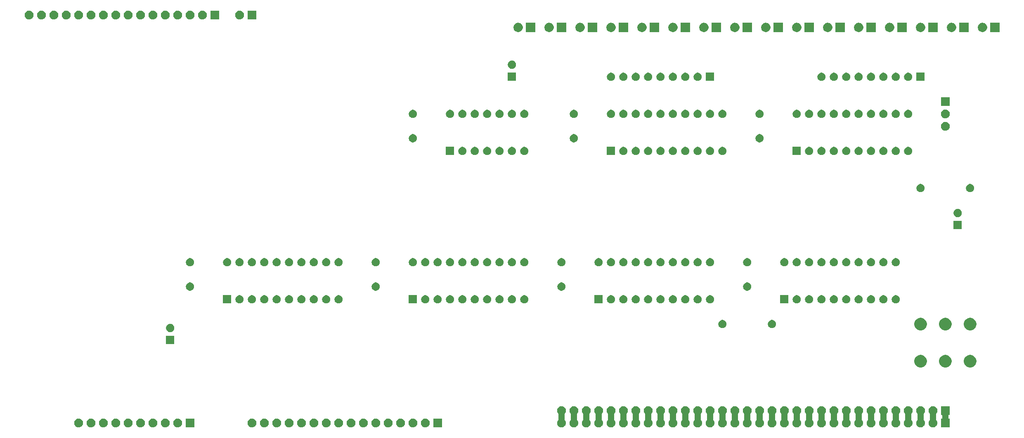
<source format=gts>
G04 #@! TF.GenerationSoftware,KiCad,Pcbnew,(5.1.5)-3*
G04 #@! TF.CreationDate,2022-12-08T22:20:29-08:00*
G04 #@! TF.ProjectId,register16,72656769-7374-4657-9231-362e6b696361,rev?*
G04 #@! TF.SameCoordinates,Original*
G04 #@! TF.FileFunction,Soldermask,Top*
G04 #@! TF.FilePolarity,Negative*
%FSLAX46Y46*%
G04 Gerber Fmt 4.6, Leading zero omitted, Abs format (unit mm)*
G04 Created by KiCad (PCBNEW (5.1.5)-3) date 2022-12-08 22:20:29*
%MOMM*%
%LPD*%
G04 APERTURE LIST*
%ADD10C,0.100000*%
G04 APERTURE END LIST*
D10*
G36*
X242201000Y-138061000D02*
G01*
X242034851Y-138061000D01*
X242010465Y-138063402D01*
X241987016Y-138070515D01*
X241965405Y-138082066D01*
X241946463Y-138097611D01*
X241930918Y-138116553D01*
X241919367Y-138138164D01*
X241912254Y-138161613D01*
X241909852Y-138185999D01*
X241909852Y-138673149D01*
X241912254Y-138697535D01*
X241919367Y-138720984D01*
X241930918Y-138742595D01*
X241946463Y-138761537D01*
X241965405Y-138777082D01*
X241987016Y-138788633D01*
X242010465Y-138795746D01*
X242034851Y-138798148D01*
X242143860Y-138798148D01*
X242159999Y-138799737D01*
X242169608Y-138802652D01*
X242178472Y-138807390D01*
X242186237Y-138813763D01*
X242192610Y-138821528D01*
X242197348Y-138830392D01*
X242200263Y-138840001D01*
X242201852Y-138856140D01*
X242201852Y-140543860D01*
X242200263Y-140559999D01*
X242197348Y-140569608D01*
X242192610Y-140578472D01*
X242186237Y-140586237D01*
X242178472Y-140592610D01*
X242169608Y-140597348D01*
X242159999Y-140600263D01*
X242143860Y-140601852D01*
X240456140Y-140601852D01*
X240440001Y-140600263D01*
X240430392Y-140597348D01*
X240421528Y-140592610D01*
X240413763Y-140586237D01*
X240407390Y-140578472D01*
X240402652Y-140569608D01*
X240399737Y-140559999D01*
X240398148Y-140543860D01*
X240398148Y-138856140D01*
X240399737Y-138840001D01*
X240402652Y-138830392D01*
X240407390Y-138821528D01*
X240413763Y-138813763D01*
X240421528Y-138807390D01*
X240430392Y-138802652D01*
X240440001Y-138799737D01*
X240456140Y-138798148D01*
X240565149Y-138798148D01*
X240589535Y-138795746D01*
X240612984Y-138788633D01*
X240634595Y-138777082D01*
X240653537Y-138761537D01*
X240669082Y-138742595D01*
X240680633Y-138720984D01*
X240687746Y-138697535D01*
X240690148Y-138673149D01*
X240690148Y-138185999D01*
X240687746Y-138161613D01*
X240680633Y-138138164D01*
X240669082Y-138116553D01*
X240653537Y-138097611D01*
X240634595Y-138082066D01*
X240612984Y-138070515D01*
X240589535Y-138063402D01*
X240565149Y-138061000D01*
X240399000Y-138061000D01*
X240399000Y-136259000D01*
X242201000Y-136259000D01*
X242201000Y-138061000D01*
G37*
G36*
X138061000Y-140601000D02*
G01*
X136259000Y-140601000D01*
X136259000Y-138799000D01*
X138061000Y-138799000D01*
X138061000Y-140601000D01*
G37*
G36*
X63613512Y-138803927D02*
G01*
X63762812Y-138833624D01*
X63926784Y-138901544D01*
X64074354Y-139000147D01*
X64199853Y-139125646D01*
X64298456Y-139273216D01*
X64366376Y-139437188D01*
X64401000Y-139611259D01*
X64401000Y-139788741D01*
X64366376Y-139962812D01*
X64298456Y-140126784D01*
X64199853Y-140274354D01*
X64074354Y-140399853D01*
X63926784Y-140498456D01*
X63762812Y-140566376D01*
X63630921Y-140592610D01*
X63588742Y-140601000D01*
X63411258Y-140601000D01*
X63369079Y-140592610D01*
X63237188Y-140566376D01*
X63073216Y-140498456D01*
X62925646Y-140399853D01*
X62800147Y-140274354D01*
X62701544Y-140126784D01*
X62633624Y-139962812D01*
X62599000Y-139788741D01*
X62599000Y-139611259D01*
X62633624Y-139437188D01*
X62701544Y-139273216D01*
X62800147Y-139125646D01*
X62925646Y-139000147D01*
X63073216Y-138901544D01*
X63237188Y-138833624D01*
X63386488Y-138803927D01*
X63411258Y-138799000D01*
X63588742Y-138799000D01*
X63613512Y-138803927D01*
G37*
G36*
X66153512Y-138803927D02*
G01*
X66302812Y-138833624D01*
X66466784Y-138901544D01*
X66614354Y-139000147D01*
X66739853Y-139125646D01*
X66838456Y-139273216D01*
X66906376Y-139437188D01*
X66941000Y-139611259D01*
X66941000Y-139788741D01*
X66906376Y-139962812D01*
X66838456Y-140126784D01*
X66739853Y-140274354D01*
X66614354Y-140399853D01*
X66466784Y-140498456D01*
X66302812Y-140566376D01*
X66170921Y-140592610D01*
X66128742Y-140601000D01*
X65951258Y-140601000D01*
X65909079Y-140592610D01*
X65777188Y-140566376D01*
X65613216Y-140498456D01*
X65465646Y-140399853D01*
X65340147Y-140274354D01*
X65241544Y-140126784D01*
X65173624Y-139962812D01*
X65139000Y-139788741D01*
X65139000Y-139611259D01*
X65173624Y-139437188D01*
X65241544Y-139273216D01*
X65340147Y-139125646D01*
X65465646Y-139000147D01*
X65613216Y-138901544D01*
X65777188Y-138833624D01*
X65926488Y-138803927D01*
X65951258Y-138799000D01*
X66128742Y-138799000D01*
X66153512Y-138803927D01*
G37*
G36*
X68693512Y-138803927D02*
G01*
X68842812Y-138833624D01*
X69006784Y-138901544D01*
X69154354Y-139000147D01*
X69279853Y-139125646D01*
X69378456Y-139273216D01*
X69446376Y-139437188D01*
X69481000Y-139611259D01*
X69481000Y-139788741D01*
X69446376Y-139962812D01*
X69378456Y-140126784D01*
X69279853Y-140274354D01*
X69154354Y-140399853D01*
X69006784Y-140498456D01*
X68842812Y-140566376D01*
X68710921Y-140592610D01*
X68668742Y-140601000D01*
X68491258Y-140601000D01*
X68449079Y-140592610D01*
X68317188Y-140566376D01*
X68153216Y-140498456D01*
X68005646Y-140399853D01*
X67880147Y-140274354D01*
X67781544Y-140126784D01*
X67713624Y-139962812D01*
X67679000Y-139788741D01*
X67679000Y-139611259D01*
X67713624Y-139437188D01*
X67781544Y-139273216D01*
X67880147Y-139125646D01*
X68005646Y-139000147D01*
X68153216Y-138901544D01*
X68317188Y-138833624D01*
X68466488Y-138803927D01*
X68491258Y-138799000D01*
X68668742Y-138799000D01*
X68693512Y-138803927D01*
G37*
G36*
X71233512Y-138803927D02*
G01*
X71382812Y-138833624D01*
X71546784Y-138901544D01*
X71694354Y-139000147D01*
X71819853Y-139125646D01*
X71918456Y-139273216D01*
X71986376Y-139437188D01*
X72021000Y-139611259D01*
X72021000Y-139788741D01*
X71986376Y-139962812D01*
X71918456Y-140126784D01*
X71819853Y-140274354D01*
X71694354Y-140399853D01*
X71546784Y-140498456D01*
X71382812Y-140566376D01*
X71250921Y-140592610D01*
X71208742Y-140601000D01*
X71031258Y-140601000D01*
X70989079Y-140592610D01*
X70857188Y-140566376D01*
X70693216Y-140498456D01*
X70545646Y-140399853D01*
X70420147Y-140274354D01*
X70321544Y-140126784D01*
X70253624Y-139962812D01*
X70219000Y-139788741D01*
X70219000Y-139611259D01*
X70253624Y-139437188D01*
X70321544Y-139273216D01*
X70420147Y-139125646D01*
X70545646Y-139000147D01*
X70693216Y-138901544D01*
X70857188Y-138833624D01*
X71006488Y-138803927D01*
X71031258Y-138799000D01*
X71208742Y-138799000D01*
X71233512Y-138803927D01*
G37*
G36*
X73773512Y-138803927D02*
G01*
X73922812Y-138833624D01*
X74086784Y-138901544D01*
X74234354Y-139000147D01*
X74359853Y-139125646D01*
X74458456Y-139273216D01*
X74526376Y-139437188D01*
X74561000Y-139611259D01*
X74561000Y-139788741D01*
X74526376Y-139962812D01*
X74458456Y-140126784D01*
X74359853Y-140274354D01*
X74234354Y-140399853D01*
X74086784Y-140498456D01*
X73922812Y-140566376D01*
X73790921Y-140592610D01*
X73748742Y-140601000D01*
X73571258Y-140601000D01*
X73529079Y-140592610D01*
X73397188Y-140566376D01*
X73233216Y-140498456D01*
X73085646Y-140399853D01*
X72960147Y-140274354D01*
X72861544Y-140126784D01*
X72793624Y-139962812D01*
X72759000Y-139788741D01*
X72759000Y-139611259D01*
X72793624Y-139437188D01*
X72861544Y-139273216D01*
X72960147Y-139125646D01*
X73085646Y-139000147D01*
X73233216Y-138901544D01*
X73397188Y-138833624D01*
X73546488Y-138803927D01*
X73571258Y-138799000D01*
X73748742Y-138799000D01*
X73773512Y-138803927D01*
G37*
G36*
X76313512Y-138803927D02*
G01*
X76462812Y-138833624D01*
X76626784Y-138901544D01*
X76774354Y-139000147D01*
X76899853Y-139125646D01*
X76998456Y-139273216D01*
X77066376Y-139437188D01*
X77101000Y-139611259D01*
X77101000Y-139788741D01*
X77066376Y-139962812D01*
X76998456Y-140126784D01*
X76899853Y-140274354D01*
X76774354Y-140399853D01*
X76626784Y-140498456D01*
X76462812Y-140566376D01*
X76330921Y-140592610D01*
X76288742Y-140601000D01*
X76111258Y-140601000D01*
X76069079Y-140592610D01*
X75937188Y-140566376D01*
X75773216Y-140498456D01*
X75625646Y-140399853D01*
X75500147Y-140274354D01*
X75401544Y-140126784D01*
X75333624Y-139962812D01*
X75299000Y-139788741D01*
X75299000Y-139611259D01*
X75333624Y-139437188D01*
X75401544Y-139273216D01*
X75500147Y-139125646D01*
X75625646Y-139000147D01*
X75773216Y-138901544D01*
X75937188Y-138833624D01*
X76086488Y-138803927D01*
X76111258Y-138799000D01*
X76288742Y-138799000D01*
X76313512Y-138803927D01*
G37*
G36*
X78853512Y-138803927D02*
G01*
X79002812Y-138833624D01*
X79166784Y-138901544D01*
X79314354Y-139000147D01*
X79439853Y-139125646D01*
X79538456Y-139273216D01*
X79606376Y-139437188D01*
X79641000Y-139611259D01*
X79641000Y-139788741D01*
X79606376Y-139962812D01*
X79538456Y-140126784D01*
X79439853Y-140274354D01*
X79314354Y-140399853D01*
X79166784Y-140498456D01*
X79002812Y-140566376D01*
X78870921Y-140592610D01*
X78828742Y-140601000D01*
X78651258Y-140601000D01*
X78609079Y-140592610D01*
X78477188Y-140566376D01*
X78313216Y-140498456D01*
X78165646Y-140399853D01*
X78040147Y-140274354D01*
X77941544Y-140126784D01*
X77873624Y-139962812D01*
X77839000Y-139788741D01*
X77839000Y-139611259D01*
X77873624Y-139437188D01*
X77941544Y-139273216D01*
X78040147Y-139125646D01*
X78165646Y-139000147D01*
X78313216Y-138901544D01*
X78477188Y-138833624D01*
X78626488Y-138803927D01*
X78651258Y-138799000D01*
X78828742Y-138799000D01*
X78853512Y-138803927D01*
G37*
G36*
X81393512Y-138803927D02*
G01*
X81542812Y-138833624D01*
X81706784Y-138901544D01*
X81854354Y-139000147D01*
X81979853Y-139125646D01*
X82078456Y-139273216D01*
X82146376Y-139437188D01*
X82181000Y-139611259D01*
X82181000Y-139788741D01*
X82146376Y-139962812D01*
X82078456Y-140126784D01*
X81979853Y-140274354D01*
X81854354Y-140399853D01*
X81706784Y-140498456D01*
X81542812Y-140566376D01*
X81410921Y-140592610D01*
X81368742Y-140601000D01*
X81191258Y-140601000D01*
X81149079Y-140592610D01*
X81017188Y-140566376D01*
X80853216Y-140498456D01*
X80705646Y-140399853D01*
X80580147Y-140274354D01*
X80481544Y-140126784D01*
X80413624Y-139962812D01*
X80379000Y-139788741D01*
X80379000Y-139611259D01*
X80413624Y-139437188D01*
X80481544Y-139273216D01*
X80580147Y-139125646D01*
X80705646Y-139000147D01*
X80853216Y-138901544D01*
X81017188Y-138833624D01*
X81166488Y-138803927D01*
X81191258Y-138799000D01*
X81368742Y-138799000D01*
X81393512Y-138803927D01*
G37*
G36*
X83933512Y-138803927D02*
G01*
X84082812Y-138833624D01*
X84246784Y-138901544D01*
X84394354Y-139000147D01*
X84519853Y-139125646D01*
X84618456Y-139273216D01*
X84686376Y-139437188D01*
X84721000Y-139611259D01*
X84721000Y-139788741D01*
X84686376Y-139962812D01*
X84618456Y-140126784D01*
X84519853Y-140274354D01*
X84394354Y-140399853D01*
X84246784Y-140498456D01*
X84082812Y-140566376D01*
X83950921Y-140592610D01*
X83908742Y-140601000D01*
X83731258Y-140601000D01*
X83689079Y-140592610D01*
X83557188Y-140566376D01*
X83393216Y-140498456D01*
X83245646Y-140399853D01*
X83120147Y-140274354D01*
X83021544Y-140126784D01*
X82953624Y-139962812D01*
X82919000Y-139788741D01*
X82919000Y-139611259D01*
X82953624Y-139437188D01*
X83021544Y-139273216D01*
X83120147Y-139125646D01*
X83245646Y-139000147D01*
X83393216Y-138901544D01*
X83557188Y-138833624D01*
X83706488Y-138803927D01*
X83731258Y-138799000D01*
X83908742Y-138799000D01*
X83933512Y-138803927D01*
G37*
G36*
X87261000Y-140601000D02*
G01*
X85459000Y-140601000D01*
X85459000Y-138799000D01*
X87261000Y-138799000D01*
X87261000Y-140601000D01*
G37*
G36*
X99173512Y-138803927D02*
G01*
X99322812Y-138833624D01*
X99486784Y-138901544D01*
X99634354Y-139000147D01*
X99759853Y-139125646D01*
X99858456Y-139273216D01*
X99926376Y-139437188D01*
X99961000Y-139611259D01*
X99961000Y-139788741D01*
X99926376Y-139962812D01*
X99858456Y-140126784D01*
X99759853Y-140274354D01*
X99634354Y-140399853D01*
X99486784Y-140498456D01*
X99322812Y-140566376D01*
X99190921Y-140592610D01*
X99148742Y-140601000D01*
X98971258Y-140601000D01*
X98929079Y-140592610D01*
X98797188Y-140566376D01*
X98633216Y-140498456D01*
X98485646Y-140399853D01*
X98360147Y-140274354D01*
X98261544Y-140126784D01*
X98193624Y-139962812D01*
X98159000Y-139788741D01*
X98159000Y-139611259D01*
X98193624Y-139437188D01*
X98261544Y-139273216D01*
X98360147Y-139125646D01*
X98485646Y-139000147D01*
X98633216Y-138901544D01*
X98797188Y-138833624D01*
X98946488Y-138803927D01*
X98971258Y-138799000D01*
X99148742Y-138799000D01*
X99173512Y-138803927D01*
G37*
G36*
X101713512Y-138803927D02*
G01*
X101862812Y-138833624D01*
X102026784Y-138901544D01*
X102174354Y-139000147D01*
X102299853Y-139125646D01*
X102398456Y-139273216D01*
X102466376Y-139437188D01*
X102501000Y-139611259D01*
X102501000Y-139788741D01*
X102466376Y-139962812D01*
X102398456Y-140126784D01*
X102299853Y-140274354D01*
X102174354Y-140399853D01*
X102026784Y-140498456D01*
X101862812Y-140566376D01*
X101730921Y-140592610D01*
X101688742Y-140601000D01*
X101511258Y-140601000D01*
X101469079Y-140592610D01*
X101337188Y-140566376D01*
X101173216Y-140498456D01*
X101025646Y-140399853D01*
X100900147Y-140274354D01*
X100801544Y-140126784D01*
X100733624Y-139962812D01*
X100699000Y-139788741D01*
X100699000Y-139611259D01*
X100733624Y-139437188D01*
X100801544Y-139273216D01*
X100900147Y-139125646D01*
X101025646Y-139000147D01*
X101173216Y-138901544D01*
X101337188Y-138833624D01*
X101486488Y-138803927D01*
X101511258Y-138799000D01*
X101688742Y-138799000D01*
X101713512Y-138803927D01*
G37*
G36*
X106793512Y-138803927D02*
G01*
X106942812Y-138833624D01*
X107106784Y-138901544D01*
X107254354Y-139000147D01*
X107379853Y-139125646D01*
X107478456Y-139273216D01*
X107546376Y-139437188D01*
X107581000Y-139611259D01*
X107581000Y-139788741D01*
X107546376Y-139962812D01*
X107478456Y-140126784D01*
X107379853Y-140274354D01*
X107254354Y-140399853D01*
X107106784Y-140498456D01*
X106942812Y-140566376D01*
X106810921Y-140592610D01*
X106768742Y-140601000D01*
X106591258Y-140601000D01*
X106549079Y-140592610D01*
X106417188Y-140566376D01*
X106253216Y-140498456D01*
X106105646Y-140399853D01*
X105980147Y-140274354D01*
X105881544Y-140126784D01*
X105813624Y-139962812D01*
X105779000Y-139788741D01*
X105779000Y-139611259D01*
X105813624Y-139437188D01*
X105881544Y-139273216D01*
X105980147Y-139125646D01*
X106105646Y-139000147D01*
X106253216Y-138901544D01*
X106417188Y-138833624D01*
X106566488Y-138803927D01*
X106591258Y-138799000D01*
X106768742Y-138799000D01*
X106793512Y-138803927D01*
G37*
G36*
X104253512Y-138803927D02*
G01*
X104402812Y-138833624D01*
X104566784Y-138901544D01*
X104714354Y-139000147D01*
X104839853Y-139125646D01*
X104938456Y-139273216D01*
X105006376Y-139437188D01*
X105041000Y-139611259D01*
X105041000Y-139788741D01*
X105006376Y-139962812D01*
X104938456Y-140126784D01*
X104839853Y-140274354D01*
X104714354Y-140399853D01*
X104566784Y-140498456D01*
X104402812Y-140566376D01*
X104270921Y-140592610D01*
X104228742Y-140601000D01*
X104051258Y-140601000D01*
X104009079Y-140592610D01*
X103877188Y-140566376D01*
X103713216Y-140498456D01*
X103565646Y-140399853D01*
X103440147Y-140274354D01*
X103341544Y-140126784D01*
X103273624Y-139962812D01*
X103239000Y-139788741D01*
X103239000Y-139611259D01*
X103273624Y-139437188D01*
X103341544Y-139273216D01*
X103440147Y-139125646D01*
X103565646Y-139000147D01*
X103713216Y-138901544D01*
X103877188Y-138833624D01*
X104026488Y-138803927D01*
X104051258Y-138799000D01*
X104228742Y-138799000D01*
X104253512Y-138803927D01*
G37*
G36*
X134733512Y-138803927D02*
G01*
X134882812Y-138833624D01*
X135046784Y-138901544D01*
X135194354Y-139000147D01*
X135319853Y-139125646D01*
X135418456Y-139273216D01*
X135486376Y-139437188D01*
X135521000Y-139611259D01*
X135521000Y-139788741D01*
X135486376Y-139962812D01*
X135418456Y-140126784D01*
X135319853Y-140274354D01*
X135194354Y-140399853D01*
X135046784Y-140498456D01*
X134882812Y-140566376D01*
X134750921Y-140592610D01*
X134708742Y-140601000D01*
X134531258Y-140601000D01*
X134489079Y-140592610D01*
X134357188Y-140566376D01*
X134193216Y-140498456D01*
X134045646Y-140399853D01*
X133920147Y-140274354D01*
X133821544Y-140126784D01*
X133753624Y-139962812D01*
X133719000Y-139788741D01*
X133719000Y-139611259D01*
X133753624Y-139437188D01*
X133821544Y-139273216D01*
X133920147Y-139125646D01*
X134045646Y-139000147D01*
X134193216Y-138901544D01*
X134357188Y-138833624D01*
X134506488Y-138803927D01*
X134531258Y-138799000D01*
X134708742Y-138799000D01*
X134733512Y-138803927D01*
G37*
G36*
X132193512Y-138803927D02*
G01*
X132342812Y-138833624D01*
X132506784Y-138901544D01*
X132654354Y-139000147D01*
X132779853Y-139125646D01*
X132878456Y-139273216D01*
X132946376Y-139437188D01*
X132981000Y-139611259D01*
X132981000Y-139788741D01*
X132946376Y-139962812D01*
X132878456Y-140126784D01*
X132779853Y-140274354D01*
X132654354Y-140399853D01*
X132506784Y-140498456D01*
X132342812Y-140566376D01*
X132210921Y-140592610D01*
X132168742Y-140601000D01*
X131991258Y-140601000D01*
X131949079Y-140592610D01*
X131817188Y-140566376D01*
X131653216Y-140498456D01*
X131505646Y-140399853D01*
X131380147Y-140274354D01*
X131281544Y-140126784D01*
X131213624Y-139962812D01*
X131179000Y-139788741D01*
X131179000Y-139611259D01*
X131213624Y-139437188D01*
X131281544Y-139273216D01*
X131380147Y-139125646D01*
X131505646Y-139000147D01*
X131653216Y-138901544D01*
X131817188Y-138833624D01*
X131966488Y-138803927D01*
X131991258Y-138799000D01*
X132168742Y-138799000D01*
X132193512Y-138803927D01*
G37*
G36*
X129653512Y-138803927D02*
G01*
X129802812Y-138833624D01*
X129966784Y-138901544D01*
X130114354Y-139000147D01*
X130239853Y-139125646D01*
X130338456Y-139273216D01*
X130406376Y-139437188D01*
X130441000Y-139611259D01*
X130441000Y-139788741D01*
X130406376Y-139962812D01*
X130338456Y-140126784D01*
X130239853Y-140274354D01*
X130114354Y-140399853D01*
X129966784Y-140498456D01*
X129802812Y-140566376D01*
X129670921Y-140592610D01*
X129628742Y-140601000D01*
X129451258Y-140601000D01*
X129409079Y-140592610D01*
X129277188Y-140566376D01*
X129113216Y-140498456D01*
X128965646Y-140399853D01*
X128840147Y-140274354D01*
X128741544Y-140126784D01*
X128673624Y-139962812D01*
X128639000Y-139788741D01*
X128639000Y-139611259D01*
X128673624Y-139437188D01*
X128741544Y-139273216D01*
X128840147Y-139125646D01*
X128965646Y-139000147D01*
X129113216Y-138901544D01*
X129277188Y-138833624D01*
X129426488Y-138803927D01*
X129451258Y-138799000D01*
X129628742Y-138799000D01*
X129653512Y-138803927D01*
G37*
G36*
X127113512Y-138803927D02*
G01*
X127262812Y-138833624D01*
X127426784Y-138901544D01*
X127574354Y-139000147D01*
X127699853Y-139125646D01*
X127798456Y-139273216D01*
X127866376Y-139437188D01*
X127901000Y-139611259D01*
X127901000Y-139788741D01*
X127866376Y-139962812D01*
X127798456Y-140126784D01*
X127699853Y-140274354D01*
X127574354Y-140399853D01*
X127426784Y-140498456D01*
X127262812Y-140566376D01*
X127130921Y-140592610D01*
X127088742Y-140601000D01*
X126911258Y-140601000D01*
X126869079Y-140592610D01*
X126737188Y-140566376D01*
X126573216Y-140498456D01*
X126425646Y-140399853D01*
X126300147Y-140274354D01*
X126201544Y-140126784D01*
X126133624Y-139962812D01*
X126099000Y-139788741D01*
X126099000Y-139611259D01*
X126133624Y-139437188D01*
X126201544Y-139273216D01*
X126300147Y-139125646D01*
X126425646Y-139000147D01*
X126573216Y-138901544D01*
X126737188Y-138833624D01*
X126886488Y-138803927D01*
X126911258Y-138799000D01*
X127088742Y-138799000D01*
X127113512Y-138803927D01*
G37*
G36*
X124573512Y-138803927D02*
G01*
X124722812Y-138833624D01*
X124886784Y-138901544D01*
X125034354Y-139000147D01*
X125159853Y-139125646D01*
X125258456Y-139273216D01*
X125326376Y-139437188D01*
X125361000Y-139611259D01*
X125361000Y-139788741D01*
X125326376Y-139962812D01*
X125258456Y-140126784D01*
X125159853Y-140274354D01*
X125034354Y-140399853D01*
X124886784Y-140498456D01*
X124722812Y-140566376D01*
X124590921Y-140592610D01*
X124548742Y-140601000D01*
X124371258Y-140601000D01*
X124329079Y-140592610D01*
X124197188Y-140566376D01*
X124033216Y-140498456D01*
X123885646Y-140399853D01*
X123760147Y-140274354D01*
X123661544Y-140126784D01*
X123593624Y-139962812D01*
X123559000Y-139788741D01*
X123559000Y-139611259D01*
X123593624Y-139437188D01*
X123661544Y-139273216D01*
X123760147Y-139125646D01*
X123885646Y-139000147D01*
X124033216Y-138901544D01*
X124197188Y-138833624D01*
X124346488Y-138803927D01*
X124371258Y-138799000D01*
X124548742Y-138799000D01*
X124573512Y-138803927D01*
G37*
G36*
X122033512Y-138803927D02*
G01*
X122182812Y-138833624D01*
X122346784Y-138901544D01*
X122494354Y-139000147D01*
X122619853Y-139125646D01*
X122718456Y-139273216D01*
X122786376Y-139437188D01*
X122821000Y-139611259D01*
X122821000Y-139788741D01*
X122786376Y-139962812D01*
X122718456Y-140126784D01*
X122619853Y-140274354D01*
X122494354Y-140399853D01*
X122346784Y-140498456D01*
X122182812Y-140566376D01*
X122050921Y-140592610D01*
X122008742Y-140601000D01*
X121831258Y-140601000D01*
X121789079Y-140592610D01*
X121657188Y-140566376D01*
X121493216Y-140498456D01*
X121345646Y-140399853D01*
X121220147Y-140274354D01*
X121121544Y-140126784D01*
X121053624Y-139962812D01*
X121019000Y-139788741D01*
X121019000Y-139611259D01*
X121053624Y-139437188D01*
X121121544Y-139273216D01*
X121220147Y-139125646D01*
X121345646Y-139000147D01*
X121493216Y-138901544D01*
X121657188Y-138833624D01*
X121806488Y-138803927D01*
X121831258Y-138799000D01*
X122008742Y-138799000D01*
X122033512Y-138803927D01*
G37*
G36*
X119493512Y-138803927D02*
G01*
X119642812Y-138833624D01*
X119806784Y-138901544D01*
X119954354Y-139000147D01*
X120079853Y-139125646D01*
X120178456Y-139273216D01*
X120246376Y-139437188D01*
X120281000Y-139611259D01*
X120281000Y-139788741D01*
X120246376Y-139962812D01*
X120178456Y-140126784D01*
X120079853Y-140274354D01*
X119954354Y-140399853D01*
X119806784Y-140498456D01*
X119642812Y-140566376D01*
X119510921Y-140592610D01*
X119468742Y-140601000D01*
X119291258Y-140601000D01*
X119249079Y-140592610D01*
X119117188Y-140566376D01*
X118953216Y-140498456D01*
X118805646Y-140399853D01*
X118680147Y-140274354D01*
X118581544Y-140126784D01*
X118513624Y-139962812D01*
X118479000Y-139788741D01*
X118479000Y-139611259D01*
X118513624Y-139437188D01*
X118581544Y-139273216D01*
X118680147Y-139125646D01*
X118805646Y-139000147D01*
X118953216Y-138901544D01*
X119117188Y-138833624D01*
X119266488Y-138803927D01*
X119291258Y-138799000D01*
X119468742Y-138799000D01*
X119493512Y-138803927D01*
G37*
G36*
X116953512Y-138803927D02*
G01*
X117102812Y-138833624D01*
X117266784Y-138901544D01*
X117414354Y-139000147D01*
X117539853Y-139125646D01*
X117638456Y-139273216D01*
X117706376Y-139437188D01*
X117741000Y-139611259D01*
X117741000Y-139788741D01*
X117706376Y-139962812D01*
X117638456Y-140126784D01*
X117539853Y-140274354D01*
X117414354Y-140399853D01*
X117266784Y-140498456D01*
X117102812Y-140566376D01*
X116970921Y-140592610D01*
X116928742Y-140601000D01*
X116751258Y-140601000D01*
X116709079Y-140592610D01*
X116577188Y-140566376D01*
X116413216Y-140498456D01*
X116265646Y-140399853D01*
X116140147Y-140274354D01*
X116041544Y-140126784D01*
X115973624Y-139962812D01*
X115939000Y-139788741D01*
X115939000Y-139611259D01*
X115973624Y-139437188D01*
X116041544Y-139273216D01*
X116140147Y-139125646D01*
X116265646Y-139000147D01*
X116413216Y-138901544D01*
X116577188Y-138833624D01*
X116726488Y-138803927D01*
X116751258Y-138799000D01*
X116928742Y-138799000D01*
X116953512Y-138803927D01*
G37*
G36*
X114413512Y-138803927D02*
G01*
X114562812Y-138833624D01*
X114726784Y-138901544D01*
X114874354Y-139000147D01*
X114999853Y-139125646D01*
X115098456Y-139273216D01*
X115166376Y-139437188D01*
X115201000Y-139611259D01*
X115201000Y-139788741D01*
X115166376Y-139962812D01*
X115098456Y-140126784D01*
X114999853Y-140274354D01*
X114874354Y-140399853D01*
X114726784Y-140498456D01*
X114562812Y-140566376D01*
X114430921Y-140592610D01*
X114388742Y-140601000D01*
X114211258Y-140601000D01*
X114169079Y-140592610D01*
X114037188Y-140566376D01*
X113873216Y-140498456D01*
X113725646Y-140399853D01*
X113600147Y-140274354D01*
X113501544Y-140126784D01*
X113433624Y-139962812D01*
X113399000Y-139788741D01*
X113399000Y-139611259D01*
X113433624Y-139437188D01*
X113501544Y-139273216D01*
X113600147Y-139125646D01*
X113725646Y-139000147D01*
X113873216Y-138901544D01*
X114037188Y-138833624D01*
X114186488Y-138803927D01*
X114211258Y-138799000D01*
X114388742Y-138799000D01*
X114413512Y-138803927D01*
G37*
G36*
X111873512Y-138803927D02*
G01*
X112022812Y-138833624D01*
X112186784Y-138901544D01*
X112334354Y-139000147D01*
X112459853Y-139125646D01*
X112558456Y-139273216D01*
X112626376Y-139437188D01*
X112661000Y-139611259D01*
X112661000Y-139788741D01*
X112626376Y-139962812D01*
X112558456Y-140126784D01*
X112459853Y-140274354D01*
X112334354Y-140399853D01*
X112186784Y-140498456D01*
X112022812Y-140566376D01*
X111890921Y-140592610D01*
X111848742Y-140601000D01*
X111671258Y-140601000D01*
X111629079Y-140592610D01*
X111497188Y-140566376D01*
X111333216Y-140498456D01*
X111185646Y-140399853D01*
X111060147Y-140274354D01*
X110961544Y-140126784D01*
X110893624Y-139962812D01*
X110859000Y-139788741D01*
X110859000Y-139611259D01*
X110893624Y-139437188D01*
X110961544Y-139273216D01*
X111060147Y-139125646D01*
X111185646Y-139000147D01*
X111333216Y-138901544D01*
X111497188Y-138833624D01*
X111646488Y-138803927D01*
X111671258Y-138799000D01*
X111848742Y-138799000D01*
X111873512Y-138803927D01*
G37*
G36*
X109333512Y-138803927D02*
G01*
X109482812Y-138833624D01*
X109646784Y-138901544D01*
X109794354Y-139000147D01*
X109919853Y-139125646D01*
X110018456Y-139273216D01*
X110086376Y-139437188D01*
X110121000Y-139611259D01*
X110121000Y-139788741D01*
X110086376Y-139962812D01*
X110018456Y-140126784D01*
X109919853Y-140274354D01*
X109794354Y-140399853D01*
X109646784Y-140498456D01*
X109482812Y-140566376D01*
X109350921Y-140592610D01*
X109308742Y-140601000D01*
X109131258Y-140601000D01*
X109089079Y-140592610D01*
X108957188Y-140566376D01*
X108793216Y-140498456D01*
X108645646Y-140399853D01*
X108520147Y-140274354D01*
X108421544Y-140126784D01*
X108353624Y-139962812D01*
X108319000Y-139788741D01*
X108319000Y-139611259D01*
X108353624Y-139437188D01*
X108421544Y-139273216D01*
X108520147Y-139125646D01*
X108645646Y-139000147D01*
X108793216Y-138901544D01*
X108957188Y-138833624D01*
X109106488Y-138803927D01*
X109131258Y-138799000D01*
X109308742Y-138799000D01*
X109333512Y-138803927D01*
G37*
G36*
X208393512Y-136263927D02*
G01*
X208542812Y-136293624D01*
X208706784Y-136361544D01*
X208854354Y-136460147D01*
X208979853Y-136585646D01*
X209078456Y-136733216D01*
X209146376Y-136897188D01*
X209181000Y-137071259D01*
X209181000Y-137248741D01*
X209146376Y-137422812D01*
X209078456Y-137586784D01*
X208979853Y-137734354D01*
X208926454Y-137787753D01*
X208910918Y-137806684D01*
X208899367Y-137828295D01*
X208892254Y-137851744D01*
X208889852Y-137876130D01*
X208889852Y-138988452D01*
X208892254Y-139012838D01*
X208899367Y-139036287D01*
X208910918Y-139057898D01*
X208926463Y-139076840D01*
X208969382Y-139119759D01*
X208983583Y-139137064D01*
X209069335Y-139265401D01*
X209079889Y-139285146D01*
X209138955Y-139427745D01*
X209145453Y-139449164D01*
X209175565Y-139600545D01*
X209177759Y-139622825D01*
X209177759Y-139777175D01*
X209175565Y-139799455D01*
X209145453Y-139950836D01*
X209138955Y-139972255D01*
X209079889Y-140114854D01*
X209069335Y-140134599D01*
X208983583Y-140262936D01*
X208969382Y-140280241D01*
X208860241Y-140389382D01*
X208842936Y-140403583D01*
X208714599Y-140489335D01*
X208694854Y-140499889D01*
X208552255Y-140558955D01*
X208530836Y-140565453D01*
X208379455Y-140595565D01*
X208357175Y-140597759D01*
X208202825Y-140597759D01*
X208180545Y-140595565D01*
X208029164Y-140565453D01*
X208007745Y-140558955D01*
X207865146Y-140499889D01*
X207845401Y-140489335D01*
X207717064Y-140403583D01*
X207699759Y-140389382D01*
X207590618Y-140280241D01*
X207576417Y-140262936D01*
X207490665Y-140134599D01*
X207480111Y-140114854D01*
X207421045Y-139972255D01*
X207414547Y-139950836D01*
X207384435Y-139799455D01*
X207382241Y-139777175D01*
X207382241Y-139622825D01*
X207384435Y-139600545D01*
X207414547Y-139449164D01*
X207421045Y-139427745D01*
X207480111Y-139285146D01*
X207490665Y-139265401D01*
X207576417Y-139137064D01*
X207590618Y-139119759D01*
X207633537Y-139076840D01*
X207649082Y-139057898D01*
X207660633Y-139036287D01*
X207667746Y-139012838D01*
X207670148Y-138988452D01*
X207670148Y-137876130D01*
X207667746Y-137851744D01*
X207660633Y-137828295D01*
X207649082Y-137806684D01*
X207633546Y-137787753D01*
X207580147Y-137734354D01*
X207481544Y-137586784D01*
X207413624Y-137422812D01*
X207379000Y-137248741D01*
X207379000Y-137071259D01*
X207413624Y-136897188D01*
X207481544Y-136733216D01*
X207580147Y-136585646D01*
X207705646Y-136460147D01*
X207853216Y-136361544D01*
X208017188Y-136293624D01*
X208166488Y-136263927D01*
X208191258Y-136259000D01*
X208368742Y-136259000D01*
X208393512Y-136263927D01*
G37*
G36*
X162673512Y-136263927D02*
G01*
X162822812Y-136293624D01*
X162986784Y-136361544D01*
X163134354Y-136460147D01*
X163259853Y-136585646D01*
X163358456Y-136733216D01*
X163426376Y-136897188D01*
X163461000Y-137071259D01*
X163461000Y-137248741D01*
X163426376Y-137422812D01*
X163358456Y-137586784D01*
X163259853Y-137734354D01*
X163206454Y-137787753D01*
X163190918Y-137806684D01*
X163179367Y-137828295D01*
X163172254Y-137851744D01*
X163169852Y-137876130D01*
X163169852Y-138988452D01*
X163172254Y-139012838D01*
X163179367Y-139036287D01*
X163190918Y-139057898D01*
X163206463Y-139076840D01*
X163249382Y-139119759D01*
X163263583Y-139137064D01*
X163349335Y-139265401D01*
X163359889Y-139285146D01*
X163418955Y-139427745D01*
X163425453Y-139449164D01*
X163455565Y-139600545D01*
X163457759Y-139622825D01*
X163457759Y-139777175D01*
X163455565Y-139799455D01*
X163425453Y-139950836D01*
X163418955Y-139972255D01*
X163359889Y-140114854D01*
X163349335Y-140134599D01*
X163263583Y-140262936D01*
X163249382Y-140280241D01*
X163140241Y-140389382D01*
X163122936Y-140403583D01*
X162994599Y-140489335D01*
X162974854Y-140499889D01*
X162832255Y-140558955D01*
X162810836Y-140565453D01*
X162659455Y-140595565D01*
X162637175Y-140597759D01*
X162482825Y-140597759D01*
X162460545Y-140595565D01*
X162309164Y-140565453D01*
X162287745Y-140558955D01*
X162145146Y-140499889D01*
X162125401Y-140489335D01*
X161997064Y-140403583D01*
X161979759Y-140389382D01*
X161870618Y-140280241D01*
X161856417Y-140262936D01*
X161770665Y-140134599D01*
X161760111Y-140114854D01*
X161701045Y-139972255D01*
X161694547Y-139950836D01*
X161664435Y-139799455D01*
X161662241Y-139777175D01*
X161662241Y-139622825D01*
X161664435Y-139600545D01*
X161694547Y-139449164D01*
X161701045Y-139427745D01*
X161760111Y-139285146D01*
X161770665Y-139265401D01*
X161856417Y-139137064D01*
X161870618Y-139119759D01*
X161913537Y-139076840D01*
X161929082Y-139057898D01*
X161940633Y-139036287D01*
X161947746Y-139012838D01*
X161950148Y-138988452D01*
X161950148Y-137876130D01*
X161947746Y-137851744D01*
X161940633Y-137828295D01*
X161929082Y-137806684D01*
X161913546Y-137787753D01*
X161860147Y-137734354D01*
X161761544Y-137586784D01*
X161693624Y-137422812D01*
X161659000Y-137248741D01*
X161659000Y-137071259D01*
X161693624Y-136897188D01*
X161761544Y-136733216D01*
X161860147Y-136585646D01*
X161985646Y-136460147D01*
X162133216Y-136361544D01*
X162297188Y-136293624D01*
X162446488Y-136263927D01*
X162471258Y-136259000D01*
X162648742Y-136259000D01*
X162673512Y-136263927D01*
G37*
G36*
X200773512Y-136263927D02*
G01*
X200922812Y-136293624D01*
X201086784Y-136361544D01*
X201234354Y-136460147D01*
X201359853Y-136585646D01*
X201458456Y-136733216D01*
X201526376Y-136897188D01*
X201561000Y-137071259D01*
X201561000Y-137248741D01*
X201526376Y-137422812D01*
X201458456Y-137586784D01*
X201359853Y-137734354D01*
X201306454Y-137787753D01*
X201290918Y-137806684D01*
X201279367Y-137828295D01*
X201272254Y-137851744D01*
X201269852Y-137876130D01*
X201269852Y-138988452D01*
X201272254Y-139012838D01*
X201279367Y-139036287D01*
X201290918Y-139057898D01*
X201306463Y-139076840D01*
X201349382Y-139119759D01*
X201363583Y-139137064D01*
X201449335Y-139265401D01*
X201459889Y-139285146D01*
X201518955Y-139427745D01*
X201525453Y-139449164D01*
X201555565Y-139600545D01*
X201557759Y-139622825D01*
X201557759Y-139777175D01*
X201555565Y-139799455D01*
X201525453Y-139950836D01*
X201518955Y-139972255D01*
X201459889Y-140114854D01*
X201449335Y-140134599D01*
X201363583Y-140262936D01*
X201349382Y-140280241D01*
X201240241Y-140389382D01*
X201222936Y-140403583D01*
X201094599Y-140489335D01*
X201074854Y-140499889D01*
X200932255Y-140558955D01*
X200910836Y-140565453D01*
X200759455Y-140595565D01*
X200737175Y-140597759D01*
X200582825Y-140597759D01*
X200560545Y-140595565D01*
X200409164Y-140565453D01*
X200387745Y-140558955D01*
X200245146Y-140499889D01*
X200225401Y-140489335D01*
X200097064Y-140403583D01*
X200079759Y-140389382D01*
X199970618Y-140280241D01*
X199956417Y-140262936D01*
X199870665Y-140134599D01*
X199860111Y-140114854D01*
X199801045Y-139972255D01*
X199794547Y-139950836D01*
X199764435Y-139799455D01*
X199762241Y-139777175D01*
X199762241Y-139622825D01*
X199764435Y-139600545D01*
X199794547Y-139449164D01*
X199801045Y-139427745D01*
X199860111Y-139285146D01*
X199870665Y-139265401D01*
X199956417Y-139137064D01*
X199970618Y-139119759D01*
X200013537Y-139076840D01*
X200029082Y-139057898D01*
X200040633Y-139036287D01*
X200047746Y-139012838D01*
X200050148Y-138988452D01*
X200050148Y-137876130D01*
X200047746Y-137851744D01*
X200040633Y-137828295D01*
X200029082Y-137806684D01*
X200013546Y-137787753D01*
X199960147Y-137734354D01*
X199861544Y-137586784D01*
X199793624Y-137422812D01*
X199759000Y-137248741D01*
X199759000Y-137071259D01*
X199793624Y-136897188D01*
X199861544Y-136733216D01*
X199960147Y-136585646D01*
X200085646Y-136460147D01*
X200233216Y-136361544D01*
X200397188Y-136293624D01*
X200546488Y-136263927D01*
X200571258Y-136259000D01*
X200748742Y-136259000D01*
X200773512Y-136263927D01*
G37*
G36*
X195693512Y-136263927D02*
G01*
X195842812Y-136293624D01*
X196006784Y-136361544D01*
X196154354Y-136460147D01*
X196279853Y-136585646D01*
X196378456Y-136733216D01*
X196446376Y-136897188D01*
X196481000Y-137071259D01*
X196481000Y-137248741D01*
X196446376Y-137422812D01*
X196378456Y-137586784D01*
X196279853Y-137734354D01*
X196226454Y-137787753D01*
X196210918Y-137806684D01*
X196199367Y-137828295D01*
X196192254Y-137851744D01*
X196189852Y-137876130D01*
X196189852Y-138988452D01*
X196192254Y-139012838D01*
X196199367Y-139036287D01*
X196210918Y-139057898D01*
X196226463Y-139076840D01*
X196269382Y-139119759D01*
X196283583Y-139137064D01*
X196369335Y-139265401D01*
X196379889Y-139285146D01*
X196438955Y-139427745D01*
X196445453Y-139449164D01*
X196475565Y-139600545D01*
X196477759Y-139622825D01*
X196477759Y-139777175D01*
X196475565Y-139799455D01*
X196445453Y-139950836D01*
X196438955Y-139972255D01*
X196379889Y-140114854D01*
X196369335Y-140134599D01*
X196283583Y-140262936D01*
X196269382Y-140280241D01*
X196160241Y-140389382D01*
X196142936Y-140403583D01*
X196014599Y-140489335D01*
X195994854Y-140499889D01*
X195852255Y-140558955D01*
X195830836Y-140565453D01*
X195679455Y-140595565D01*
X195657175Y-140597759D01*
X195502825Y-140597759D01*
X195480545Y-140595565D01*
X195329164Y-140565453D01*
X195307745Y-140558955D01*
X195165146Y-140499889D01*
X195145401Y-140489335D01*
X195017064Y-140403583D01*
X194999759Y-140389382D01*
X194890618Y-140280241D01*
X194876417Y-140262936D01*
X194790665Y-140134599D01*
X194780111Y-140114854D01*
X194721045Y-139972255D01*
X194714547Y-139950836D01*
X194684435Y-139799455D01*
X194682241Y-139777175D01*
X194682241Y-139622825D01*
X194684435Y-139600545D01*
X194714547Y-139449164D01*
X194721045Y-139427745D01*
X194780111Y-139285146D01*
X194790665Y-139265401D01*
X194876417Y-139137064D01*
X194890618Y-139119759D01*
X194933537Y-139076840D01*
X194949082Y-139057898D01*
X194960633Y-139036287D01*
X194967746Y-139012838D01*
X194970148Y-138988452D01*
X194970148Y-137876130D01*
X194967746Y-137851744D01*
X194960633Y-137828295D01*
X194949082Y-137806684D01*
X194933546Y-137787753D01*
X194880147Y-137734354D01*
X194781544Y-137586784D01*
X194713624Y-137422812D01*
X194679000Y-137248741D01*
X194679000Y-137071259D01*
X194713624Y-136897188D01*
X194781544Y-136733216D01*
X194880147Y-136585646D01*
X195005646Y-136460147D01*
X195153216Y-136361544D01*
X195317188Y-136293624D01*
X195466488Y-136263927D01*
X195491258Y-136259000D01*
X195668742Y-136259000D01*
X195693512Y-136263927D01*
G37*
G36*
X193153512Y-136263927D02*
G01*
X193302812Y-136293624D01*
X193466784Y-136361544D01*
X193614354Y-136460147D01*
X193739853Y-136585646D01*
X193838456Y-136733216D01*
X193906376Y-136897188D01*
X193941000Y-137071259D01*
X193941000Y-137248741D01*
X193906376Y-137422812D01*
X193838456Y-137586784D01*
X193739853Y-137734354D01*
X193686454Y-137787753D01*
X193670918Y-137806684D01*
X193659367Y-137828295D01*
X193652254Y-137851744D01*
X193649852Y-137876130D01*
X193649852Y-138988452D01*
X193652254Y-139012838D01*
X193659367Y-139036287D01*
X193670918Y-139057898D01*
X193686463Y-139076840D01*
X193729382Y-139119759D01*
X193743583Y-139137064D01*
X193829335Y-139265401D01*
X193839889Y-139285146D01*
X193898955Y-139427745D01*
X193905453Y-139449164D01*
X193935565Y-139600545D01*
X193937759Y-139622825D01*
X193937759Y-139777175D01*
X193935565Y-139799455D01*
X193905453Y-139950836D01*
X193898955Y-139972255D01*
X193839889Y-140114854D01*
X193829335Y-140134599D01*
X193743583Y-140262936D01*
X193729382Y-140280241D01*
X193620241Y-140389382D01*
X193602936Y-140403583D01*
X193474599Y-140489335D01*
X193454854Y-140499889D01*
X193312255Y-140558955D01*
X193290836Y-140565453D01*
X193139455Y-140595565D01*
X193117175Y-140597759D01*
X192962825Y-140597759D01*
X192940545Y-140595565D01*
X192789164Y-140565453D01*
X192767745Y-140558955D01*
X192625146Y-140499889D01*
X192605401Y-140489335D01*
X192477064Y-140403583D01*
X192459759Y-140389382D01*
X192350618Y-140280241D01*
X192336417Y-140262936D01*
X192250665Y-140134599D01*
X192240111Y-140114854D01*
X192181045Y-139972255D01*
X192174547Y-139950836D01*
X192144435Y-139799455D01*
X192142241Y-139777175D01*
X192142241Y-139622825D01*
X192144435Y-139600545D01*
X192174547Y-139449164D01*
X192181045Y-139427745D01*
X192240111Y-139285146D01*
X192250665Y-139265401D01*
X192336417Y-139137064D01*
X192350618Y-139119759D01*
X192393537Y-139076840D01*
X192409082Y-139057898D01*
X192420633Y-139036287D01*
X192427746Y-139012838D01*
X192430148Y-138988452D01*
X192430148Y-137876130D01*
X192427746Y-137851744D01*
X192420633Y-137828295D01*
X192409082Y-137806684D01*
X192393546Y-137787753D01*
X192340147Y-137734354D01*
X192241544Y-137586784D01*
X192173624Y-137422812D01*
X192139000Y-137248741D01*
X192139000Y-137071259D01*
X192173624Y-136897188D01*
X192241544Y-136733216D01*
X192340147Y-136585646D01*
X192465646Y-136460147D01*
X192613216Y-136361544D01*
X192777188Y-136293624D01*
X192926488Y-136263927D01*
X192951258Y-136259000D01*
X193128742Y-136259000D01*
X193153512Y-136263927D01*
G37*
G36*
X190613512Y-136263927D02*
G01*
X190762812Y-136293624D01*
X190926784Y-136361544D01*
X191074354Y-136460147D01*
X191199853Y-136585646D01*
X191298456Y-136733216D01*
X191366376Y-136897188D01*
X191401000Y-137071259D01*
X191401000Y-137248741D01*
X191366376Y-137422812D01*
X191298456Y-137586784D01*
X191199853Y-137734354D01*
X191146454Y-137787753D01*
X191130918Y-137806684D01*
X191119367Y-137828295D01*
X191112254Y-137851744D01*
X191109852Y-137876130D01*
X191109852Y-138988452D01*
X191112254Y-139012838D01*
X191119367Y-139036287D01*
X191130918Y-139057898D01*
X191146463Y-139076840D01*
X191189382Y-139119759D01*
X191203583Y-139137064D01*
X191289335Y-139265401D01*
X191299889Y-139285146D01*
X191358955Y-139427745D01*
X191365453Y-139449164D01*
X191395565Y-139600545D01*
X191397759Y-139622825D01*
X191397759Y-139777175D01*
X191395565Y-139799455D01*
X191365453Y-139950836D01*
X191358955Y-139972255D01*
X191299889Y-140114854D01*
X191289335Y-140134599D01*
X191203583Y-140262936D01*
X191189382Y-140280241D01*
X191080241Y-140389382D01*
X191062936Y-140403583D01*
X190934599Y-140489335D01*
X190914854Y-140499889D01*
X190772255Y-140558955D01*
X190750836Y-140565453D01*
X190599455Y-140595565D01*
X190577175Y-140597759D01*
X190422825Y-140597759D01*
X190400545Y-140595565D01*
X190249164Y-140565453D01*
X190227745Y-140558955D01*
X190085146Y-140499889D01*
X190065401Y-140489335D01*
X189937064Y-140403583D01*
X189919759Y-140389382D01*
X189810618Y-140280241D01*
X189796417Y-140262936D01*
X189710665Y-140134599D01*
X189700111Y-140114854D01*
X189641045Y-139972255D01*
X189634547Y-139950836D01*
X189604435Y-139799455D01*
X189602241Y-139777175D01*
X189602241Y-139622825D01*
X189604435Y-139600545D01*
X189634547Y-139449164D01*
X189641045Y-139427745D01*
X189700111Y-139285146D01*
X189710665Y-139265401D01*
X189796417Y-139137064D01*
X189810618Y-139119759D01*
X189853537Y-139076840D01*
X189869082Y-139057898D01*
X189880633Y-139036287D01*
X189887746Y-139012838D01*
X189890148Y-138988452D01*
X189890148Y-137876130D01*
X189887746Y-137851744D01*
X189880633Y-137828295D01*
X189869082Y-137806684D01*
X189853546Y-137787753D01*
X189800147Y-137734354D01*
X189701544Y-137586784D01*
X189633624Y-137422812D01*
X189599000Y-137248741D01*
X189599000Y-137071259D01*
X189633624Y-136897188D01*
X189701544Y-136733216D01*
X189800147Y-136585646D01*
X189925646Y-136460147D01*
X190073216Y-136361544D01*
X190237188Y-136293624D01*
X190386488Y-136263927D01*
X190411258Y-136259000D01*
X190588742Y-136259000D01*
X190613512Y-136263927D01*
G37*
G36*
X188073512Y-136263927D02*
G01*
X188222812Y-136293624D01*
X188386784Y-136361544D01*
X188534354Y-136460147D01*
X188659853Y-136585646D01*
X188758456Y-136733216D01*
X188826376Y-136897188D01*
X188861000Y-137071259D01*
X188861000Y-137248741D01*
X188826376Y-137422812D01*
X188758456Y-137586784D01*
X188659853Y-137734354D01*
X188606454Y-137787753D01*
X188590918Y-137806684D01*
X188579367Y-137828295D01*
X188572254Y-137851744D01*
X188569852Y-137876130D01*
X188569852Y-138988452D01*
X188572254Y-139012838D01*
X188579367Y-139036287D01*
X188590918Y-139057898D01*
X188606463Y-139076840D01*
X188649382Y-139119759D01*
X188663583Y-139137064D01*
X188749335Y-139265401D01*
X188759889Y-139285146D01*
X188818955Y-139427745D01*
X188825453Y-139449164D01*
X188855565Y-139600545D01*
X188857759Y-139622825D01*
X188857759Y-139777175D01*
X188855565Y-139799455D01*
X188825453Y-139950836D01*
X188818955Y-139972255D01*
X188759889Y-140114854D01*
X188749335Y-140134599D01*
X188663583Y-140262936D01*
X188649382Y-140280241D01*
X188540241Y-140389382D01*
X188522936Y-140403583D01*
X188394599Y-140489335D01*
X188374854Y-140499889D01*
X188232255Y-140558955D01*
X188210836Y-140565453D01*
X188059455Y-140595565D01*
X188037175Y-140597759D01*
X187882825Y-140597759D01*
X187860545Y-140595565D01*
X187709164Y-140565453D01*
X187687745Y-140558955D01*
X187545146Y-140499889D01*
X187525401Y-140489335D01*
X187397064Y-140403583D01*
X187379759Y-140389382D01*
X187270618Y-140280241D01*
X187256417Y-140262936D01*
X187170665Y-140134599D01*
X187160111Y-140114854D01*
X187101045Y-139972255D01*
X187094547Y-139950836D01*
X187064435Y-139799455D01*
X187062241Y-139777175D01*
X187062241Y-139622825D01*
X187064435Y-139600545D01*
X187094547Y-139449164D01*
X187101045Y-139427745D01*
X187160111Y-139285146D01*
X187170665Y-139265401D01*
X187256417Y-139137064D01*
X187270618Y-139119759D01*
X187313537Y-139076840D01*
X187329082Y-139057898D01*
X187340633Y-139036287D01*
X187347746Y-139012838D01*
X187350148Y-138988452D01*
X187350148Y-137876130D01*
X187347746Y-137851744D01*
X187340633Y-137828295D01*
X187329082Y-137806684D01*
X187313546Y-137787753D01*
X187260147Y-137734354D01*
X187161544Y-137586784D01*
X187093624Y-137422812D01*
X187059000Y-137248741D01*
X187059000Y-137071259D01*
X187093624Y-136897188D01*
X187161544Y-136733216D01*
X187260147Y-136585646D01*
X187385646Y-136460147D01*
X187533216Y-136361544D01*
X187697188Y-136293624D01*
X187846488Y-136263927D01*
X187871258Y-136259000D01*
X188048742Y-136259000D01*
X188073512Y-136263927D01*
G37*
G36*
X185533512Y-136263927D02*
G01*
X185682812Y-136293624D01*
X185846784Y-136361544D01*
X185994354Y-136460147D01*
X186119853Y-136585646D01*
X186218456Y-136733216D01*
X186286376Y-136897188D01*
X186321000Y-137071259D01*
X186321000Y-137248741D01*
X186286376Y-137422812D01*
X186218456Y-137586784D01*
X186119853Y-137734354D01*
X186066454Y-137787753D01*
X186050918Y-137806684D01*
X186039367Y-137828295D01*
X186032254Y-137851744D01*
X186029852Y-137876130D01*
X186029852Y-138988452D01*
X186032254Y-139012838D01*
X186039367Y-139036287D01*
X186050918Y-139057898D01*
X186066463Y-139076840D01*
X186109382Y-139119759D01*
X186123583Y-139137064D01*
X186209335Y-139265401D01*
X186219889Y-139285146D01*
X186278955Y-139427745D01*
X186285453Y-139449164D01*
X186315565Y-139600545D01*
X186317759Y-139622825D01*
X186317759Y-139777175D01*
X186315565Y-139799455D01*
X186285453Y-139950836D01*
X186278955Y-139972255D01*
X186219889Y-140114854D01*
X186209335Y-140134599D01*
X186123583Y-140262936D01*
X186109382Y-140280241D01*
X186000241Y-140389382D01*
X185982936Y-140403583D01*
X185854599Y-140489335D01*
X185834854Y-140499889D01*
X185692255Y-140558955D01*
X185670836Y-140565453D01*
X185519455Y-140595565D01*
X185497175Y-140597759D01*
X185342825Y-140597759D01*
X185320545Y-140595565D01*
X185169164Y-140565453D01*
X185147745Y-140558955D01*
X185005146Y-140499889D01*
X184985401Y-140489335D01*
X184857064Y-140403583D01*
X184839759Y-140389382D01*
X184730618Y-140280241D01*
X184716417Y-140262936D01*
X184630665Y-140134599D01*
X184620111Y-140114854D01*
X184561045Y-139972255D01*
X184554547Y-139950836D01*
X184524435Y-139799455D01*
X184522241Y-139777175D01*
X184522241Y-139622825D01*
X184524435Y-139600545D01*
X184554547Y-139449164D01*
X184561045Y-139427745D01*
X184620111Y-139285146D01*
X184630665Y-139265401D01*
X184716417Y-139137064D01*
X184730618Y-139119759D01*
X184773537Y-139076840D01*
X184789082Y-139057898D01*
X184800633Y-139036287D01*
X184807746Y-139012838D01*
X184810148Y-138988452D01*
X184810148Y-137876130D01*
X184807746Y-137851744D01*
X184800633Y-137828295D01*
X184789082Y-137806684D01*
X184773546Y-137787753D01*
X184720147Y-137734354D01*
X184621544Y-137586784D01*
X184553624Y-137422812D01*
X184519000Y-137248741D01*
X184519000Y-137071259D01*
X184553624Y-136897188D01*
X184621544Y-136733216D01*
X184720147Y-136585646D01*
X184845646Y-136460147D01*
X184993216Y-136361544D01*
X185157188Y-136293624D01*
X185306488Y-136263927D01*
X185331258Y-136259000D01*
X185508742Y-136259000D01*
X185533512Y-136263927D01*
G37*
G36*
X182993512Y-136263927D02*
G01*
X183142812Y-136293624D01*
X183306784Y-136361544D01*
X183454354Y-136460147D01*
X183579853Y-136585646D01*
X183678456Y-136733216D01*
X183746376Y-136897188D01*
X183781000Y-137071259D01*
X183781000Y-137248741D01*
X183746376Y-137422812D01*
X183678456Y-137586784D01*
X183579853Y-137734354D01*
X183526454Y-137787753D01*
X183510918Y-137806684D01*
X183499367Y-137828295D01*
X183492254Y-137851744D01*
X183489852Y-137876130D01*
X183489852Y-138988452D01*
X183492254Y-139012838D01*
X183499367Y-139036287D01*
X183510918Y-139057898D01*
X183526463Y-139076840D01*
X183569382Y-139119759D01*
X183583583Y-139137064D01*
X183669335Y-139265401D01*
X183679889Y-139285146D01*
X183738955Y-139427745D01*
X183745453Y-139449164D01*
X183775565Y-139600545D01*
X183777759Y-139622825D01*
X183777759Y-139777175D01*
X183775565Y-139799455D01*
X183745453Y-139950836D01*
X183738955Y-139972255D01*
X183679889Y-140114854D01*
X183669335Y-140134599D01*
X183583583Y-140262936D01*
X183569382Y-140280241D01*
X183460241Y-140389382D01*
X183442936Y-140403583D01*
X183314599Y-140489335D01*
X183294854Y-140499889D01*
X183152255Y-140558955D01*
X183130836Y-140565453D01*
X182979455Y-140595565D01*
X182957175Y-140597759D01*
X182802825Y-140597759D01*
X182780545Y-140595565D01*
X182629164Y-140565453D01*
X182607745Y-140558955D01*
X182465146Y-140499889D01*
X182445401Y-140489335D01*
X182317064Y-140403583D01*
X182299759Y-140389382D01*
X182190618Y-140280241D01*
X182176417Y-140262936D01*
X182090665Y-140134599D01*
X182080111Y-140114854D01*
X182021045Y-139972255D01*
X182014547Y-139950836D01*
X181984435Y-139799455D01*
X181982241Y-139777175D01*
X181982241Y-139622825D01*
X181984435Y-139600545D01*
X182014547Y-139449164D01*
X182021045Y-139427745D01*
X182080111Y-139285146D01*
X182090665Y-139265401D01*
X182176417Y-139137064D01*
X182190618Y-139119759D01*
X182233537Y-139076840D01*
X182249082Y-139057898D01*
X182260633Y-139036287D01*
X182267746Y-139012838D01*
X182270148Y-138988452D01*
X182270148Y-137876130D01*
X182267746Y-137851744D01*
X182260633Y-137828295D01*
X182249082Y-137806684D01*
X182233546Y-137787753D01*
X182180147Y-137734354D01*
X182081544Y-137586784D01*
X182013624Y-137422812D01*
X181979000Y-137248741D01*
X181979000Y-137071259D01*
X182013624Y-136897188D01*
X182081544Y-136733216D01*
X182180147Y-136585646D01*
X182305646Y-136460147D01*
X182453216Y-136361544D01*
X182617188Y-136293624D01*
X182766488Y-136263927D01*
X182791258Y-136259000D01*
X182968742Y-136259000D01*
X182993512Y-136263927D01*
G37*
G36*
X180453512Y-136263927D02*
G01*
X180602812Y-136293624D01*
X180766784Y-136361544D01*
X180914354Y-136460147D01*
X181039853Y-136585646D01*
X181138456Y-136733216D01*
X181206376Y-136897188D01*
X181241000Y-137071259D01*
X181241000Y-137248741D01*
X181206376Y-137422812D01*
X181138456Y-137586784D01*
X181039853Y-137734354D01*
X180986454Y-137787753D01*
X180970918Y-137806684D01*
X180959367Y-137828295D01*
X180952254Y-137851744D01*
X180949852Y-137876130D01*
X180949852Y-138988452D01*
X180952254Y-139012838D01*
X180959367Y-139036287D01*
X180970918Y-139057898D01*
X180986463Y-139076840D01*
X181029382Y-139119759D01*
X181043583Y-139137064D01*
X181129335Y-139265401D01*
X181139889Y-139285146D01*
X181198955Y-139427745D01*
X181205453Y-139449164D01*
X181235565Y-139600545D01*
X181237759Y-139622825D01*
X181237759Y-139777175D01*
X181235565Y-139799455D01*
X181205453Y-139950836D01*
X181198955Y-139972255D01*
X181139889Y-140114854D01*
X181129335Y-140134599D01*
X181043583Y-140262936D01*
X181029382Y-140280241D01*
X180920241Y-140389382D01*
X180902936Y-140403583D01*
X180774599Y-140489335D01*
X180754854Y-140499889D01*
X180612255Y-140558955D01*
X180590836Y-140565453D01*
X180439455Y-140595565D01*
X180417175Y-140597759D01*
X180262825Y-140597759D01*
X180240545Y-140595565D01*
X180089164Y-140565453D01*
X180067745Y-140558955D01*
X179925146Y-140499889D01*
X179905401Y-140489335D01*
X179777064Y-140403583D01*
X179759759Y-140389382D01*
X179650618Y-140280241D01*
X179636417Y-140262936D01*
X179550665Y-140134599D01*
X179540111Y-140114854D01*
X179481045Y-139972255D01*
X179474547Y-139950836D01*
X179444435Y-139799455D01*
X179442241Y-139777175D01*
X179442241Y-139622825D01*
X179444435Y-139600545D01*
X179474547Y-139449164D01*
X179481045Y-139427745D01*
X179540111Y-139285146D01*
X179550665Y-139265401D01*
X179636417Y-139137064D01*
X179650618Y-139119759D01*
X179693537Y-139076840D01*
X179709082Y-139057898D01*
X179720633Y-139036287D01*
X179727746Y-139012838D01*
X179730148Y-138988452D01*
X179730148Y-137876130D01*
X179727746Y-137851744D01*
X179720633Y-137828295D01*
X179709082Y-137806684D01*
X179693546Y-137787753D01*
X179640147Y-137734354D01*
X179541544Y-137586784D01*
X179473624Y-137422812D01*
X179439000Y-137248741D01*
X179439000Y-137071259D01*
X179473624Y-136897188D01*
X179541544Y-136733216D01*
X179640147Y-136585646D01*
X179765646Y-136460147D01*
X179913216Y-136361544D01*
X180077188Y-136293624D01*
X180226488Y-136263927D01*
X180251258Y-136259000D01*
X180428742Y-136259000D01*
X180453512Y-136263927D01*
G37*
G36*
X177913512Y-136263927D02*
G01*
X178062812Y-136293624D01*
X178226784Y-136361544D01*
X178374354Y-136460147D01*
X178499853Y-136585646D01*
X178598456Y-136733216D01*
X178666376Y-136897188D01*
X178701000Y-137071259D01*
X178701000Y-137248741D01*
X178666376Y-137422812D01*
X178598456Y-137586784D01*
X178499853Y-137734354D01*
X178446454Y-137787753D01*
X178430918Y-137806684D01*
X178419367Y-137828295D01*
X178412254Y-137851744D01*
X178409852Y-137876130D01*
X178409852Y-138988452D01*
X178412254Y-139012838D01*
X178419367Y-139036287D01*
X178430918Y-139057898D01*
X178446463Y-139076840D01*
X178489382Y-139119759D01*
X178503583Y-139137064D01*
X178589335Y-139265401D01*
X178599889Y-139285146D01*
X178658955Y-139427745D01*
X178665453Y-139449164D01*
X178695565Y-139600545D01*
X178697759Y-139622825D01*
X178697759Y-139777175D01*
X178695565Y-139799455D01*
X178665453Y-139950836D01*
X178658955Y-139972255D01*
X178599889Y-140114854D01*
X178589335Y-140134599D01*
X178503583Y-140262936D01*
X178489382Y-140280241D01*
X178380241Y-140389382D01*
X178362936Y-140403583D01*
X178234599Y-140489335D01*
X178214854Y-140499889D01*
X178072255Y-140558955D01*
X178050836Y-140565453D01*
X177899455Y-140595565D01*
X177877175Y-140597759D01*
X177722825Y-140597759D01*
X177700545Y-140595565D01*
X177549164Y-140565453D01*
X177527745Y-140558955D01*
X177385146Y-140499889D01*
X177365401Y-140489335D01*
X177237064Y-140403583D01*
X177219759Y-140389382D01*
X177110618Y-140280241D01*
X177096417Y-140262936D01*
X177010665Y-140134599D01*
X177000111Y-140114854D01*
X176941045Y-139972255D01*
X176934547Y-139950836D01*
X176904435Y-139799455D01*
X176902241Y-139777175D01*
X176902241Y-139622825D01*
X176904435Y-139600545D01*
X176934547Y-139449164D01*
X176941045Y-139427745D01*
X177000111Y-139285146D01*
X177010665Y-139265401D01*
X177096417Y-139137064D01*
X177110618Y-139119759D01*
X177153537Y-139076840D01*
X177169082Y-139057898D01*
X177180633Y-139036287D01*
X177187746Y-139012838D01*
X177190148Y-138988452D01*
X177190148Y-137876130D01*
X177187746Y-137851744D01*
X177180633Y-137828295D01*
X177169082Y-137806684D01*
X177153546Y-137787753D01*
X177100147Y-137734354D01*
X177001544Y-137586784D01*
X176933624Y-137422812D01*
X176899000Y-137248741D01*
X176899000Y-137071259D01*
X176933624Y-136897188D01*
X177001544Y-136733216D01*
X177100147Y-136585646D01*
X177225646Y-136460147D01*
X177373216Y-136361544D01*
X177537188Y-136293624D01*
X177686488Y-136263927D01*
X177711258Y-136259000D01*
X177888742Y-136259000D01*
X177913512Y-136263927D01*
G37*
G36*
X175373512Y-136263927D02*
G01*
X175522812Y-136293624D01*
X175686784Y-136361544D01*
X175834354Y-136460147D01*
X175959853Y-136585646D01*
X176058456Y-136733216D01*
X176126376Y-136897188D01*
X176161000Y-137071259D01*
X176161000Y-137248741D01*
X176126376Y-137422812D01*
X176058456Y-137586784D01*
X175959853Y-137734354D01*
X175906454Y-137787753D01*
X175890918Y-137806684D01*
X175879367Y-137828295D01*
X175872254Y-137851744D01*
X175869852Y-137876130D01*
X175869852Y-138988452D01*
X175872254Y-139012838D01*
X175879367Y-139036287D01*
X175890918Y-139057898D01*
X175906463Y-139076840D01*
X175949382Y-139119759D01*
X175963583Y-139137064D01*
X176049335Y-139265401D01*
X176059889Y-139285146D01*
X176118955Y-139427745D01*
X176125453Y-139449164D01*
X176155565Y-139600545D01*
X176157759Y-139622825D01*
X176157759Y-139777175D01*
X176155565Y-139799455D01*
X176125453Y-139950836D01*
X176118955Y-139972255D01*
X176059889Y-140114854D01*
X176049335Y-140134599D01*
X175963583Y-140262936D01*
X175949382Y-140280241D01*
X175840241Y-140389382D01*
X175822936Y-140403583D01*
X175694599Y-140489335D01*
X175674854Y-140499889D01*
X175532255Y-140558955D01*
X175510836Y-140565453D01*
X175359455Y-140595565D01*
X175337175Y-140597759D01*
X175182825Y-140597759D01*
X175160545Y-140595565D01*
X175009164Y-140565453D01*
X174987745Y-140558955D01*
X174845146Y-140499889D01*
X174825401Y-140489335D01*
X174697064Y-140403583D01*
X174679759Y-140389382D01*
X174570618Y-140280241D01*
X174556417Y-140262936D01*
X174470665Y-140134599D01*
X174460111Y-140114854D01*
X174401045Y-139972255D01*
X174394547Y-139950836D01*
X174364435Y-139799455D01*
X174362241Y-139777175D01*
X174362241Y-139622825D01*
X174364435Y-139600545D01*
X174394547Y-139449164D01*
X174401045Y-139427745D01*
X174460111Y-139285146D01*
X174470665Y-139265401D01*
X174556417Y-139137064D01*
X174570618Y-139119759D01*
X174613537Y-139076840D01*
X174629082Y-139057898D01*
X174640633Y-139036287D01*
X174647746Y-139012838D01*
X174650148Y-138988452D01*
X174650148Y-137876130D01*
X174647746Y-137851744D01*
X174640633Y-137828295D01*
X174629082Y-137806684D01*
X174613546Y-137787753D01*
X174560147Y-137734354D01*
X174461544Y-137586784D01*
X174393624Y-137422812D01*
X174359000Y-137248741D01*
X174359000Y-137071259D01*
X174393624Y-136897188D01*
X174461544Y-136733216D01*
X174560147Y-136585646D01*
X174685646Y-136460147D01*
X174833216Y-136361544D01*
X174997188Y-136293624D01*
X175146488Y-136263927D01*
X175171258Y-136259000D01*
X175348742Y-136259000D01*
X175373512Y-136263927D01*
G37*
G36*
X172833512Y-136263927D02*
G01*
X172982812Y-136293624D01*
X173146784Y-136361544D01*
X173294354Y-136460147D01*
X173419853Y-136585646D01*
X173518456Y-136733216D01*
X173586376Y-136897188D01*
X173621000Y-137071259D01*
X173621000Y-137248741D01*
X173586376Y-137422812D01*
X173518456Y-137586784D01*
X173419853Y-137734354D01*
X173366454Y-137787753D01*
X173350918Y-137806684D01*
X173339367Y-137828295D01*
X173332254Y-137851744D01*
X173329852Y-137876130D01*
X173329852Y-138988452D01*
X173332254Y-139012838D01*
X173339367Y-139036287D01*
X173350918Y-139057898D01*
X173366463Y-139076840D01*
X173409382Y-139119759D01*
X173423583Y-139137064D01*
X173509335Y-139265401D01*
X173519889Y-139285146D01*
X173578955Y-139427745D01*
X173585453Y-139449164D01*
X173615565Y-139600545D01*
X173617759Y-139622825D01*
X173617759Y-139777175D01*
X173615565Y-139799455D01*
X173585453Y-139950836D01*
X173578955Y-139972255D01*
X173519889Y-140114854D01*
X173509335Y-140134599D01*
X173423583Y-140262936D01*
X173409382Y-140280241D01*
X173300241Y-140389382D01*
X173282936Y-140403583D01*
X173154599Y-140489335D01*
X173134854Y-140499889D01*
X172992255Y-140558955D01*
X172970836Y-140565453D01*
X172819455Y-140595565D01*
X172797175Y-140597759D01*
X172642825Y-140597759D01*
X172620545Y-140595565D01*
X172469164Y-140565453D01*
X172447745Y-140558955D01*
X172305146Y-140499889D01*
X172285401Y-140489335D01*
X172157064Y-140403583D01*
X172139759Y-140389382D01*
X172030618Y-140280241D01*
X172016417Y-140262936D01*
X171930665Y-140134599D01*
X171920111Y-140114854D01*
X171861045Y-139972255D01*
X171854547Y-139950836D01*
X171824435Y-139799455D01*
X171822241Y-139777175D01*
X171822241Y-139622825D01*
X171824435Y-139600545D01*
X171854547Y-139449164D01*
X171861045Y-139427745D01*
X171920111Y-139285146D01*
X171930665Y-139265401D01*
X172016417Y-139137064D01*
X172030618Y-139119759D01*
X172073537Y-139076840D01*
X172089082Y-139057898D01*
X172100633Y-139036287D01*
X172107746Y-139012838D01*
X172110148Y-138988452D01*
X172110148Y-137876130D01*
X172107746Y-137851744D01*
X172100633Y-137828295D01*
X172089082Y-137806684D01*
X172073546Y-137787753D01*
X172020147Y-137734354D01*
X171921544Y-137586784D01*
X171853624Y-137422812D01*
X171819000Y-137248741D01*
X171819000Y-137071259D01*
X171853624Y-136897188D01*
X171921544Y-136733216D01*
X172020147Y-136585646D01*
X172145646Y-136460147D01*
X172293216Y-136361544D01*
X172457188Y-136293624D01*
X172606488Y-136263927D01*
X172631258Y-136259000D01*
X172808742Y-136259000D01*
X172833512Y-136263927D01*
G37*
G36*
X170293512Y-136263927D02*
G01*
X170442812Y-136293624D01*
X170606784Y-136361544D01*
X170754354Y-136460147D01*
X170879853Y-136585646D01*
X170978456Y-136733216D01*
X171046376Y-136897188D01*
X171081000Y-137071259D01*
X171081000Y-137248741D01*
X171046376Y-137422812D01*
X170978456Y-137586784D01*
X170879853Y-137734354D01*
X170826454Y-137787753D01*
X170810918Y-137806684D01*
X170799367Y-137828295D01*
X170792254Y-137851744D01*
X170789852Y-137876130D01*
X170789852Y-138988452D01*
X170792254Y-139012838D01*
X170799367Y-139036287D01*
X170810918Y-139057898D01*
X170826463Y-139076840D01*
X170869382Y-139119759D01*
X170883583Y-139137064D01*
X170969335Y-139265401D01*
X170979889Y-139285146D01*
X171038955Y-139427745D01*
X171045453Y-139449164D01*
X171075565Y-139600545D01*
X171077759Y-139622825D01*
X171077759Y-139777175D01*
X171075565Y-139799455D01*
X171045453Y-139950836D01*
X171038955Y-139972255D01*
X170979889Y-140114854D01*
X170969335Y-140134599D01*
X170883583Y-140262936D01*
X170869382Y-140280241D01*
X170760241Y-140389382D01*
X170742936Y-140403583D01*
X170614599Y-140489335D01*
X170594854Y-140499889D01*
X170452255Y-140558955D01*
X170430836Y-140565453D01*
X170279455Y-140595565D01*
X170257175Y-140597759D01*
X170102825Y-140597759D01*
X170080545Y-140595565D01*
X169929164Y-140565453D01*
X169907745Y-140558955D01*
X169765146Y-140499889D01*
X169745401Y-140489335D01*
X169617064Y-140403583D01*
X169599759Y-140389382D01*
X169490618Y-140280241D01*
X169476417Y-140262936D01*
X169390665Y-140134599D01*
X169380111Y-140114854D01*
X169321045Y-139972255D01*
X169314547Y-139950836D01*
X169284435Y-139799455D01*
X169282241Y-139777175D01*
X169282241Y-139622825D01*
X169284435Y-139600545D01*
X169314547Y-139449164D01*
X169321045Y-139427745D01*
X169380111Y-139285146D01*
X169390665Y-139265401D01*
X169476417Y-139137064D01*
X169490618Y-139119759D01*
X169533537Y-139076840D01*
X169549082Y-139057898D01*
X169560633Y-139036287D01*
X169567746Y-139012838D01*
X169570148Y-138988452D01*
X169570148Y-137876130D01*
X169567746Y-137851744D01*
X169560633Y-137828295D01*
X169549082Y-137806684D01*
X169533546Y-137787753D01*
X169480147Y-137734354D01*
X169381544Y-137586784D01*
X169313624Y-137422812D01*
X169279000Y-137248741D01*
X169279000Y-137071259D01*
X169313624Y-136897188D01*
X169381544Y-136733216D01*
X169480147Y-136585646D01*
X169605646Y-136460147D01*
X169753216Y-136361544D01*
X169917188Y-136293624D01*
X170066488Y-136263927D01*
X170091258Y-136259000D01*
X170268742Y-136259000D01*
X170293512Y-136263927D01*
G37*
G36*
X167753512Y-136263927D02*
G01*
X167902812Y-136293624D01*
X168066784Y-136361544D01*
X168214354Y-136460147D01*
X168339853Y-136585646D01*
X168438456Y-136733216D01*
X168506376Y-136897188D01*
X168541000Y-137071259D01*
X168541000Y-137248741D01*
X168506376Y-137422812D01*
X168438456Y-137586784D01*
X168339853Y-137734354D01*
X168286454Y-137787753D01*
X168270918Y-137806684D01*
X168259367Y-137828295D01*
X168252254Y-137851744D01*
X168249852Y-137876130D01*
X168249852Y-138988452D01*
X168252254Y-139012838D01*
X168259367Y-139036287D01*
X168270918Y-139057898D01*
X168286463Y-139076840D01*
X168329382Y-139119759D01*
X168343583Y-139137064D01*
X168429335Y-139265401D01*
X168439889Y-139285146D01*
X168498955Y-139427745D01*
X168505453Y-139449164D01*
X168535565Y-139600545D01*
X168537759Y-139622825D01*
X168537759Y-139777175D01*
X168535565Y-139799455D01*
X168505453Y-139950836D01*
X168498955Y-139972255D01*
X168439889Y-140114854D01*
X168429335Y-140134599D01*
X168343583Y-140262936D01*
X168329382Y-140280241D01*
X168220241Y-140389382D01*
X168202936Y-140403583D01*
X168074599Y-140489335D01*
X168054854Y-140499889D01*
X167912255Y-140558955D01*
X167890836Y-140565453D01*
X167739455Y-140595565D01*
X167717175Y-140597759D01*
X167562825Y-140597759D01*
X167540545Y-140595565D01*
X167389164Y-140565453D01*
X167367745Y-140558955D01*
X167225146Y-140499889D01*
X167205401Y-140489335D01*
X167077064Y-140403583D01*
X167059759Y-140389382D01*
X166950618Y-140280241D01*
X166936417Y-140262936D01*
X166850665Y-140134599D01*
X166840111Y-140114854D01*
X166781045Y-139972255D01*
X166774547Y-139950836D01*
X166744435Y-139799455D01*
X166742241Y-139777175D01*
X166742241Y-139622825D01*
X166744435Y-139600545D01*
X166774547Y-139449164D01*
X166781045Y-139427745D01*
X166840111Y-139285146D01*
X166850665Y-139265401D01*
X166936417Y-139137064D01*
X166950618Y-139119759D01*
X166993537Y-139076840D01*
X167009082Y-139057898D01*
X167020633Y-139036287D01*
X167027746Y-139012838D01*
X167030148Y-138988452D01*
X167030148Y-137876130D01*
X167027746Y-137851744D01*
X167020633Y-137828295D01*
X167009082Y-137806684D01*
X166993546Y-137787753D01*
X166940147Y-137734354D01*
X166841544Y-137586784D01*
X166773624Y-137422812D01*
X166739000Y-137248741D01*
X166739000Y-137071259D01*
X166773624Y-136897188D01*
X166841544Y-136733216D01*
X166940147Y-136585646D01*
X167065646Y-136460147D01*
X167213216Y-136361544D01*
X167377188Y-136293624D01*
X167526488Y-136263927D01*
X167551258Y-136259000D01*
X167728742Y-136259000D01*
X167753512Y-136263927D01*
G37*
G36*
X165213512Y-136263927D02*
G01*
X165362812Y-136293624D01*
X165526784Y-136361544D01*
X165674354Y-136460147D01*
X165799853Y-136585646D01*
X165898456Y-136733216D01*
X165966376Y-136897188D01*
X166001000Y-137071259D01*
X166001000Y-137248741D01*
X165966376Y-137422812D01*
X165898456Y-137586784D01*
X165799853Y-137734354D01*
X165746454Y-137787753D01*
X165730918Y-137806684D01*
X165719367Y-137828295D01*
X165712254Y-137851744D01*
X165709852Y-137876130D01*
X165709852Y-138988452D01*
X165712254Y-139012838D01*
X165719367Y-139036287D01*
X165730918Y-139057898D01*
X165746463Y-139076840D01*
X165789382Y-139119759D01*
X165803583Y-139137064D01*
X165889335Y-139265401D01*
X165899889Y-139285146D01*
X165958955Y-139427745D01*
X165965453Y-139449164D01*
X165995565Y-139600545D01*
X165997759Y-139622825D01*
X165997759Y-139777175D01*
X165995565Y-139799455D01*
X165965453Y-139950836D01*
X165958955Y-139972255D01*
X165899889Y-140114854D01*
X165889335Y-140134599D01*
X165803583Y-140262936D01*
X165789382Y-140280241D01*
X165680241Y-140389382D01*
X165662936Y-140403583D01*
X165534599Y-140489335D01*
X165514854Y-140499889D01*
X165372255Y-140558955D01*
X165350836Y-140565453D01*
X165199455Y-140595565D01*
X165177175Y-140597759D01*
X165022825Y-140597759D01*
X165000545Y-140595565D01*
X164849164Y-140565453D01*
X164827745Y-140558955D01*
X164685146Y-140499889D01*
X164665401Y-140489335D01*
X164537064Y-140403583D01*
X164519759Y-140389382D01*
X164410618Y-140280241D01*
X164396417Y-140262936D01*
X164310665Y-140134599D01*
X164300111Y-140114854D01*
X164241045Y-139972255D01*
X164234547Y-139950836D01*
X164204435Y-139799455D01*
X164202241Y-139777175D01*
X164202241Y-139622825D01*
X164204435Y-139600545D01*
X164234547Y-139449164D01*
X164241045Y-139427745D01*
X164300111Y-139285146D01*
X164310665Y-139265401D01*
X164396417Y-139137064D01*
X164410618Y-139119759D01*
X164453537Y-139076840D01*
X164469082Y-139057898D01*
X164480633Y-139036287D01*
X164487746Y-139012838D01*
X164490148Y-138988452D01*
X164490148Y-137876130D01*
X164487746Y-137851744D01*
X164480633Y-137828295D01*
X164469082Y-137806684D01*
X164453546Y-137787753D01*
X164400147Y-137734354D01*
X164301544Y-137586784D01*
X164233624Y-137422812D01*
X164199000Y-137248741D01*
X164199000Y-137071259D01*
X164233624Y-136897188D01*
X164301544Y-136733216D01*
X164400147Y-136585646D01*
X164525646Y-136460147D01*
X164673216Y-136361544D01*
X164837188Y-136293624D01*
X164986488Y-136263927D01*
X165011258Y-136259000D01*
X165188742Y-136259000D01*
X165213512Y-136263927D01*
G37*
G36*
X205853512Y-136263927D02*
G01*
X206002812Y-136293624D01*
X206166784Y-136361544D01*
X206314354Y-136460147D01*
X206439853Y-136585646D01*
X206538456Y-136733216D01*
X206606376Y-136897188D01*
X206641000Y-137071259D01*
X206641000Y-137248741D01*
X206606376Y-137422812D01*
X206538456Y-137586784D01*
X206439853Y-137734354D01*
X206386454Y-137787753D01*
X206370918Y-137806684D01*
X206359367Y-137828295D01*
X206352254Y-137851744D01*
X206349852Y-137876130D01*
X206349852Y-138988452D01*
X206352254Y-139012838D01*
X206359367Y-139036287D01*
X206370918Y-139057898D01*
X206386463Y-139076840D01*
X206429382Y-139119759D01*
X206443583Y-139137064D01*
X206529335Y-139265401D01*
X206539889Y-139285146D01*
X206598955Y-139427745D01*
X206605453Y-139449164D01*
X206635565Y-139600545D01*
X206637759Y-139622825D01*
X206637759Y-139777175D01*
X206635565Y-139799455D01*
X206605453Y-139950836D01*
X206598955Y-139972255D01*
X206539889Y-140114854D01*
X206529335Y-140134599D01*
X206443583Y-140262936D01*
X206429382Y-140280241D01*
X206320241Y-140389382D01*
X206302936Y-140403583D01*
X206174599Y-140489335D01*
X206154854Y-140499889D01*
X206012255Y-140558955D01*
X205990836Y-140565453D01*
X205839455Y-140595565D01*
X205817175Y-140597759D01*
X205662825Y-140597759D01*
X205640545Y-140595565D01*
X205489164Y-140565453D01*
X205467745Y-140558955D01*
X205325146Y-140499889D01*
X205305401Y-140489335D01*
X205177064Y-140403583D01*
X205159759Y-140389382D01*
X205050618Y-140280241D01*
X205036417Y-140262936D01*
X204950665Y-140134599D01*
X204940111Y-140114854D01*
X204881045Y-139972255D01*
X204874547Y-139950836D01*
X204844435Y-139799455D01*
X204842241Y-139777175D01*
X204842241Y-139622825D01*
X204844435Y-139600545D01*
X204874547Y-139449164D01*
X204881045Y-139427745D01*
X204940111Y-139285146D01*
X204950665Y-139265401D01*
X205036417Y-139137064D01*
X205050618Y-139119759D01*
X205093537Y-139076840D01*
X205109082Y-139057898D01*
X205120633Y-139036287D01*
X205127746Y-139012838D01*
X205130148Y-138988452D01*
X205130148Y-137876130D01*
X205127746Y-137851744D01*
X205120633Y-137828295D01*
X205109082Y-137806684D01*
X205093546Y-137787753D01*
X205040147Y-137734354D01*
X204941544Y-137586784D01*
X204873624Y-137422812D01*
X204839000Y-137248741D01*
X204839000Y-137071259D01*
X204873624Y-136897188D01*
X204941544Y-136733216D01*
X205040147Y-136585646D01*
X205165646Y-136460147D01*
X205313216Y-136361544D01*
X205477188Y-136293624D01*
X205626488Y-136263927D01*
X205651258Y-136259000D01*
X205828742Y-136259000D01*
X205853512Y-136263927D01*
G37*
G36*
X231253512Y-136263927D02*
G01*
X231402812Y-136293624D01*
X231566784Y-136361544D01*
X231714354Y-136460147D01*
X231839853Y-136585646D01*
X231938456Y-136733216D01*
X232006376Y-136897188D01*
X232041000Y-137071259D01*
X232041000Y-137248741D01*
X232006376Y-137422812D01*
X231938456Y-137586784D01*
X231839853Y-137734354D01*
X231786454Y-137787753D01*
X231770918Y-137806684D01*
X231759367Y-137828295D01*
X231752254Y-137851744D01*
X231749852Y-137876130D01*
X231749852Y-138988452D01*
X231752254Y-139012838D01*
X231759367Y-139036287D01*
X231770918Y-139057898D01*
X231786463Y-139076840D01*
X231829382Y-139119759D01*
X231843583Y-139137064D01*
X231929335Y-139265401D01*
X231939889Y-139285146D01*
X231998955Y-139427745D01*
X232005453Y-139449164D01*
X232035565Y-139600545D01*
X232037759Y-139622825D01*
X232037759Y-139777175D01*
X232035565Y-139799455D01*
X232005453Y-139950836D01*
X231998955Y-139972255D01*
X231939889Y-140114854D01*
X231929335Y-140134599D01*
X231843583Y-140262936D01*
X231829382Y-140280241D01*
X231720241Y-140389382D01*
X231702936Y-140403583D01*
X231574599Y-140489335D01*
X231554854Y-140499889D01*
X231412255Y-140558955D01*
X231390836Y-140565453D01*
X231239455Y-140595565D01*
X231217175Y-140597759D01*
X231062825Y-140597759D01*
X231040545Y-140595565D01*
X230889164Y-140565453D01*
X230867745Y-140558955D01*
X230725146Y-140499889D01*
X230705401Y-140489335D01*
X230577064Y-140403583D01*
X230559759Y-140389382D01*
X230450618Y-140280241D01*
X230436417Y-140262936D01*
X230350665Y-140134599D01*
X230340111Y-140114854D01*
X230281045Y-139972255D01*
X230274547Y-139950836D01*
X230244435Y-139799455D01*
X230242241Y-139777175D01*
X230242241Y-139622825D01*
X230244435Y-139600545D01*
X230274547Y-139449164D01*
X230281045Y-139427745D01*
X230340111Y-139285146D01*
X230350665Y-139265401D01*
X230436417Y-139137064D01*
X230450618Y-139119759D01*
X230493537Y-139076840D01*
X230509082Y-139057898D01*
X230520633Y-139036287D01*
X230527746Y-139012838D01*
X230530148Y-138988452D01*
X230530148Y-137876130D01*
X230527746Y-137851744D01*
X230520633Y-137828295D01*
X230509082Y-137806684D01*
X230493546Y-137787753D01*
X230440147Y-137734354D01*
X230341544Y-137586784D01*
X230273624Y-137422812D01*
X230239000Y-137248741D01*
X230239000Y-137071259D01*
X230273624Y-136897188D01*
X230341544Y-136733216D01*
X230440147Y-136585646D01*
X230565646Y-136460147D01*
X230713216Y-136361544D01*
X230877188Y-136293624D01*
X231026488Y-136263927D01*
X231051258Y-136259000D01*
X231228742Y-136259000D01*
X231253512Y-136263927D01*
G37*
G36*
X238873512Y-136263927D02*
G01*
X239022812Y-136293624D01*
X239186784Y-136361544D01*
X239334354Y-136460147D01*
X239459853Y-136585646D01*
X239558456Y-136733216D01*
X239626376Y-136897188D01*
X239661000Y-137071259D01*
X239661000Y-137248741D01*
X239626376Y-137422812D01*
X239558456Y-137586784D01*
X239459853Y-137734354D01*
X239406454Y-137787753D01*
X239390918Y-137806684D01*
X239379367Y-137828295D01*
X239372254Y-137851744D01*
X239369852Y-137876130D01*
X239369852Y-138988452D01*
X239372254Y-139012838D01*
X239379367Y-139036287D01*
X239390918Y-139057898D01*
X239406463Y-139076840D01*
X239449382Y-139119759D01*
X239463583Y-139137064D01*
X239549335Y-139265401D01*
X239559889Y-139285146D01*
X239618955Y-139427745D01*
X239625453Y-139449164D01*
X239655565Y-139600545D01*
X239657759Y-139622825D01*
X239657759Y-139777175D01*
X239655565Y-139799455D01*
X239625453Y-139950836D01*
X239618955Y-139972255D01*
X239559889Y-140114854D01*
X239549335Y-140134599D01*
X239463583Y-140262936D01*
X239449382Y-140280241D01*
X239340241Y-140389382D01*
X239322936Y-140403583D01*
X239194599Y-140489335D01*
X239174854Y-140499889D01*
X239032255Y-140558955D01*
X239010836Y-140565453D01*
X238859455Y-140595565D01*
X238837175Y-140597759D01*
X238682825Y-140597759D01*
X238660545Y-140595565D01*
X238509164Y-140565453D01*
X238487745Y-140558955D01*
X238345146Y-140499889D01*
X238325401Y-140489335D01*
X238197064Y-140403583D01*
X238179759Y-140389382D01*
X238070618Y-140280241D01*
X238056417Y-140262936D01*
X237970665Y-140134599D01*
X237960111Y-140114854D01*
X237901045Y-139972255D01*
X237894547Y-139950836D01*
X237864435Y-139799455D01*
X237862241Y-139777175D01*
X237862241Y-139622825D01*
X237864435Y-139600545D01*
X237894547Y-139449164D01*
X237901045Y-139427745D01*
X237960111Y-139285146D01*
X237970665Y-139265401D01*
X238056417Y-139137064D01*
X238070618Y-139119759D01*
X238113537Y-139076840D01*
X238129082Y-139057898D01*
X238140633Y-139036287D01*
X238147746Y-139012838D01*
X238150148Y-138988452D01*
X238150148Y-137876130D01*
X238147746Y-137851744D01*
X238140633Y-137828295D01*
X238129082Y-137806684D01*
X238113546Y-137787753D01*
X238060147Y-137734354D01*
X237961544Y-137586784D01*
X237893624Y-137422812D01*
X237859000Y-137248741D01*
X237859000Y-137071259D01*
X237893624Y-136897188D01*
X237961544Y-136733216D01*
X238060147Y-136585646D01*
X238185646Y-136460147D01*
X238333216Y-136361544D01*
X238497188Y-136293624D01*
X238646488Y-136263927D01*
X238671258Y-136259000D01*
X238848742Y-136259000D01*
X238873512Y-136263927D01*
G37*
G36*
X236333512Y-136263927D02*
G01*
X236482812Y-136293624D01*
X236646784Y-136361544D01*
X236794354Y-136460147D01*
X236919853Y-136585646D01*
X237018456Y-136733216D01*
X237086376Y-136897188D01*
X237121000Y-137071259D01*
X237121000Y-137248741D01*
X237086376Y-137422812D01*
X237018456Y-137586784D01*
X236919853Y-137734354D01*
X236866454Y-137787753D01*
X236850918Y-137806684D01*
X236839367Y-137828295D01*
X236832254Y-137851744D01*
X236829852Y-137876130D01*
X236829852Y-138988452D01*
X236832254Y-139012838D01*
X236839367Y-139036287D01*
X236850918Y-139057898D01*
X236866463Y-139076840D01*
X236909382Y-139119759D01*
X236923583Y-139137064D01*
X237009335Y-139265401D01*
X237019889Y-139285146D01*
X237078955Y-139427745D01*
X237085453Y-139449164D01*
X237115565Y-139600545D01*
X237117759Y-139622825D01*
X237117759Y-139777175D01*
X237115565Y-139799455D01*
X237085453Y-139950836D01*
X237078955Y-139972255D01*
X237019889Y-140114854D01*
X237009335Y-140134599D01*
X236923583Y-140262936D01*
X236909382Y-140280241D01*
X236800241Y-140389382D01*
X236782936Y-140403583D01*
X236654599Y-140489335D01*
X236634854Y-140499889D01*
X236492255Y-140558955D01*
X236470836Y-140565453D01*
X236319455Y-140595565D01*
X236297175Y-140597759D01*
X236142825Y-140597759D01*
X236120545Y-140595565D01*
X235969164Y-140565453D01*
X235947745Y-140558955D01*
X235805146Y-140499889D01*
X235785401Y-140489335D01*
X235657064Y-140403583D01*
X235639759Y-140389382D01*
X235530618Y-140280241D01*
X235516417Y-140262936D01*
X235430665Y-140134599D01*
X235420111Y-140114854D01*
X235361045Y-139972255D01*
X235354547Y-139950836D01*
X235324435Y-139799455D01*
X235322241Y-139777175D01*
X235322241Y-139622825D01*
X235324435Y-139600545D01*
X235354547Y-139449164D01*
X235361045Y-139427745D01*
X235420111Y-139285146D01*
X235430665Y-139265401D01*
X235516417Y-139137064D01*
X235530618Y-139119759D01*
X235573537Y-139076840D01*
X235589082Y-139057898D01*
X235600633Y-139036287D01*
X235607746Y-139012838D01*
X235610148Y-138988452D01*
X235610148Y-137876130D01*
X235607746Y-137851744D01*
X235600633Y-137828295D01*
X235589082Y-137806684D01*
X235573546Y-137787753D01*
X235520147Y-137734354D01*
X235421544Y-137586784D01*
X235353624Y-137422812D01*
X235319000Y-137248741D01*
X235319000Y-137071259D01*
X235353624Y-136897188D01*
X235421544Y-136733216D01*
X235520147Y-136585646D01*
X235645646Y-136460147D01*
X235793216Y-136361544D01*
X235957188Y-136293624D01*
X236106488Y-136263927D01*
X236131258Y-136259000D01*
X236308742Y-136259000D01*
X236333512Y-136263927D01*
G37*
G36*
X198233512Y-136263927D02*
G01*
X198382812Y-136293624D01*
X198546784Y-136361544D01*
X198694354Y-136460147D01*
X198819853Y-136585646D01*
X198918456Y-136733216D01*
X198986376Y-136897188D01*
X199021000Y-137071259D01*
X199021000Y-137248741D01*
X198986376Y-137422812D01*
X198918456Y-137586784D01*
X198819853Y-137734354D01*
X198766454Y-137787753D01*
X198750918Y-137806684D01*
X198739367Y-137828295D01*
X198732254Y-137851744D01*
X198729852Y-137876130D01*
X198729852Y-138988452D01*
X198732254Y-139012838D01*
X198739367Y-139036287D01*
X198750918Y-139057898D01*
X198766463Y-139076840D01*
X198809382Y-139119759D01*
X198823583Y-139137064D01*
X198909335Y-139265401D01*
X198919889Y-139285146D01*
X198978955Y-139427745D01*
X198985453Y-139449164D01*
X199015565Y-139600545D01*
X199017759Y-139622825D01*
X199017759Y-139777175D01*
X199015565Y-139799455D01*
X198985453Y-139950836D01*
X198978955Y-139972255D01*
X198919889Y-140114854D01*
X198909335Y-140134599D01*
X198823583Y-140262936D01*
X198809382Y-140280241D01*
X198700241Y-140389382D01*
X198682936Y-140403583D01*
X198554599Y-140489335D01*
X198534854Y-140499889D01*
X198392255Y-140558955D01*
X198370836Y-140565453D01*
X198219455Y-140595565D01*
X198197175Y-140597759D01*
X198042825Y-140597759D01*
X198020545Y-140595565D01*
X197869164Y-140565453D01*
X197847745Y-140558955D01*
X197705146Y-140499889D01*
X197685401Y-140489335D01*
X197557064Y-140403583D01*
X197539759Y-140389382D01*
X197430618Y-140280241D01*
X197416417Y-140262936D01*
X197330665Y-140134599D01*
X197320111Y-140114854D01*
X197261045Y-139972255D01*
X197254547Y-139950836D01*
X197224435Y-139799455D01*
X197222241Y-139777175D01*
X197222241Y-139622825D01*
X197224435Y-139600545D01*
X197254547Y-139449164D01*
X197261045Y-139427745D01*
X197320111Y-139285146D01*
X197330665Y-139265401D01*
X197416417Y-139137064D01*
X197430618Y-139119759D01*
X197473537Y-139076840D01*
X197489082Y-139057898D01*
X197500633Y-139036287D01*
X197507746Y-139012838D01*
X197510148Y-138988452D01*
X197510148Y-137876130D01*
X197507746Y-137851744D01*
X197500633Y-137828295D01*
X197489082Y-137806684D01*
X197473546Y-137787753D01*
X197420147Y-137734354D01*
X197321544Y-137586784D01*
X197253624Y-137422812D01*
X197219000Y-137248741D01*
X197219000Y-137071259D01*
X197253624Y-136897188D01*
X197321544Y-136733216D01*
X197420147Y-136585646D01*
X197545646Y-136460147D01*
X197693216Y-136361544D01*
X197857188Y-136293624D01*
X198006488Y-136263927D01*
X198031258Y-136259000D01*
X198208742Y-136259000D01*
X198233512Y-136263927D01*
G37*
G36*
X233793512Y-136263927D02*
G01*
X233942812Y-136293624D01*
X234106784Y-136361544D01*
X234254354Y-136460147D01*
X234379853Y-136585646D01*
X234478456Y-136733216D01*
X234546376Y-136897188D01*
X234581000Y-137071259D01*
X234581000Y-137248741D01*
X234546376Y-137422812D01*
X234478456Y-137586784D01*
X234379853Y-137734354D01*
X234326454Y-137787753D01*
X234310918Y-137806684D01*
X234299367Y-137828295D01*
X234292254Y-137851744D01*
X234289852Y-137876130D01*
X234289852Y-138988452D01*
X234292254Y-139012838D01*
X234299367Y-139036287D01*
X234310918Y-139057898D01*
X234326463Y-139076840D01*
X234369382Y-139119759D01*
X234383583Y-139137064D01*
X234469335Y-139265401D01*
X234479889Y-139285146D01*
X234538955Y-139427745D01*
X234545453Y-139449164D01*
X234575565Y-139600545D01*
X234577759Y-139622825D01*
X234577759Y-139777175D01*
X234575565Y-139799455D01*
X234545453Y-139950836D01*
X234538955Y-139972255D01*
X234479889Y-140114854D01*
X234469335Y-140134599D01*
X234383583Y-140262936D01*
X234369382Y-140280241D01*
X234260241Y-140389382D01*
X234242936Y-140403583D01*
X234114599Y-140489335D01*
X234094854Y-140499889D01*
X233952255Y-140558955D01*
X233930836Y-140565453D01*
X233779455Y-140595565D01*
X233757175Y-140597759D01*
X233602825Y-140597759D01*
X233580545Y-140595565D01*
X233429164Y-140565453D01*
X233407745Y-140558955D01*
X233265146Y-140499889D01*
X233245401Y-140489335D01*
X233117064Y-140403583D01*
X233099759Y-140389382D01*
X232990618Y-140280241D01*
X232976417Y-140262936D01*
X232890665Y-140134599D01*
X232880111Y-140114854D01*
X232821045Y-139972255D01*
X232814547Y-139950836D01*
X232784435Y-139799455D01*
X232782241Y-139777175D01*
X232782241Y-139622825D01*
X232784435Y-139600545D01*
X232814547Y-139449164D01*
X232821045Y-139427745D01*
X232880111Y-139285146D01*
X232890665Y-139265401D01*
X232976417Y-139137064D01*
X232990618Y-139119759D01*
X233033537Y-139076840D01*
X233049082Y-139057898D01*
X233060633Y-139036287D01*
X233067746Y-139012838D01*
X233070148Y-138988452D01*
X233070148Y-137876130D01*
X233067746Y-137851744D01*
X233060633Y-137828295D01*
X233049082Y-137806684D01*
X233033546Y-137787753D01*
X232980147Y-137734354D01*
X232881544Y-137586784D01*
X232813624Y-137422812D01*
X232779000Y-137248741D01*
X232779000Y-137071259D01*
X232813624Y-136897188D01*
X232881544Y-136733216D01*
X232980147Y-136585646D01*
X233105646Y-136460147D01*
X233253216Y-136361544D01*
X233417188Y-136293624D01*
X233566488Y-136263927D01*
X233591258Y-136259000D01*
X233768742Y-136259000D01*
X233793512Y-136263927D01*
G37*
G36*
X228713512Y-136263927D02*
G01*
X228862812Y-136293624D01*
X229026784Y-136361544D01*
X229174354Y-136460147D01*
X229299853Y-136585646D01*
X229398456Y-136733216D01*
X229466376Y-136897188D01*
X229501000Y-137071259D01*
X229501000Y-137248741D01*
X229466376Y-137422812D01*
X229398456Y-137586784D01*
X229299853Y-137734354D01*
X229246454Y-137787753D01*
X229230918Y-137806684D01*
X229219367Y-137828295D01*
X229212254Y-137851744D01*
X229209852Y-137876130D01*
X229209852Y-138988452D01*
X229212254Y-139012838D01*
X229219367Y-139036287D01*
X229230918Y-139057898D01*
X229246463Y-139076840D01*
X229289382Y-139119759D01*
X229303583Y-139137064D01*
X229389335Y-139265401D01*
X229399889Y-139285146D01*
X229458955Y-139427745D01*
X229465453Y-139449164D01*
X229495565Y-139600545D01*
X229497759Y-139622825D01*
X229497759Y-139777175D01*
X229495565Y-139799455D01*
X229465453Y-139950836D01*
X229458955Y-139972255D01*
X229399889Y-140114854D01*
X229389335Y-140134599D01*
X229303583Y-140262936D01*
X229289382Y-140280241D01*
X229180241Y-140389382D01*
X229162936Y-140403583D01*
X229034599Y-140489335D01*
X229014854Y-140499889D01*
X228872255Y-140558955D01*
X228850836Y-140565453D01*
X228699455Y-140595565D01*
X228677175Y-140597759D01*
X228522825Y-140597759D01*
X228500545Y-140595565D01*
X228349164Y-140565453D01*
X228327745Y-140558955D01*
X228185146Y-140499889D01*
X228165401Y-140489335D01*
X228037064Y-140403583D01*
X228019759Y-140389382D01*
X227910618Y-140280241D01*
X227896417Y-140262936D01*
X227810665Y-140134599D01*
X227800111Y-140114854D01*
X227741045Y-139972255D01*
X227734547Y-139950836D01*
X227704435Y-139799455D01*
X227702241Y-139777175D01*
X227702241Y-139622825D01*
X227704435Y-139600545D01*
X227734547Y-139449164D01*
X227741045Y-139427745D01*
X227800111Y-139285146D01*
X227810665Y-139265401D01*
X227896417Y-139137064D01*
X227910618Y-139119759D01*
X227953537Y-139076840D01*
X227969082Y-139057898D01*
X227980633Y-139036287D01*
X227987746Y-139012838D01*
X227990148Y-138988452D01*
X227990148Y-137876130D01*
X227987746Y-137851744D01*
X227980633Y-137828295D01*
X227969082Y-137806684D01*
X227953546Y-137787753D01*
X227900147Y-137734354D01*
X227801544Y-137586784D01*
X227733624Y-137422812D01*
X227699000Y-137248741D01*
X227699000Y-137071259D01*
X227733624Y-136897188D01*
X227801544Y-136733216D01*
X227900147Y-136585646D01*
X228025646Y-136460147D01*
X228173216Y-136361544D01*
X228337188Y-136293624D01*
X228486488Y-136263927D01*
X228511258Y-136259000D01*
X228688742Y-136259000D01*
X228713512Y-136263927D01*
G37*
G36*
X226173512Y-136263927D02*
G01*
X226322812Y-136293624D01*
X226486784Y-136361544D01*
X226634354Y-136460147D01*
X226759853Y-136585646D01*
X226858456Y-136733216D01*
X226926376Y-136897188D01*
X226961000Y-137071259D01*
X226961000Y-137248741D01*
X226926376Y-137422812D01*
X226858456Y-137586784D01*
X226759853Y-137734354D01*
X226706454Y-137787753D01*
X226690918Y-137806684D01*
X226679367Y-137828295D01*
X226672254Y-137851744D01*
X226669852Y-137876130D01*
X226669852Y-138988452D01*
X226672254Y-139012838D01*
X226679367Y-139036287D01*
X226690918Y-139057898D01*
X226706463Y-139076840D01*
X226749382Y-139119759D01*
X226763583Y-139137064D01*
X226849335Y-139265401D01*
X226859889Y-139285146D01*
X226918955Y-139427745D01*
X226925453Y-139449164D01*
X226955565Y-139600545D01*
X226957759Y-139622825D01*
X226957759Y-139777175D01*
X226955565Y-139799455D01*
X226925453Y-139950836D01*
X226918955Y-139972255D01*
X226859889Y-140114854D01*
X226849335Y-140134599D01*
X226763583Y-140262936D01*
X226749382Y-140280241D01*
X226640241Y-140389382D01*
X226622936Y-140403583D01*
X226494599Y-140489335D01*
X226474854Y-140499889D01*
X226332255Y-140558955D01*
X226310836Y-140565453D01*
X226159455Y-140595565D01*
X226137175Y-140597759D01*
X225982825Y-140597759D01*
X225960545Y-140595565D01*
X225809164Y-140565453D01*
X225787745Y-140558955D01*
X225645146Y-140499889D01*
X225625401Y-140489335D01*
X225497064Y-140403583D01*
X225479759Y-140389382D01*
X225370618Y-140280241D01*
X225356417Y-140262936D01*
X225270665Y-140134599D01*
X225260111Y-140114854D01*
X225201045Y-139972255D01*
X225194547Y-139950836D01*
X225164435Y-139799455D01*
X225162241Y-139777175D01*
X225162241Y-139622825D01*
X225164435Y-139600545D01*
X225194547Y-139449164D01*
X225201045Y-139427745D01*
X225260111Y-139285146D01*
X225270665Y-139265401D01*
X225356417Y-139137064D01*
X225370618Y-139119759D01*
X225413537Y-139076840D01*
X225429082Y-139057898D01*
X225440633Y-139036287D01*
X225447746Y-139012838D01*
X225450148Y-138988452D01*
X225450148Y-137876130D01*
X225447746Y-137851744D01*
X225440633Y-137828295D01*
X225429082Y-137806684D01*
X225413546Y-137787753D01*
X225360147Y-137734354D01*
X225261544Y-137586784D01*
X225193624Y-137422812D01*
X225159000Y-137248741D01*
X225159000Y-137071259D01*
X225193624Y-136897188D01*
X225261544Y-136733216D01*
X225360147Y-136585646D01*
X225485646Y-136460147D01*
X225633216Y-136361544D01*
X225797188Y-136293624D01*
X225946488Y-136263927D01*
X225971258Y-136259000D01*
X226148742Y-136259000D01*
X226173512Y-136263927D01*
G37*
G36*
X223633512Y-136263927D02*
G01*
X223782812Y-136293624D01*
X223946784Y-136361544D01*
X224094354Y-136460147D01*
X224219853Y-136585646D01*
X224318456Y-136733216D01*
X224386376Y-136897188D01*
X224421000Y-137071259D01*
X224421000Y-137248741D01*
X224386376Y-137422812D01*
X224318456Y-137586784D01*
X224219853Y-137734354D01*
X224166454Y-137787753D01*
X224150918Y-137806684D01*
X224139367Y-137828295D01*
X224132254Y-137851744D01*
X224129852Y-137876130D01*
X224129852Y-138988452D01*
X224132254Y-139012838D01*
X224139367Y-139036287D01*
X224150918Y-139057898D01*
X224166463Y-139076840D01*
X224209382Y-139119759D01*
X224223583Y-139137064D01*
X224309335Y-139265401D01*
X224319889Y-139285146D01*
X224378955Y-139427745D01*
X224385453Y-139449164D01*
X224415565Y-139600545D01*
X224417759Y-139622825D01*
X224417759Y-139777175D01*
X224415565Y-139799455D01*
X224385453Y-139950836D01*
X224378955Y-139972255D01*
X224319889Y-140114854D01*
X224309335Y-140134599D01*
X224223583Y-140262936D01*
X224209382Y-140280241D01*
X224100241Y-140389382D01*
X224082936Y-140403583D01*
X223954599Y-140489335D01*
X223934854Y-140499889D01*
X223792255Y-140558955D01*
X223770836Y-140565453D01*
X223619455Y-140595565D01*
X223597175Y-140597759D01*
X223442825Y-140597759D01*
X223420545Y-140595565D01*
X223269164Y-140565453D01*
X223247745Y-140558955D01*
X223105146Y-140499889D01*
X223085401Y-140489335D01*
X222957064Y-140403583D01*
X222939759Y-140389382D01*
X222830618Y-140280241D01*
X222816417Y-140262936D01*
X222730665Y-140134599D01*
X222720111Y-140114854D01*
X222661045Y-139972255D01*
X222654547Y-139950836D01*
X222624435Y-139799455D01*
X222622241Y-139777175D01*
X222622241Y-139622825D01*
X222624435Y-139600545D01*
X222654547Y-139449164D01*
X222661045Y-139427745D01*
X222720111Y-139285146D01*
X222730665Y-139265401D01*
X222816417Y-139137064D01*
X222830618Y-139119759D01*
X222873537Y-139076840D01*
X222889082Y-139057898D01*
X222900633Y-139036287D01*
X222907746Y-139012838D01*
X222910148Y-138988452D01*
X222910148Y-137876130D01*
X222907746Y-137851744D01*
X222900633Y-137828295D01*
X222889082Y-137806684D01*
X222873546Y-137787753D01*
X222820147Y-137734354D01*
X222721544Y-137586784D01*
X222653624Y-137422812D01*
X222619000Y-137248741D01*
X222619000Y-137071259D01*
X222653624Y-136897188D01*
X222721544Y-136733216D01*
X222820147Y-136585646D01*
X222945646Y-136460147D01*
X223093216Y-136361544D01*
X223257188Y-136293624D01*
X223406488Y-136263927D01*
X223431258Y-136259000D01*
X223608742Y-136259000D01*
X223633512Y-136263927D01*
G37*
G36*
X221093512Y-136263927D02*
G01*
X221242812Y-136293624D01*
X221406784Y-136361544D01*
X221554354Y-136460147D01*
X221679853Y-136585646D01*
X221778456Y-136733216D01*
X221846376Y-136897188D01*
X221881000Y-137071259D01*
X221881000Y-137248741D01*
X221846376Y-137422812D01*
X221778456Y-137586784D01*
X221679853Y-137734354D01*
X221626454Y-137787753D01*
X221610918Y-137806684D01*
X221599367Y-137828295D01*
X221592254Y-137851744D01*
X221589852Y-137876130D01*
X221589852Y-138988452D01*
X221592254Y-139012838D01*
X221599367Y-139036287D01*
X221610918Y-139057898D01*
X221626463Y-139076840D01*
X221669382Y-139119759D01*
X221683583Y-139137064D01*
X221769335Y-139265401D01*
X221779889Y-139285146D01*
X221838955Y-139427745D01*
X221845453Y-139449164D01*
X221875565Y-139600545D01*
X221877759Y-139622825D01*
X221877759Y-139777175D01*
X221875565Y-139799455D01*
X221845453Y-139950836D01*
X221838955Y-139972255D01*
X221779889Y-140114854D01*
X221769335Y-140134599D01*
X221683583Y-140262936D01*
X221669382Y-140280241D01*
X221560241Y-140389382D01*
X221542936Y-140403583D01*
X221414599Y-140489335D01*
X221394854Y-140499889D01*
X221252255Y-140558955D01*
X221230836Y-140565453D01*
X221079455Y-140595565D01*
X221057175Y-140597759D01*
X220902825Y-140597759D01*
X220880545Y-140595565D01*
X220729164Y-140565453D01*
X220707745Y-140558955D01*
X220565146Y-140499889D01*
X220545401Y-140489335D01*
X220417064Y-140403583D01*
X220399759Y-140389382D01*
X220290618Y-140280241D01*
X220276417Y-140262936D01*
X220190665Y-140134599D01*
X220180111Y-140114854D01*
X220121045Y-139972255D01*
X220114547Y-139950836D01*
X220084435Y-139799455D01*
X220082241Y-139777175D01*
X220082241Y-139622825D01*
X220084435Y-139600545D01*
X220114547Y-139449164D01*
X220121045Y-139427745D01*
X220180111Y-139285146D01*
X220190665Y-139265401D01*
X220276417Y-139137064D01*
X220290618Y-139119759D01*
X220333537Y-139076840D01*
X220349082Y-139057898D01*
X220360633Y-139036287D01*
X220367746Y-139012838D01*
X220370148Y-138988452D01*
X220370148Y-137876130D01*
X220367746Y-137851744D01*
X220360633Y-137828295D01*
X220349082Y-137806684D01*
X220333546Y-137787753D01*
X220280147Y-137734354D01*
X220181544Y-137586784D01*
X220113624Y-137422812D01*
X220079000Y-137248741D01*
X220079000Y-137071259D01*
X220113624Y-136897188D01*
X220181544Y-136733216D01*
X220280147Y-136585646D01*
X220405646Y-136460147D01*
X220553216Y-136361544D01*
X220717188Y-136293624D01*
X220866488Y-136263927D01*
X220891258Y-136259000D01*
X221068742Y-136259000D01*
X221093512Y-136263927D01*
G37*
G36*
X218553512Y-136263927D02*
G01*
X218702812Y-136293624D01*
X218866784Y-136361544D01*
X219014354Y-136460147D01*
X219139853Y-136585646D01*
X219238456Y-136733216D01*
X219306376Y-136897188D01*
X219341000Y-137071259D01*
X219341000Y-137248741D01*
X219306376Y-137422812D01*
X219238456Y-137586784D01*
X219139853Y-137734354D01*
X219086454Y-137787753D01*
X219070918Y-137806684D01*
X219059367Y-137828295D01*
X219052254Y-137851744D01*
X219049852Y-137876130D01*
X219049852Y-138988452D01*
X219052254Y-139012838D01*
X219059367Y-139036287D01*
X219070918Y-139057898D01*
X219086463Y-139076840D01*
X219129382Y-139119759D01*
X219143583Y-139137064D01*
X219229335Y-139265401D01*
X219239889Y-139285146D01*
X219298955Y-139427745D01*
X219305453Y-139449164D01*
X219335565Y-139600545D01*
X219337759Y-139622825D01*
X219337759Y-139777175D01*
X219335565Y-139799455D01*
X219305453Y-139950836D01*
X219298955Y-139972255D01*
X219239889Y-140114854D01*
X219229335Y-140134599D01*
X219143583Y-140262936D01*
X219129382Y-140280241D01*
X219020241Y-140389382D01*
X219002936Y-140403583D01*
X218874599Y-140489335D01*
X218854854Y-140499889D01*
X218712255Y-140558955D01*
X218690836Y-140565453D01*
X218539455Y-140595565D01*
X218517175Y-140597759D01*
X218362825Y-140597759D01*
X218340545Y-140595565D01*
X218189164Y-140565453D01*
X218167745Y-140558955D01*
X218025146Y-140499889D01*
X218005401Y-140489335D01*
X217877064Y-140403583D01*
X217859759Y-140389382D01*
X217750618Y-140280241D01*
X217736417Y-140262936D01*
X217650665Y-140134599D01*
X217640111Y-140114854D01*
X217581045Y-139972255D01*
X217574547Y-139950836D01*
X217544435Y-139799455D01*
X217542241Y-139777175D01*
X217542241Y-139622825D01*
X217544435Y-139600545D01*
X217574547Y-139449164D01*
X217581045Y-139427745D01*
X217640111Y-139285146D01*
X217650665Y-139265401D01*
X217736417Y-139137064D01*
X217750618Y-139119759D01*
X217793537Y-139076840D01*
X217809082Y-139057898D01*
X217820633Y-139036287D01*
X217827746Y-139012838D01*
X217830148Y-138988452D01*
X217830148Y-137876130D01*
X217827746Y-137851744D01*
X217820633Y-137828295D01*
X217809082Y-137806684D01*
X217793546Y-137787753D01*
X217740147Y-137734354D01*
X217641544Y-137586784D01*
X217573624Y-137422812D01*
X217539000Y-137248741D01*
X217539000Y-137071259D01*
X217573624Y-136897188D01*
X217641544Y-136733216D01*
X217740147Y-136585646D01*
X217865646Y-136460147D01*
X218013216Y-136361544D01*
X218177188Y-136293624D01*
X218326488Y-136263927D01*
X218351258Y-136259000D01*
X218528742Y-136259000D01*
X218553512Y-136263927D01*
G37*
G36*
X216013512Y-136263927D02*
G01*
X216162812Y-136293624D01*
X216326784Y-136361544D01*
X216474354Y-136460147D01*
X216599853Y-136585646D01*
X216698456Y-136733216D01*
X216766376Y-136897188D01*
X216801000Y-137071259D01*
X216801000Y-137248741D01*
X216766376Y-137422812D01*
X216698456Y-137586784D01*
X216599853Y-137734354D01*
X216546454Y-137787753D01*
X216530918Y-137806684D01*
X216519367Y-137828295D01*
X216512254Y-137851744D01*
X216509852Y-137876130D01*
X216509852Y-138988452D01*
X216512254Y-139012838D01*
X216519367Y-139036287D01*
X216530918Y-139057898D01*
X216546463Y-139076840D01*
X216589382Y-139119759D01*
X216603583Y-139137064D01*
X216689335Y-139265401D01*
X216699889Y-139285146D01*
X216758955Y-139427745D01*
X216765453Y-139449164D01*
X216795565Y-139600545D01*
X216797759Y-139622825D01*
X216797759Y-139777175D01*
X216795565Y-139799455D01*
X216765453Y-139950836D01*
X216758955Y-139972255D01*
X216699889Y-140114854D01*
X216689335Y-140134599D01*
X216603583Y-140262936D01*
X216589382Y-140280241D01*
X216480241Y-140389382D01*
X216462936Y-140403583D01*
X216334599Y-140489335D01*
X216314854Y-140499889D01*
X216172255Y-140558955D01*
X216150836Y-140565453D01*
X215999455Y-140595565D01*
X215977175Y-140597759D01*
X215822825Y-140597759D01*
X215800545Y-140595565D01*
X215649164Y-140565453D01*
X215627745Y-140558955D01*
X215485146Y-140499889D01*
X215465401Y-140489335D01*
X215337064Y-140403583D01*
X215319759Y-140389382D01*
X215210618Y-140280241D01*
X215196417Y-140262936D01*
X215110665Y-140134599D01*
X215100111Y-140114854D01*
X215041045Y-139972255D01*
X215034547Y-139950836D01*
X215004435Y-139799455D01*
X215002241Y-139777175D01*
X215002241Y-139622825D01*
X215004435Y-139600545D01*
X215034547Y-139449164D01*
X215041045Y-139427745D01*
X215100111Y-139285146D01*
X215110665Y-139265401D01*
X215196417Y-139137064D01*
X215210618Y-139119759D01*
X215253537Y-139076840D01*
X215269082Y-139057898D01*
X215280633Y-139036287D01*
X215287746Y-139012838D01*
X215290148Y-138988452D01*
X215290148Y-137876130D01*
X215287746Y-137851744D01*
X215280633Y-137828295D01*
X215269082Y-137806684D01*
X215253546Y-137787753D01*
X215200147Y-137734354D01*
X215101544Y-137586784D01*
X215033624Y-137422812D01*
X214999000Y-137248741D01*
X214999000Y-137071259D01*
X215033624Y-136897188D01*
X215101544Y-136733216D01*
X215200147Y-136585646D01*
X215325646Y-136460147D01*
X215473216Y-136361544D01*
X215637188Y-136293624D01*
X215786488Y-136263927D01*
X215811258Y-136259000D01*
X215988742Y-136259000D01*
X216013512Y-136263927D01*
G37*
G36*
X213473512Y-136263927D02*
G01*
X213622812Y-136293624D01*
X213786784Y-136361544D01*
X213934354Y-136460147D01*
X214059853Y-136585646D01*
X214158456Y-136733216D01*
X214226376Y-136897188D01*
X214261000Y-137071259D01*
X214261000Y-137248741D01*
X214226376Y-137422812D01*
X214158456Y-137586784D01*
X214059853Y-137734354D01*
X214006454Y-137787753D01*
X213990918Y-137806684D01*
X213979367Y-137828295D01*
X213972254Y-137851744D01*
X213969852Y-137876130D01*
X213969852Y-138988452D01*
X213972254Y-139012838D01*
X213979367Y-139036287D01*
X213990918Y-139057898D01*
X214006463Y-139076840D01*
X214049382Y-139119759D01*
X214063583Y-139137064D01*
X214149335Y-139265401D01*
X214159889Y-139285146D01*
X214218955Y-139427745D01*
X214225453Y-139449164D01*
X214255565Y-139600545D01*
X214257759Y-139622825D01*
X214257759Y-139777175D01*
X214255565Y-139799455D01*
X214225453Y-139950836D01*
X214218955Y-139972255D01*
X214159889Y-140114854D01*
X214149335Y-140134599D01*
X214063583Y-140262936D01*
X214049382Y-140280241D01*
X213940241Y-140389382D01*
X213922936Y-140403583D01*
X213794599Y-140489335D01*
X213774854Y-140499889D01*
X213632255Y-140558955D01*
X213610836Y-140565453D01*
X213459455Y-140595565D01*
X213437175Y-140597759D01*
X213282825Y-140597759D01*
X213260545Y-140595565D01*
X213109164Y-140565453D01*
X213087745Y-140558955D01*
X212945146Y-140499889D01*
X212925401Y-140489335D01*
X212797064Y-140403583D01*
X212779759Y-140389382D01*
X212670618Y-140280241D01*
X212656417Y-140262936D01*
X212570665Y-140134599D01*
X212560111Y-140114854D01*
X212501045Y-139972255D01*
X212494547Y-139950836D01*
X212464435Y-139799455D01*
X212462241Y-139777175D01*
X212462241Y-139622825D01*
X212464435Y-139600545D01*
X212494547Y-139449164D01*
X212501045Y-139427745D01*
X212560111Y-139285146D01*
X212570665Y-139265401D01*
X212656417Y-139137064D01*
X212670618Y-139119759D01*
X212713537Y-139076840D01*
X212729082Y-139057898D01*
X212740633Y-139036287D01*
X212747746Y-139012838D01*
X212750148Y-138988452D01*
X212750148Y-137876130D01*
X212747746Y-137851744D01*
X212740633Y-137828295D01*
X212729082Y-137806684D01*
X212713546Y-137787753D01*
X212660147Y-137734354D01*
X212561544Y-137586784D01*
X212493624Y-137422812D01*
X212459000Y-137248741D01*
X212459000Y-137071259D01*
X212493624Y-136897188D01*
X212561544Y-136733216D01*
X212660147Y-136585646D01*
X212785646Y-136460147D01*
X212933216Y-136361544D01*
X213097188Y-136293624D01*
X213246488Y-136263927D01*
X213271258Y-136259000D01*
X213448742Y-136259000D01*
X213473512Y-136263927D01*
G37*
G36*
X210933512Y-136263927D02*
G01*
X211082812Y-136293624D01*
X211246784Y-136361544D01*
X211394354Y-136460147D01*
X211519853Y-136585646D01*
X211618456Y-136733216D01*
X211686376Y-136897188D01*
X211721000Y-137071259D01*
X211721000Y-137248741D01*
X211686376Y-137422812D01*
X211618456Y-137586784D01*
X211519853Y-137734354D01*
X211466454Y-137787753D01*
X211450918Y-137806684D01*
X211439367Y-137828295D01*
X211432254Y-137851744D01*
X211429852Y-137876130D01*
X211429852Y-138988452D01*
X211432254Y-139012838D01*
X211439367Y-139036287D01*
X211450918Y-139057898D01*
X211466463Y-139076840D01*
X211509382Y-139119759D01*
X211523583Y-139137064D01*
X211609335Y-139265401D01*
X211619889Y-139285146D01*
X211678955Y-139427745D01*
X211685453Y-139449164D01*
X211715565Y-139600545D01*
X211717759Y-139622825D01*
X211717759Y-139777175D01*
X211715565Y-139799455D01*
X211685453Y-139950836D01*
X211678955Y-139972255D01*
X211619889Y-140114854D01*
X211609335Y-140134599D01*
X211523583Y-140262936D01*
X211509382Y-140280241D01*
X211400241Y-140389382D01*
X211382936Y-140403583D01*
X211254599Y-140489335D01*
X211234854Y-140499889D01*
X211092255Y-140558955D01*
X211070836Y-140565453D01*
X210919455Y-140595565D01*
X210897175Y-140597759D01*
X210742825Y-140597759D01*
X210720545Y-140595565D01*
X210569164Y-140565453D01*
X210547745Y-140558955D01*
X210405146Y-140499889D01*
X210385401Y-140489335D01*
X210257064Y-140403583D01*
X210239759Y-140389382D01*
X210130618Y-140280241D01*
X210116417Y-140262936D01*
X210030665Y-140134599D01*
X210020111Y-140114854D01*
X209961045Y-139972255D01*
X209954547Y-139950836D01*
X209924435Y-139799455D01*
X209922241Y-139777175D01*
X209922241Y-139622825D01*
X209924435Y-139600545D01*
X209954547Y-139449164D01*
X209961045Y-139427745D01*
X210020111Y-139285146D01*
X210030665Y-139265401D01*
X210116417Y-139137064D01*
X210130618Y-139119759D01*
X210173537Y-139076840D01*
X210189082Y-139057898D01*
X210200633Y-139036287D01*
X210207746Y-139012838D01*
X210210148Y-138988452D01*
X210210148Y-137876130D01*
X210207746Y-137851744D01*
X210200633Y-137828295D01*
X210189082Y-137806684D01*
X210173546Y-137787753D01*
X210120147Y-137734354D01*
X210021544Y-137586784D01*
X209953624Y-137422812D01*
X209919000Y-137248741D01*
X209919000Y-137071259D01*
X209953624Y-136897188D01*
X210021544Y-136733216D01*
X210120147Y-136585646D01*
X210245646Y-136460147D01*
X210393216Y-136361544D01*
X210557188Y-136293624D01*
X210706488Y-136263927D01*
X210731258Y-136259000D01*
X210908742Y-136259000D01*
X210933512Y-136263927D01*
G37*
G36*
X203313512Y-136263927D02*
G01*
X203462812Y-136293624D01*
X203626784Y-136361544D01*
X203774354Y-136460147D01*
X203899853Y-136585646D01*
X203998456Y-136733216D01*
X204066376Y-136897188D01*
X204101000Y-137071259D01*
X204101000Y-137248741D01*
X204066376Y-137422812D01*
X203998456Y-137586784D01*
X203899853Y-137734354D01*
X203846454Y-137787753D01*
X203830918Y-137806684D01*
X203819367Y-137828295D01*
X203812254Y-137851744D01*
X203809852Y-137876130D01*
X203809852Y-138988452D01*
X203812254Y-139012838D01*
X203819367Y-139036287D01*
X203830918Y-139057898D01*
X203846463Y-139076840D01*
X203889382Y-139119759D01*
X203903583Y-139137064D01*
X203989335Y-139265401D01*
X203999889Y-139285146D01*
X204058955Y-139427745D01*
X204065453Y-139449164D01*
X204095565Y-139600545D01*
X204097759Y-139622825D01*
X204097759Y-139777175D01*
X204095565Y-139799455D01*
X204065453Y-139950836D01*
X204058955Y-139972255D01*
X203999889Y-140114854D01*
X203989335Y-140134599D01*
X203903583Y-140262936D01*
X203889382Y-140280241D01*
X203780241Y-140389382D01*
X203762936Y-140403583D01*
X203634599Y-140489335D01*
X203614854Y-140499889D01*
X203472255Y-140558955D01*
X203450836Y-140565453D01*
X203299455Y-140595565D01*
X203277175Y-140597759D01*
X203122825Y-140597759D01*
X203100545Y-140595565D01*
X202949164Y-140565453D01*
X202927745Y-140558955D01*
X202785146Y-140499889D01*
X202765401Y-140489335D01*
X202637064Y-140403583D01*
X202619759Y-140389382D01*
X202510618Y-140280241D01*
X202496417Y-140262936D01*
X202410665Y-140134599D01*
X202400111Y-140114854D01*
X202341045Y-139972255D01*
X202334547Y-139950836D01*
X202304435Y-139799455D01*
X202302241Y-139777175D01*
X202302241Y-139622825D01*
X202304435Y-139600545D01*
X202334547Y-139449164D01*
X202341045Y-139427745D01*
X202400111Y-139285146D01*
X202410665Y-139265401D01*
X202496417Y-139137064D01*
X202510618Y-139119759D01*
X202553537Y-139076840D01*
X202569082Y-139057898D01*
X202580633Y-139036287D01*
X202587746Y-139012838D01*
X202590148Y-138988452D01*
X202590148Y-137876130D01*
X202587746Y-137851744D01*
X202580633Y-137828295D01*
X202569082Y-137806684D01*
X202553546Y-137787753D01*
X202500147Y-137734354D01*
X202401544Y-137586784D01*
X202333624Y-137422812D01*
X202299000Y-137248741D01*
X202299000Y-137071259D01*
X202333624Y-136897188D01*
X202401544Y-136733216D01*
X202500147Y-136585646D01*
X202625646Y-136460147D01*
X202773216Y-136361544D01*
X202937188Y-136293624D01*
X203086488Y-136263927D01*
X203111258Y-136259000D01*
X203288742Y-136259000D01*
X203313512Y-136263927D01*
G37*
G36*
X236599393Y-125749304D02*
G01*
X236836101Y-125847352D01*
X236836103Y-125847353D01*
X237049135Y-125989696D01*
X237230304Y-126170865D01*
X237372647Y-126383897D01*
X237372648Y-126383899D01*
X237470696Y-126620607D01*
X237520680Y-126871893D01*
X237520680Y-127128107D01*
X237470696Y-127379393D01*
X237372648Y-127616101D01*
X237372647Y-127616103D01*
X237230304Y-127829135D01*
X237049135Y-128010304D01*
X236836103Y-128152647D01*
X236836102Y-128152648D01*
X236836101Y-128152648D01*
X236599393Y-128250696D01*
X236348107Y-128300680D01*
X236091893Y-128300680D01*
X235840607Y-128250696D01*
X235603899Y-128152648D01*
X235603898Y-128152648D01*
X235603897Y-128152647D01*
X235390865Y-128010304D01*
X235209696Y-127829135D01*
X235067353Y-127616103D01*
X235067352Y-127616101D01*
X234969304Y-127379393D01*
X234919320Y-127128107D01*
X234919320Y-126871893D01*
X234969304Y-126620607D01*
X235067352Y-126383899D01*
X235067353Y-126383897D01*
X235209696Y-126170865D01*
X235390865Y-125989696D01*
X235603897Y-125847353D01*
X235603899Y-125847352D01*
X235840607Y-125749304D01*
X236091893Y-125699320D01*
X236348107Y-125699320D01*
X236599393Y-125749304D01*
G37*
G36*
X246759393Y-125749304D02*
G01*
X246996101Y-125847352D01*
X246996103Y-125847353D01*
X247209135Y-125989696D01*
X247390304Y-126170865D01*
X247532647Y-126383897D01*
X247532648Y-126383899D01*
X247630696Y-126620607D01*
X247680680Y-126871893D01*
X247680680Y-127128107D01*
X247630696Y-127379393D01*
X247532648Y-127616101D01*
X247532647Y-127616103D01*
X247390304Y-127829135D01*
X247209135Y-128010304D01*
X246996103Y-128152647D01*
X246996102Y-128152648D01*
X246996101Y-128152648D01*
X246759393Y-128250696D01*
X246508107Y-128300680D01*
X246251893Y-128300680D01*
X246000607Y-128250696D01*
X245763899Y-128152648D01*
X245763898Y-128152648D01*
X245763897Y-128152647D01*
X245550865Y-128010304D01*
X245369696Y-127829135D01*
X245227353Y-127616103D01*
X245227352Y-127616101D01*
X245129304Y-127379393D01*
X245079320Y-127128107D01*
X245079320Y-126871893D01*
X245129304Y-126620607D01*
X245227352Y-126383899D01*
X245227353Y-126383897D01*
X245369696Y-126170865D01*
X245550865Y-125989696D01*
X245763897Y-125847353D01*
X245763899Y-125847352D01*
X246000607Y-125749304D01*
X246251893Y-125699320D01*
X246508107Y-125699320D01*
X246759393Y-125749304D01*
G37*
G36*
X241679393Y-125749304D02*
G01*
X241916101Y-125847352D01*
X241916103Y-125847353D01*
X242129135Y-125989696D01*
X242310304Y-126170865D01*
X242452647Y-126383897D01*
X242452648Y-126383899D01*
X242550696Y-126620607D01*
X242600680Y-126871893D01*
X242600680Y-127128107D01*
X242550696Y-127379393D01*
X242452648Y-127616101D01*
X242452647Y-127616103D01*
X242310304Y-127829135D01*
X242129135Y-128010304D01*
X241916103Y-128152647D01*
X241916102Y-128152648D01*
X241916101Y-128152648D01*
X241679393Y-128250696D01*
X241428107Y-128300680D01*
X241171893Y-128300680D01*
X240920607Y-128250696D01*
X240683899Y-128152648D01*
X240683898Y-128152648D01*
X240683897Y-128152647D01*
X240470865Y-128010304D01*
X240289696Y-127829135D01*
X240147353Y-127616103D01*
X240147352Y-127616101D01*
X240049304Y-127379393D01*
X239999320Y-127128107D01*
X239999320Y-126871893D01*
X240049304Y-126620607D01*
X240147352Y-126383899D01*
X240147353Y-126383897D01*
X240289696Y-126170865D01*
X240470865Y-125989696D01*
X240683897Y-125847353D01*
X240683899Y-125847352D01*
X240920607Y-125749304D01*
X241171893Y-125699320D01*
X241428107Y-125699320D01*
X241679393Y-125749304D01*
G37*
G36*
X83147000Y-123533000D02*
G01*
X81445000Y-123533000D01*
X81445000Y-121831000D01*
X83147000Y-121831000D01*
X83147000Y-123533000D01*
G37*
G36*
X82544228Y-119363703D02*
G01*
X82699100Y-119427853D01*
X82838481Y-119520985D01*
X82957015Y-119639519D01*
X83050147Y-119778900D01*
X83114297Y-119933772D01*
X83147000Y-120098184D01*
X83147000Y-120265816D01*
X83114297Y-120430228D01*
X83050147Y-120585100D01*
X82957015Y-120724481D01*
X82838481Y-120843015D01*
X82699100Y-120936147D01*
X82544228Y-121000297D01*
X82379816Y-121033000D01*
X82212184Y-121033000D01*
X82047772Y-121000297D01*
X81892900Y-120936147D01*
X81753519Y-120843015D01*
X81634985Y-120724481D01*
X81541853Y-120585100D01*
X81477703Y-120430228D01*
X81445000Y-120265816D01*
X81445000Y-120098184D01*
X81477703Y-119933772D01*
X81541853Y-119778900D01*
X81634985Y-119639519D01*
X81753519Y-119520985D01*
X81892900Y-119427853D01*
X82047772Y-119363703D01*
X82212184Y-119331000D01*
X82379816Y-119331000D01*
X82544228Y-119363703D01*
G37*
G36*
X236599393Y-118129304D02*
G01*
X236836101Y-118227352D01*
X236836103Y-118227353D01*
X237049135Y-118369696D01*
X237230304Y-118550865D01*
X237372647Y-118763897D01*
X237372648Y-118763899D01*
X237470696Y-119000607D01*
X237520680Y-119251893D01*
X237520680Y-119508107D01*
X237470696Y-119759393D01*
X237372648Y-119996101D01*
X237372647Y-119996103D01*
X237230304Y-120209135D01*
X237049135Y-120390304D01*
X236836103Y-120532647D01*
X236836102Y-120532648D01*
X236836101Y-120532648D01*
X236599393Y-120630696D01*
X236348107Y-120680680D01*
X236091893Y-120680680D01*
X235840607Y-120630696D01*
X235603899Y-120532648D01*
X235603898Y-120532648D01*
X235603897Y-120532647D01*
X235390865Y-120390304D01*
X235209696Y-120209135D01*
X235067353Y-119996103D01*
X235067352Y-119996101D01*
X234969304Y-119759393D01*
X234919320Y-119508107D01*
X234919320Y-119251893D01*
X234969304Y-119000607D01*
X235067352Y-118763899D01*
X235067353Y-118763897D01*
X235209696Y-118550865D01*
X235390865Y-118369696D01*
X235603897Y-118227353D01*
X235603899Y-118227352D01*
X235840607Y-118129304D01*
X236091893Y-118079320D01*
X236348107Y-118079320D01*
X236599393Y-118129304D01*
G37*
G36*
X241679393Y-118129304D02*
G01*
X241916101Y-118227352D01*
X241916103Y-118227353D01*
X242129135Y-118369696D01*
X242310304Y-118550865D01*
X242452647Y-118763897D01*
X242452648Y-118763899D01*
X242550696Y-119000607D01*
X242600680Y-119251893D01*
X242600680Y-119508107D01*
X242550696Y-119759393D01*
X242452648Y-119996101D01*
X242452647Y-119996103D01*
X242310304Y-120209135D01*
X242129135Y-120390304D01*
X241916103Y-120532647D01*
X241916102Y-120532648D01*
X241916101Y-120532648D01*
X241679393Y-120630696D01*
X241428107Y-120680680D01*
X241171893Y-120680680D01*
X240920607Y-120630696D01*
X240683899Y-120532648D01*
X240683898Y-120532648D01*
X240683897Y-120532647D01*
X240470865Y-120390304D01*
X240289696Y-120209135D01*
X240147353Y-119996103D01*
X240147352Y-119996101D01*
X240049304Y-119759393D01*
X239999320Y-119508107D01*
X239999320Y-119251893D01*
X240049304Y-119000607D01*
X240147352Y-118763899D01*
X240147353Y-118763897D01*
X240289696Y-118550865D01*
X240470865Y-118369696D01*
X240683897Y-118227353D01*
X240683899Y-118227352D01*
X240920607Y-118129304D01*
X241171893Y-118079320D01*
X241428107Y-118079320D01*
X241679393Y-118129304D01*
G37*
G36*
X246759393Y-118129304D02*
G01*
X246996101Y-118227352D01*
X246996103Y-118227353D01*
X247209135Y-118369696D01*
X247390304Y-118550865D01*
X247532647Y-118763897D01*
X247532648Y-118763899D01*
X247630696Y-119000607D01*
X247680680Y-119251893D01*
X247680680Y-119508107D01*
X247630696Y-119759393D01*
X247532648Y-119996101D01*
X247532647Y-119996103D01*
X247390304Y-120209135D01*
X247209135Y-120390304D01*
X246996103Y-120532647D01*
X246996102Y-120532648D01*
X246996101Y-120532648D01*
X246759393Y-120630696D01*
X246508107Y-120680680D01*
X246251893Y-120680680D01*
X246000607Y-120630696D01*
X245763899Y-120532648D01*
X245763898Y-120532648D01*
X245763897Y-120532647D01*
X245550865Y-120390304D01*
X245369696Y-120209135D01*
X245227353Y-119996103D01*
X245227352Y-119996101D01*
X245129304Y-119759393D01*
X245079320Y-119508107D01*
X245079320Y-119251893D01*
X245129304Y-119000607D01*
X245227352Y-118763899D01*
X245227353Y-118763897D01*
X245369696Y-118550865D01*
X245550865Y-118369696D01*
X245763897Y-118227353D01*
X245763899Y-118227352D01*
X246000607Y-118129304D01*
X246251893Y-118079320D01*
X246508107Y-118079320D01*
X246759393Y-118129304D01*
G37*
G36*
X195828228Y-118561703D02*
G01*
X195983100Y-118625853D01*
X196122481Y-118718985D01*
X196241015Y-118837519D01*
X196334147Y-118976900D01*
X196398297Y-119131772D01*
X196431000Y-119296184D01*
X196431000Y-119463816D01*
X196398297Y-119628228D01*
X196334147Y-119783100D01*
X196241015Y-119922481D01*
X196122481Y-120041015D01*
X195983100Y-120134147D01*
X195828228Y-120198297D01*
X195663816Y-120231000D01*
X195496184Y-120231000D01*
X195331772Y-120198297D01*
X195176900Y-120134147D01*
X195037519Y-120041015D01*
X194918985Y-119922481D01*
X194825853Y-119783100D01*
X194761703Y-119628228D01*
X194729000Y-119463816D01*
X194729000Y-119296184D01*
X194761703Y-119131772D01*
X194825853Y-118976900D01*
X194918985Y-118837519D01*
X195037519Y-118718985D01*
X195176900Y-118625853D01*
X195331772Y-118561703D01*
X195496184Y-118529000D01*
X195663816Y-118529000D01*
X195828228Y-118561703D01*
G37*
G36*
X205988228Y-118561703D02*
G01*
X206143100Y-118625853D01*
X206282481Y-118718985D01*
X206401015Y-118837519D01*
X206494147Y-118976900D01*
X206558297Y-119131772D01*
X206591000Y-119296184D01*
X206591000Y-119463816D01*
X206558297Y-119628228D01*
X206494147Y-119783100D01*
X206401015Y-119922481D01*
X206282481Y-120041015D01*
X206143100Y-120134147D01*
X205988228Y-120198297D01*
X205823816Y-120231000D01*
X205656184Y-120231000D01*
X205491772Y-120198297D01*
X205336900Y-120134147D01*
X205197519Y-120041015D01*
X205078985Y-119922481D01*
X204985853Y-119783100D01*
X204921703Y-119628228D01*
X204889000Y-119463816D01*
X204889000Y-119296184D01*
X204921703Y-119131772D01*
X204985853Y-118976900D01*
X205078985Y-118837519D01*
X205197519Y-118718985D01*
X205336900Y-118625853D01*
X205491772Y-118561703D01*
X205656184Y-118529000D01*
X205823816Y-118529000D01*
X205988228Y-118561703D01*
G37*
G36*
X188208228Y-113481703D02*
G01*
X188363100Y-113545853D01*
X188502481Y-113638985D01*
X188621015Y-113757519D01*
X188714147Y-113896900D01*
X188778297Y-114051772D01*
X188811000Y-114216184D01*
X188811000Y-114383816D01*
X188778297Y-114548228D01*
X188714147Y-114703100D01*
X188621015Y-114842481D01*
X188502481Y-114961015D01*
X188363100Y-115054147D01*
X188208228Y-115118297D01*
X188043816Y-115151000D01*
X187876184Y-115151000D01*
X187711772Y-115118297D01*
X187556900Y-115054147D01*
X187417519Y-114961015D01*
X187298985Y-114842481D01*
X187205853Y-114703100D01*
X187141703Y-114548228D01*
X187109000Y-114383816D01*
X187109000Y-114216184D01*
X187141703Y-114051772D01*
X187205853Y-113896900D01*
X187298985Y-113757519D01*
X187417519Y-113638985D01*
X187556900Y-113545853D01*
X187711772Y-113481703D01*
X187876184Y-113449000D01*
X188043816Y-113449000D01*
X188208228Y-113481703D01*
G37*
G36*
X221228228Y-113481703D02*
G01*
X221383100Y-113545853D01*
X221522481Y-113638985D01*
X221641015Y-113757519D01*
X221734147Y-113896900D01*
X221798297Y-114051772D01*
X221831000Y-114216184D01*
X221831000Y-114383816D01*
X221798297Y-114548228D01*
X221734147Y-114703100D01*
X221641015Y-114842481D01*
X221522481Y-114961015D01*
X221383100Y-115054147D01*
X221228228Y-115118297D01*
X221063816Y-115151000D01*
X220896184Y-115151000D01*
X220731772Y-115118297D01*
X220576900Y-115054147D01*
X220437519Y-114961015D01*
X220318985Y-114842481D01*
X220225853Y-114703100D01*
X220161703Y-114548228D01*
X220129000Y-114383816D01*
X220129000Y-114216184D01*
X220161703Y-114051772D01*
X220225853Y-113896900D01*
X220318985Y-113757519D01*
X220437519Y-113638985D01*
X220576900Y-113545853D01*
X220731772Y-113481703D01*
X220896184Y-113449000D01*
X221063816Y-113449000D01*
X221228228Y-113481703D01*
G37*
G36*
X104388228Y-113481703D02*
G01*
X104543100Y-113545853D01*
X104682481Y-113638985D01*
X104801015Y-113757519D01*
X104894147Y-113896900D01*
X104958297Y-114051772D01*
X104991000Y-114216184D01*
X104991000Y-114383816D01*
X104958297Y-114548228D01*
X104894147Y-114703100D01*
X104801015Y-114842481D01*
X104682481Y-114961015D01*
X104543100Y-115054147D01*
X104388228Y-115118297D01*
X104223816Y-115151000D01*
X104056184Y-115151000D01*
X103891772Y-115118297D01*
X103736900Y-115054147D01*
X103597519Y-114961015D01*
X103478985Y-114842481D01*
X103385853Y-114703100D01*
X103321703Y-114548228D01*
X103289000Y-114383816D01*
X103289000Y-114216184D01*
X103321703Y-114051772D01*
X103385853Y-113896900D01*
X103478985Y-113757519D01*
X103597519Y-113638985D01*
X103736900Y-113545853D01*
X103891772Y-113481703D01*
X104056184Y-113449000D01*
X104223816Y-113449000D01*
X104388228Y-113481703D01*
G37*
G36*
X152648228Y-113481703D02*
G01*
X152803100Y-113545853D01*
X152942481Y-113638985D01*
X153061015Y-113757519D01*
X153154147Y-113896900D01*
X153218297Y-114051772D01*
X153251000Y-114216184D01*
X153251000Y-114383816D01*
X153218297Y-114548228D01*
X153154147Y-114703100D01*
X153061015Y-114842481D01*
X152942481Y-114961015D01*
X152803100Y-115054147D01*
X152648228Y-115118297D01*
X152483816Y-115151000D01*
X152316184Y-115151000D01*
X152151772Y-115118297D01*
X151996900Y-115054147D01*
X151857519Y-114961015D01*
X151738985Y-114842481D01*
X151645853Y-114703100D01*
X151581703Y-114548228D01*
X151549000Y-114383816D01*
X151549000Y-114216184D01*
X151581703Y-114051772D01*
X151645853Y-113896900D01*
X151738985Y-113757519D01*
X151857519Y-113638985D01*
X151996900Y-113545853D01*
X152151772Y-113481703D01*
X152316184Y-113449000D01*
X152483816Y-113449000D01*
X152648228Y-113481703D01*
G37*
G36*
X155188228Y-113481703D02*
G01*
X155343100Y-113545853D01*
X155482481Y-113638985D01*
X155601015Y-113757519D01*
X155694147Y-113896900D01*
X155758297Y-114051772D01*
X155791000Y-114216184D01*
X155791000Y-114383816D01*
X155758297Y-114548228D01*
X155694147Y-114703100D01*
X155601015Y-114842481D01*
X155482481Y-114961015D01*
X155343100Y-115054147D01*
X155188228Y-115118297D01*
X155023816Y-115151000D01*
X154856184Y-115151000D01*
X154691772Y-115118297D01*
X154536900Y-115054147D01*
X154397519Y-114961015D01*
X154278985Y-114842481D01*
X154185853Y-114703100D01*
X154121703Y-114548228D01*
X154089000Y-114383816D01*
X154089000Y-114216184D01*
X154121703Y-114051772D01*
X154185853Y-113896900D01*
X154278985Y-113757519D01*
X154397519Y-113638985D01*
X154536900Y-113545853D01*
X154691772Y-113481703D01*
X154856184Y-113449000D01*
X155023816Y-113449000D01*
X155188228Y-113481703D01*
G37*
G36*
X171031000Y-115151000D02*
G01*
X169329000Y-115151000D01*
X169329000Y-113449000D01*
X171031000Y-113449000D01*
X171031000Y-115151000D01*
G37*
G36*
X172968228Y-113481703D02*
G01*
X173123100Y-113545853D01*
X173262481Y-113638985D01*
X173381015Y-113757519D01*
X173474147Y-113896900D01*
X173538297Y-114051772D01*
X173571000Y-114216184D01*
X173571000Y-114383816D01*
X173538297Y-114548228D01*
X173474147Y-114703100D01*
X173381015Y-114842481D01*
X173262481Y-114961015D01*
X173123100Y-115054147D01*
X172968228Y-115118297D01*
X172803816Y-115151000D01*
X172636184Y-115151000D01*
X172471772Y-115118297D01*
X172316900Y-115054147D01*
X172177519Y-114961015D01*
X172058985Y-114842481D01*
X171965853Y-114703100D01*
X171901703Y-114548228D01*
X171869000Y-114383816D01*
X171869000Y-114216184D01*
X171901703Y-114051772D01*
X171965853Y-113896900D01*
X172058985Y-113757519D01*
X172177519Y-113638985D01*
X172316900Y-113545853D01*
X172471772Y-113481703D01*
X172636184Y-113449000D01*
X172803816Y-113449000D01*
X172968228Y-113481703D01*
G37*
G36*
X175508228Y-113481703D02*
G01*
X175663100Y-113545853D01*
X175802481Y-113638985D01*
X175921015Y-113757519D01*
X176014147Y-113896900D01*
X176078297Y-114051772D01*
X176111000Y-114216184D01*
X176111000Y-114383816D01*
X176078297Y-114548228D01*
X176014147Y-114703100D01*
X175921015Y-114842481D01*
X175802481Y-114961015D01*
X175663100Y-115054147D01*
X175508228Y-115118297D01*
X175343816Y-115151000D01*
X175176184Y-115151000D01*
X175011772Y-115118297D01*
X174856900Y-115054147D01*
X174717519Y-114961015D01*
X174598985Y-114842481D01*
X174505853Y-114703100D01*
X174441703Y-114548228D01*
X174409000Y-114383816D01*
X174409000Y-114216184D01*
X174441703Y-114051772D01*
X174505853Y-113896900D01*
X174598985Y-113757519D01*
X174717519Y-113638985D01*
X174856900Y-113545853D01*
X175011772Y-113481703D01*
X175176184Y-113449000D01*
X175343816Y-113449000D01*
X175508228Y-113481703D01*
G37*
G36*
X178048228Y-113481703D02*
G01*
X178203100Y-113545853D01*
X178342481Y-113638985D01*
X178461015Y-113757519D01*
X178554147Y-113896900D01*
X178618297Y-114051772D01*
X178651000Y-114216184D01*
X178651000Y-114383816D01*
X178618297Y-114548228D01*
X178554147Y-114703100D01*
X178461015Y-114842481D01*
X178342481Y-114961015D01*
X178203100Y-115054147D01*
X178048228Y-115118297D01*
X177883816Y-115151000D01*
X177716184Y-115151000D01*
X177551772Y-115118297D01*
X177396900Y-115054147D01*
X177257519Y-114961015D01*
X177138985Y-114842481D01*
X177045853Y-114703100D01*
X176981703Y-114548228D01*
X176949000Y-114383816D01*
X176949000Y-114216184D01*
X176981703Y-114051772D01*
X177045853Y-113896900D01*
X177138985Y-113757519D01*
X177257519Y-113638985D01*
X177396900Y-113545853D01*
X177551772Y-113481703D01*
X177716184Y-113449000D01*
X177883816Y-113449000D01*
X178048228Y-113481703D01*
G37*
G36*
X180588228Y-113481703D02*
G01*
X180743100Y-113545853D01*
X180882481Y-113638985D01*
X181001015Y-113757519D01*
X181094147Y-113896900D01*
X181158297Y-114051772D01*
X181191000Y-114216184D01*
X181191000Y-114383816D01*
X181158297Y-114548228D01*
X181094147Y-114703100D01*
X181001015Y-114842481D01*
X180882481Y-114961015D01*
X180743100Y-115054147D01*
X180588228Y-115118297D01*
X180423816Y-115151000D01*
X180256184Y-115151000D01*
X180091772Y-115118297D01*
X179936900Y-115054147D01*
X179797519Y-114961015D01*
X179678985Y-114842481D01*
X179585853Y-114703100D01*
X179521703Y-114548228D01*
X179489000Y-114383816D01*
X179489000Y-114216184D01*
X179521703Y-114051772D01*
X179585853Y-113896900D01*
X179678985Y-113757519D01*
X179797519Y-113638985D01*
X179936900Y-113545853D01*
X180091772Y-113481703D01*
X180256184Y-113449000D01*
X180423816Y-113449000D01*
X180588228Y-113481703D01*
G37*
G36*
X183128228Y-113481703D02*
G01*
X183283100Y-113545853D01*
X183422481Y-113638985D01*
X183541015Y-113757519D01*
X183634147Y-113896900D01*
X183698297Y-114051772D01*
X183731000Y-114216184D01*
X183731000Y-114383816D01*
X183698297Y-114548228D01*
X183634147Y-114703100D01*
X183541015Y-114842481D01*
X183422481Y-114961015D01*
X183283100Y-115054147D01*
X183128228Y-115118297D01*
X182963816Y-115151000D01*
X182796184Y-115151000D01*
X182631772Y-115118297D01*
X182476900Y-115054147D01*
X182337519Y-114961015D01*
X182218985Y-114842481D01*
X182125853Y-114703100D01*
X182061703Y-114548228D01*
X182029000Y-114383816D01*
X182029000Y-114216184D01*
X182061703Y-114051772D01*
X182125853Y-113896900D01*
X182218985Y-113757519D01*
X182337519Y-113638985D01*
X182476900Y-113545853D01*
X182631772Y-113481703D01*
X182796184Y-113449000D01*
X182963816Y-113449000D01*
X183128228Y-113481703D01*
G37*
G36*
X145028228Y-113481703D02*
G01*
X145183100Y-113545853D01*
X145322481Y-113638985D01*
X145441015Y-113757519D01*
X145534147Y-113896900D01*
X145598297Y-114051772D01*
X145631000Y-114216184D01*
X145631000Y-114383816D01*
X145598297Y-114548228D01*
X145534147Y-114703100D01*
X145441015Y-114842481D01*
X145322481Y-114961015D01*
X145183100Y-115054147D01*
X145028228Y-115118297D01*
X144863816Y-115151000D01*
X144696184Y-115151000D01*
X144531772Y-115118297D01*
X144376900Y-115054147D01*
X144237519Y-114961015D01*
X144118985Y-114842481D01*
X144025853Y-114703100D01*
X143961703Y-114548228D01*
X143929000Y-114383816D01*
X143929000Y-114216184D01*
X143961703Y-114051772D01*
X144025853Y-113896900D01*
X144118985Y-113757519D01*
X144237519Y-113638985D01*
X144376900Y-113545853D01*
X144531772Y-113481703D01*
X144696184Y-113449000D01*
X144863816Y-113449000D01*
X145028228Y-113481703D01*
G37*
G36*
X228848228Y-113481703D02*
G01*
X229003100Y-113545853D01*
X229142481Y-113638985D01*
X229261015Y-113757519D01*
X229354147Y-113896900D01*
X229418297Y-114051772D01*
X229451000Y-114216184D01*
X229451000Y-114383816D01*
X229418297Y-114548228D01*
X229354147Y-114703100D01*
X229261015Y-114842481D01*
X229142481Y-114961015D01*
X229003100Y-115054147D01*
X228848228Y-115118297D01*
X228683816Y-115151000D01*
X228516184Y-115151000D01*
X228351772Y-115118297D01*
X228196900Y-115054147D01*
X228057519Y-114961015D01*
X227938985Y-114842481D01*
X227845853Y-114703100D01*
X227781703Y-114548228D01*
X227749000Y-114383816D01*
X227749000Y-114216184D01*
X227781703Y-114051772D01*
X227845853Y-113896900D01*
X227938985Y-113757519D01*
X228057519Y-113638985D01*
X228196900Y-113545853D01*
X228351772Y-113481703D01*
X228516184Y-113449000D01*
X228683816Y-113449000D01*
X228848228Y-113481703D01*
G37*
G36*
X231388228Y-113481703D02*
G01*
X231543100Y-113545853D01*
X231682481Y-113638985D01*
X231801015Y-113757519D01*
X231894147Y-113896900D01*
X231958297Y-114051772D01*
X231991000Y-114216184D01*
X231991000Y-114383816D01*
X231958297Y-114548228D01*
X231894147Y-114703100D01*
X231801015Y-114842481D01*
X231682481Y-114961015D01*
X231543100Y-115054147D01*
X231388228Y-115118297D01*
X231223816Y-115151000D01*
X231056184Y-115151000D01*
X230891772Y-115118297D01*
X230736900Y-115054147D01*
X230597519Y-114961015D01*
X230478985Y-114842481D01*
X230385853Y-114703100D01*
X230321703Y-114548228D01*
X230289000Y-114383816D01*
X230289000Y-114216184D01*
X230321703Y-114051772D01*
X230385853Y-113896900D01*
X230478985Y-113757519D01*
X230597519Y-113638985D01*
X230736900Y-113545853D01*
X230891772Y-113481703D01*
X231056184Y-113449000D01*
X231223816Y-113449000D01*
X231388228Y-113481703D01*
G37*
G36*
X150108228Y-113481703D02*
G01*
X150263100Y-113545853D01*
X150402481Y-113638985D01*
X150521015Y-113757519D01*
X150614147Y-113896900D01*
X150678297Y-114051772D01*
X150711000Y-114216184D01*
X150711000Y-114383816D01*
X150678297Y-114548228D01*
X150614147Y-114703100D01*
X150521015Y-114842481D01*
X150402481Y-114961015D01*
X150263100Y-115054147D01*
X150108228Y-115118297D01*
X149943816Y-115151000D01*
X149776184Y-115151000D01*
X149611772Y-115118297D01*
X149456900Y-115054147D01*
X149317519Y-114961015D01*
X149198985Y-114842481D01*
X149105853Y-114703100D01*
X149041703Y-114548228D01*
X149009000Y-114383816D01*
X149009000Y-114216184D01*
X149041703Y-114051772D01*
X149105853Y-113896900D01*
X149198985Y-113757519D01*
X149317519Y-113638985D01*
X149456900Y-113545853D01*
X149611772Y-113481703D01*
X149776184Y-113449000D01*
X149943816Y-113449000D01*
X150108228Y-113481703D01*
G37*
G36*
X147568228Y-113481703D02*
G01*
X147723100Y-113545853D01*
X147862481Y-113638985D01*
X147981015Y-113757519D01*
X148074147Y-113896900D01*
X148138297Y-114051772D01*
X148171000Y-114216184D01*
X148171000Y-114383816D01*
X148138297Y-114548228D01*
X148074147Y-114703100D01*
X147981015Y-114842481D01*
X147862481Y-114961015D01*
X147723100Y-115054147D01*
X147568228Y-115118297D01*
X147403816Y-115151000D01*
X147236184Y-115151000D01*
X147071772Y-115118297D01*
X146916900Y-115054147D01*
X146777519Y-114961015D01*
X146658985Y-114842481D01*
X146565853Y-114703100D01*
X146501703Y-114548228D01*
X146469000Y-114383816D01*
X146469000Y-114216184D01*
X146501703Y-114051772D01*
X146565853Y-113896900D01*
X146658985Y-113757519D01*
X146777519Y-113638985D01*
X146916900Y-113545853D01*
X147071772Y-113481703D01*
X147236184Y-113449000D01*
X147403816Y-113449000D01*
X147568228Y-113481703D01*
G37*
G36*
X101848228Y-113481703D02*
G01*
X102003100Y-113545853D01*
X102142481Y-113638985D01*
X102261015Y-113757519D01*
X102354147Y-113896900D01*
X102418297Y-114051772D01*
X102451000Y-114216184D01*
X102451000Y-114383816D01*
X102418297Y-114548228D01*
X102354147Y-114703100D01*
X102261015Y-114842481D01*
X102142481Y-114961015D01*
X102003100Y-115054147D01*
X101848228Y-115118297D01*
X101683816Y-115151000D01*
X101516184Y-115151000D01*
X101351772Y-115118297D01*
X101196900Y-115054147D01*
X101057519Y-114961015D01*
X100938985Y-114842481D01*
X100845853Y-114703100D01*
X100781703Y-114548228D01*
X100749000Y-114383816D01*
X100749000Y-114216184D01*
X100781703Y-114051772D01*
X100845853Y-113896900D01*
X100938985Y-113757519D01*
X101057519Y-113638985D01*
X101196900Y-113545853D01*
X101351772Y-113481703D01*
X101516184Y-113449000D01*
X101683816Y-113449000D01*
X101848228Y-113481703D01*
G37*
G36*
X99308228Y-113481703D02*
G01*
X99463100Y-113545853D01*
X99602481Y-113638985D01*
X99721015Y-113757519D01*
X99814147Y-113896900D01*
X99878297Y-114051772D01*
X99911000Y-114216184D01*
X99911000Y-114383816D01*
X99878297Y-114548228D01*
X99814147Y-114703100D01*
X99721015Y-114842481D01*
X99602481Y-114961015D01*
X99463100Y-115054147D01*
X99308228Y-115118297D01*
X99143816Y-115151000D01*
X98976184Y-115151000D01*
X98811772Y-115118297D01*
X98656900Y-115054147D01*
X98517519Y-114961015D01*
X98398985Y-114842481D01*
X98305853Y-114703100D01*
X98241703Y-114548228D01*
X98209000Y-114383816D01*
X98209000Y-114216184D01*
X98241703Y-114051772D01*
X98305853Y-113896900D01*
X98398985Y-113757519D01*
X98517519Y-113638985D01*
X98656900Y-113545853D01*
X98811772Y-113481703D01*
X98976184Y-113449000D01*
X99143816Y-113449000D01*
X99308228Y-113481703D01*
G37*
G36*
X96768228Y-113481703D02*
G01*
X96923100Y-113545853D01*
X97062481Y-113638985D01*
X97181015Y-113757519D01*
X97274147Y-113896900D01*
X97338297Y-114051772D01*
X97371000Y-114216184D01*
X97371000Y-114383816D01*
X97338297Y-114548228D01*
X97274147Y-114703100D01*
X97181015Y-114842481D01*
X97062481Y-114961015D01*
X96923100Y-115054147D01*
X96768228Y-115118297D01*
X96603816Y-115151000D01*
X96436184Y-115151000D01*
X96271772Y-115118297D01*
X96116900Y-115054147D01*
X95977519Y-114961015D01*
X95858985Y-114842481D01*
X95765853Y-114703100D01*
X95701703Y-114548228D01*
X95669000Y-114383816D01*
X95669000Y-114216184D01*
X95701703Y-114051772D01*
X95765853Y-113896900D01*
X95858985Y-113757519D01*
X95977519Y-113638985D01*
X96116900Y-113545853D01*
X96271772Y-113481703D01*
X96436184Y-113449000D01*
X96603816Y-113449000D01*
X96768228Y-113481703D01*
G37*
G36*
X94831000Y-115151000D02*
G01*
X93129000Y-115151000D01*
X93129000Y-113449000D01*
X94831000Y-113449000D01*
X94831000Y-115151000D01*
G37*
G36*
X190748228Y-113481703D02*
G01*
X190903100Y-113545853D01*
X191042481Y-113638985D01*
X191161015Y-113757519D01*
X191254147Y-113896900D01*
X191318297Y-114051772D01*
X191351000Y-114216184D01*
X191351000Y-114383816D01*
X191318297Y-114548228D01*
X191254147Y-114703100D01*
X191161015Y-114842481D01*
X191042481Y-114961015D01*
X190903100Y-115054147D01*
X190748228Y-115118297D01*
X190583816Y-115151000D01*
X190416184Y-115151000D01*
X190251772Y-115118297D01*
X190096900Y-115054147D01*
X189957519Y-114961015D01*
X189838985Y-114842481D01*
X189745853Y-114703100D01*
X189681703Y-114548228D01*
X189649000Y-114383816D01*
X189649000Y-114216184D01*
X189681703Y-114051772D01*
X189745853Y-113896900D01*
X189838985Y-113757519D01*
X189957519Y-113638985D01*
X190096900Y-113545853D01*
X190251772Y-113481703D01*
X190416184Y-113449000D01*
X190583816Y-113449000D01*
X190748228Y-113481703D01*
G37*
G36*
X106928228Y-113481703D02*
G01*
X107083100Y-113545853D01*
X107222481Y-113638985D01*
X107341015Y-113757519D01*
X107434147Y-113896900D01*
X107498297Y-114051772D01*
X107531000Y-114216184D01*
X107531000Y-114383816D01*
X107498297Y-114548228D01*
X107434147Y-114703100D01*
X107341015Y-114842481D01*
X107222481Y-114961015D01*
X107083100Y-115054147D01*
X106928228Y-115118297D01*
X106763816Y-115151000D01*
X106596184Y-115151000D01*
X106431772Y-115118297D01*
X106276900Y-115054147D01*
X106137519Y-114961015D01*
X106018985Y-114842481D01*
X105925853Y-114703100D01*
X105861703Y-114548228D01*
X105829000Y-114383816D01*
X105829000Y-114216184D01*
X105861703Y-114051772D01*
X105925853Y-113896900D01*
X106018985Y-113757519D01*
X106137519Y-113638985D01*
X106276900Y-113545853D01*
X106431772Y-113481703D01*
X106596184Y-113449000D01*
X106763816Y-113449000D01*
X106928228Y-113481703D01*
G37*
G36*
X137408228Y-113481703D02*
G01*
X137563100Y-113545853D01*
X137702481Y-113638985D01*
X137821015Y-113757519D01*
X137914147Y-113896900D01*
X137978297Y-114051772D01*
X138011000Y-114216184D01*
X138011000Y-114383816D01*
X137978297Y-114548228D01*
X137914147Y-114703100D01*
X137821015Y-114842481D01*
X137702481Y-114961015D01*
X137563100Y-115054147D01*
X137408228Y-115118297D01*
X137243816Y-115151000D01*
X137076184Y-115151000D01*
X136911772Y-115118297D01*
X136756900Y-115054147D01*
X136617519Y-114961015D01*
X136498985Y-114842481D01*
X136405853Y-114703100D01*
X136341703Y-114548228D01*
X136309000Y-114383816D01*
X136309000Y-114216184D01*
X136341703Y-114051772D01*
X136405853Y-113896900D01*
X136498985Y-113757519D01*
X136617519Y-113638985D01*
X136756900Y-113545853D01*
X136911772Y-113481703D01*
X137076184Y-113449000D01*
X137243816Y-113449000D01*
X137408228Y-113481703D01*
G37*
G36*
X117088228Y-113481703D02*
G01*
X117243100Y-113545853D01*
X117382481Y-113638985D01*
X117501015Y-113757519D01*
X117594147Y-113896900D01*
X117658297Y-114051772D01*
X117691000Y-114216184D01*
X117691000Y-114383816D01*
X117658297Y-114548228D01*
X117594147Y-114703100D01*
X117501015Y-114842481D01*
X117382481Y-114961015D01*
X117243100Y-115054147D01*
X117088228Y-115118297D01*
X116923816Y-115151000D01*
X116756184Y-115151000D01*
X116591772Y-115118297D01*
X116436900Y-115054147D01*
X116297519Y-114961015D01*
X116178985Y-114842481D01*
X116085853Y-114703100D01*
X116021703Y-114548228D01*
X115989000Y-114383816D01*
X115989000Y-114216184D01*
X116021703Y-114051772D01*
X116085853Y-113896900D01*
X116178985Y-113757519D01*
X116297519Y-113638985D01*
X116436900Y-113545853D01*
X116591772Y-113481703D01*
X116756184Y-113449000D01*
X116923816Y-113449000D01*
X117088228Y-113481703D01*
G37*
G36*
X218688228Y-113481703D02*
G01*
X218843100Y-113545853D01*
X218982481Y-113638985D01*
X219101015Y-113757519D01*
X219194147Y-113896900D01*
X219258297Y-114051772D01*
X219291000Y-114216184D01*
X219291000Y-114383816D01*
X219258297Y-114548228D01*
X219194147Y-114703100D01*
X219101015Y-114842481D01*
X218982481Y-114961015D01*
X218843100Y-115054147D01*
X218688228Y-115118297D01*
X218523816Y-115151000D01*
X218356184Y-115151000D01*
X218191772Y-115118297D01*
X218036900Y-115054147D01*
X217897519Y-114961015D01*
X217778985Y-114842481D01*
X217685853Y-114703100D01*
X217621703Y-114548228D01*
X217589000Y-114383816D01*
X217589000Y-114216184D01*
X217621703Y-114051772D01*
X217685853Y-113896900D01*
X217778985Y-113757519D01*
X217897519Y-113638985D01*
X218036900Y-113545853D01*
X218191772Y-113481703D01*
X218356184Y-113449000D01*
X218523816Y-113449000D01*
X218688228Y-113481703D01*
G37*
G36*
X139948228Y-113481703D02*
G01*
X140103100Y-113545853D01*
X140242481Y-113638985D01*
X140361015Y-113757519D01*
X140454147Y-113896900D01*
X140518297Y-114051772D01*
X140551000Y-114216184D01*
X140551000Y-114383816D01*
X140518297Y-114548228D01*
X140454147Y-114703100D01*
X140361015Y-114842481D01*
X140242481Y-114961015D01*
X140103100Y-115054147D01*
X139948228Y-115118297D01*
X139783816Y-115151000D01*
X139616184Y-115151000D01*
X139451772Y-115118297D01*
X139296900Y-115054147D01*
X139157519Y-114961015D01*
X139038985Y-114842481D01*
X138945853Y-114703100D01*
X138881703Y-114548228D01*
X138849000Y-114383816D01*
X138849000Y-114216184D01*
X138881703Y-114051772D01*
X138945853Y-113896900D01*
X139038985Y-113757519D01*
X139157519Y-113638985D01*
X139296900Y-113545853D01*
X139451772Y-113481703D01*
X139616184Y-113449000D01*
X139783816Y-113449000D01*
X139948228Y-113481703D01*
G37*
G36*
X223768228Y-113481703D02*
G01*
X223923100Y-113545853D01*
X224062481Y-113638985D01*
X224181015Y-113757519D01*
X224274147Y-113896900D01*
X224338297Y-114051772D01*
X224371000Y-114216184D01*
X224371000Y-114383816D01*
X224338297Y-114548228D01*
X224274147Y-114703100D01*
X224181015Y-114842481D01*
X224062481Y-114961015D01*
X223923100Y-115054147D01*
X223768228Y-115118297D01*
X223603816Y-115151000D01*
X223436184Y-115151000D01*
X223271772Y-115118297D01*
X223116900Y-115054147D01*
X222977519Y-114961015D01*
X222858985Y-114842481D01*
X222765853Y-114703100D01*
X222701703Y-114548228D01*
X222669000Y-114383816D01*
X222669000Y-114216184D01*
X222701703Y-114051772D01*
X222765853Y-113896900D01*
X222858985Y-113757519D01*
X222977519Y-113638985D01*
X223116900Y-113545853D01*
X223271772Y-113481703D01*
X223436184Y-113449000D01*
X223603816Y-113449000D01*
X223768228Y-113481703D01*
G37*
G36*
X142488228Y-113481703D02*
G01*
X142643100Y-113545853D01*
X142782481Y-113638985D01*
X142901015Y-113757519D01*
X142994147Y-113896900D01*
X143058297Y-114051772D01*
X143091000Y-114216184D01*
X143091000Y-114383816D01*
X143058297Y-114548228D01*
X142994147Y-114703100D01*
X142901015Y-114842481D01*
X142782481Y-114961015D01*
X142643100Y-115054147D01*
X142488228Y-115118297D01*
X142323816Y-115151000D01*
X142156184Y-115151000D01*
X141991772Y-115118297D01*
X141836900Y-115054147D01*
X141697519Y-114961015D01*
X141578985Y-114842481D01*
X141485853Y-114703100D01*
X141421703Y-114548228D01*
X141389000Y-114383816D01*
X141389000Y-114216184D01*
X141421703Y-114051772D01*
X141485853Y-113896900D01*
X141578985Y-113757519D01*
X141697519Y-113638985D01*
X141836900Y-113545853D01*
X141991772Y-113481703D01*
X142156184Y-113449000D01*
X142323816Y-113449000D01*
X142488228Y-113481703D01*
G37*
G36*
X226308228Y-113481703D02*
G01*
X226463100Y-113545853D01*
X226602481Y-113638985D01*
X226721015Y-113757519D01*
X226814147Y-113896900D01*
X226878297Y-114051772D01*
X226911000Y-114216184D01*
X226911000Y-114383816D01*
X226878297Y-114548228D01*
X226814147Y-114703100D01*
X226721015Y-114842481D01*
X226602481Y-114961015D01*
X226463100Y-115054147D01*
X226308228Y-115118297D01*
X226143816Y-115151000D01*
X225976184Y-115151000D01*
X225811772Y-115118297D01*
X225656900Y-115054147D01*
X225517519Y-114961015D01*
X225398985Y-114842481D01*
X225305853Y-114703100D01*
X225241703Y-114548228D01*
X225209000Y-114383816D01*
X225209000Y-114216184D01*
X225241703Y-114051772D01*
X225305853Y-113896900D01*
X225398985Y-113757519D01*
X225517519Y-113638985D01*
X225656900Y-113545853D01*
X225811772Y-113481703D01*
X225976184Y-113449000D01*
X226143816Y-113449000D01*
X226308228Y-113481703D01*
G37*
G36*
X134868228Y-113481703D02*
G01*
X135023100Y-113545853D01*
X135162481Y-113638985D01*
X135281015Y-113757519D01*
X135374147Y-113896900D01*
X135438297Y-114051772D01*
X135471000Y-114216184D01*
X135471000Y-114383816D01*
X135438297Y-114548228D01*
X135374147Y-114703100D01*
X135281015Y-114842481D01*
X135162481Y-114961015D01*
X135023100Y-115054147D01*
X134868228Y-115118297D01*
X134703816Y-115151000D01*
X134536184Y-115151000D01*
X134371772Y-115118297D01*
X134216900Y-115054147D01*
X134077519Y-114961015D01*
X133958985Y-114842481D01*
X133865853Y-114703100D01*
X133801703Y-114548228D01*
X133769000Y-114383816D01*
X133769000Y-114216184D01*
X133801703Y-114051772D01*
X133865853Y-113896900D01*
X133958985Y-113757519D01*
X134077519Y-113638985D01*
X134216900Y-113545853D01*
X134371772Y-113481703D01*
X134536184Y-113449000D01*
X134703816Y-113449000D01*
X134868228Y-113481703D01*
G37*
G36*
X216148228Y-113481703D02*
G01*
X216303100Y-113545853D01*
X216442481Y-113638985D01*
X216561015Y-113757519D01*
X216654147Y-113896900D01*
X216718297Y-114051772D01*
X216751000Y-114216184D01*
X216751000Y-114383816D01*
X216718297Y-114548228D01*
X216654147Y-114703100D01*
X216561015Y-114842481D01*
X216442481Y-114961015D01*
X216303100Y-115054147D01*
X216148228Y-115118297D01*
X215983816Y-115151000D01*
X215816184Y-115151000D01*
X215651772Y-115118297D01*
X215496900Y-115054147D01*
X215357519Y-114961015D01*
X215238985Y-114842481D01*
X215145853Y-114703100D01*
X215081703Y-114548228D01*
X215049000Y-114383816D01*
X215049000Y-114216184D01*
X215081703Y-114051772D01*
X215145853Y-113896900D01*
X215238985Y-113757519D01*
X215357519Y-113638985D01*
X215496900Y-113545853D01*
X215651772Y-113481703D01*
X215816184Y-113449000D01*
X215983816Y-113449000D01*
X216148228Y-113481703D01*
G37*
G36*
X132931000Y-115151000D02*
G01*
X131229000Y-115151000D01*
X131229000Y-113449000D01*
X132931000Y-113449000D01*
X132931000Y-115151000D01*
G37*
G36*
X213608228Y-113481703D02*
G01*
X213763100Y-113545853D01*
X213902481Y-113638985D01*
X214021015Y-113757519D01*
X214114147Y-113896900D01*
X214178297Y-114051772D01*
X214211000Y-114216184D01*
X214211000Y-114383816D01*
X214178297Y-114548228D01*
X214114147Y-114703100D01*
X214021015Y-114842481D01*
X213902481Y-114961015D01*
X213763100Y-115054147D01*
X213608228Y-115118297D01*
X213443816Y-115151000D01*
X213276184Y-115151000D01*
X213111772Y-115118297D01*
X212956900Y-115054147D01*
X212817519Y-114961015D01*
X212698985Y-114842481D01*
X212605853Y-114703100D01*
X212541703Y-114548228D01*
X212509000Y-114383816D01*
X212509000Y-114216184D01*
X212541703Y-114051772D01*
X212605853Y-113896900D01*
X212698985Y-113757519D01*
X212817519Y-113638985D01*
X212956900Y-113545853D01*
X213111772Y-113481703D01*
X213276184Y-113449000D01*
X213443816Y-113449000D01*
X213608228Y-113481703D01*
G37*
G36*
X185668228Y-113481703D02*
G01*
X185823100Y-113545853D01*
X185962481Y-113638985D01*
X186081015Y-113757519D01*
X186174147Y-113896900D01*
X186238297Y-114051772D01*
X186271000Y-114216184D01*
X186271000Y-114383816D01*
X186238297Y-114548228D01*
X186174147Y-114703100D01*
X186081015Y-114842481D01*
X185962481Y-114961015D01*
X185823100Y-115054147D01*
X185668228Y-115118297D01*
X185503816Y-115151000D01*
X185336184Y-115151000D01*
X185171772Y-115118297D01*
X185016900Y-115054147D01*
X184877519Y-114961015D01*
X184758985Y-114842481D01*
X184665853Y-114703100D01*
X184601703Y-114548228D01*
X184569000Y-114383816D01*
X184569000Y-114216184D01*
X184601703Y-114051772D01*
X184665853Y-113896900D01*
X184758985Y-113757519D01*
X184877519Y-113638985D01*
X185016900Y-113545853D01*
X185171772Y-113481703D01*
X185336184Y-113449000D01*
X185503816Y-113449000D01*
X185668228Y-113481703D01*
G37*
G36*
X211068228Y-113481703D02*
G01*
X211223100Y-113545853D01*
X211362481Y-113638985D01*
X211481015Y-113757519D01*
X211574147Y-113896900D01*
X211638297Y-114051772D01*
X211671000Y-114216184D01*
X211671000Y-114383816D01*
X211638297Y-114548228D01*
X211574147Y-114703100D01*
X211481015Y-114842481D01*
X211362481Y-114961015D01*
X211223100Y-115054147D01*
X211068228Y-115118297D01*
X210903816Y-115151000D01*
X210736184Y-115151000D01*
X210571772Y-115118297D01*
X210416900Y-115054147D01*
X210277519Y-114961015D01*
X210158985Y-114842481D01*
X210065853Y-114703100D01*
X210001703Y-114548228D01*
X209969000Y-114383816D01*
X209969000Y-114216184D01*
X210001703Y-114051772D01*
X210065853Y-113896900D01*
X210158985Y-113757519D01*
X210277519Y-113638985D01*
X210416900Y-113545853D01*
X210571772Y-113481703D01*
X210736184Y-113449000D01*
X210903816Y-113449000D01*
X211068228Y-113481703D01*
G37*
G36*
X114548228Y-113481703D02*
G01*
X114703100Y-113545853D01*
X114842481Y-113638985D01*
X114961015Y-113757519D01*
X115054147Y-113896900D01*
X115118297Y-114051772D01*
X115151000Y-114216184D01*
X115151000Y-114383816D01*
X115118297Y-114548228D01*
X115054147Y-114703100D01*
X114961015Y-114842481D01*
X114842481Y-114961015D01*
X114703100Y-115054147D01*
X114548228Y-115118297D01*
X114383816Y-115151000D01*
X114216184Y-115151000D01*
X114051772Y-115118297D01*
X113896900Y-115054147D01*
X113757519Y-114961015D01*
X113638985Y-114842481D01*
X113545853Y-114703100D01*
X113481703Y-114548228D01*
X113449000Y-114383816D01*
X113449000Y-114216184D01*
X113481703Y-114051772D01*
X113545853Y-113896900D01*
X113638985Y-113757519D01*
X113757519Y-113638985D01*
X113896900Y-113545853D01*
X114051772Y-113481703D01*
X114216184Y-113449000D01*
X114383816Y-113449000D01*
X114548228Y-113481703D01*
G37*
G36*
X209131000Y-115151000D02*
G01*
X207429000Y-115151000D01*
X207429000Y-113449000D01*
X209131000Y-113449000D01*
X209131000Y-115151000D01*
G37*
G36*
X112008228Y-113481703D02*
G01*
X112163100Y-113545853D01*
X112302481Y-113638985D01*
X112421015Y-113757519D01*
X112514147Y-113896900D01*
X112578297Y-114051772D01*
X112611000Y-114216184D01*
X112611000Y-114383816D01*
X112578297Y-114548228D01*
X112514147Y-114703100D01*
X112421015Y-114842481D01*
X112302481Y-114961015D01*
X112163100Y-115054147D01*
X112008228Y-115118297D01*
X111843816Y-115151000D01*
X111676184Y-115151000D01*
X111511772Y-115118297D01*
X111356900Y-115054147D01*
X111217519Y-114961015D01*
X111098985Y-114842481D01*
X111005853Y-114703100D01*
X110941703Y-114548228D01*
X110909000Y-114383816D01*
X110909000Y-114216184D01*
X110941703Y-114051772D01*
X111005853Y-113896900D01*
X111098985Y-113757519D01*
X111217519Y-113638985D01*
X111356900Y-113545853D01*
X111511772Y-113481703D01*
X111676184Y-113449000D01*
X111843816Y-113449000D01*
X112008228Y-113481703D01*
G37*
G36*
X193288228Y-113481703D02*
G01*
X193443100Y-113545853D01*
X193582481Y-113638985D01*
X193701015Y-113757519D01*
X193794147Y-113896900D01*
X193858297Y-114051772D01*
X193891000Y-114216184D01*
X193891000Y-114383816D01*
X193858297Y-114548228D01*
X193794147Y-114703100D01*
X193701015Y-114842481D01*
X193582481Y-114961015D01*
X193443100Y-115054147D01*
X193288228Y-115118297D01*
X193123816Y-115151000D01*
X192956184Y-115151000D01*
X192791772Y-115118297D01*
X192636900Y-115054147D01*
X192497519Y-114961015D01*
X192378985Y-114842481D01*
X192285853Y-114703100D01*
X192221703Y-114548228D01*
X192189000Y-114383816D01*
X192189000Y-114216184D01*
X192221703Y-114051772D01*
X192285853Y-113896900D01*
X192378985Y-113757519D01*
X192497519Y-113638985D01*
X192636900Y-113545853D01*
X192791772Y-113481703D01*
X192956184Y-113449000D01*
X193123816Y-113449000D01*
X193288228Y-113481703D01*
G37*
G36*
X109468228Y-113481703D02*
G01*
X109623100Y-113545853D01*
X109762481Y-113638985D01*
X109881015Y-113757519D01*
X109974147Y-113896900D01*
X110038297Y-114051772D01*
X110071000Y-114216184D01*
X110071000Y-114383816D01*
X110038297Y-114548228D01*
X109974147Y-114703100D01*
X109881015Y-114842481D01*
X109762481Y-114961015D01*
X109623100Y-115054147D01*
X109468228Y-115118297D01*
X109303816Y-115151000D01*
X109136184Y-115151000D01*
X108971772Y-115118297D01*
X108816900Y-115054147D01*
X108677519Y-114961015D01*
X108558985Y-114842481D01*
X108465853Y-114703100D01*
X108401703Y-114548228D01*
X108369000Y-114383816D01*
X108369000Y-114216184D01*
X108401703Y-114051772D01*
X108465853Y-113896900D01*
X108558985Y-113757519D01*
X108677519Y-113638985D01*
X108816900Y-113545853D01*
X108971772Y-113481703D01*
X109136184Y-113449000D01*
X109303816Y-113449000D01*
X109468228Y-113481703D01*
G37*
G36*
X86608228Y-110861703D02*
G01*
X86763100Y-110925853D01*
X86902481Y-111018985D01*
X87021015Y-111137519D01*
X87114147Y-111276900D01*
X87178297Y-111431772D01*
X87211000Y-111596184D01*
X87211000Y-111763816D01*
X87178297Y-111928228D01*
X87114147Y-112083100D01*
X87021015Y-112222481D01*
X86902481Y-112341015D01*
X86763100Y-112434147D01*
X86608228Y-112498297D01*
X86443816Y-112531000D01*
X86276184Y-112531000D01*
X86111772Y-112498297D01*
X85956900Y-112434147D01*
X85817519Y-112341015D01*
X85698985Y-112222481D01*
X85605853Y-112083100D01*
X85541703Y-111928228D01*
X85509000Y-111763816D01*
X85509000Y-111596184D01*
X85541703Y-111431772D01*
X85605853Y-111276900D01*
X85698985Y-111137519D01*
X85817519Y-111018985D01*
X85956900Y-110925853D01*
X86111772Y-110861703D01*
X86276184Y-110829000D01*
X86443816Y-110829000D01*
X86608228Y-110861703D01*
G37*
G36*
X124708228Y-110861703D02*
G01*
X124863100Y-110925853D01*
X125002481Y-111018985D01*
X125121015Y-111137519D01*
X125214147Y-111276900D01*
X125278297Y-111431772D01*
X125311000Y-111596184D01*
X125311000Y-111763816D01*
X125278297Y-111928228D01*
X125214147Y-112083100D01*
X125121015Y-112222481D01*
X125002481Y-112341015D01*
X124863100Y-112434147D01*
X124708228Y-112498297D01*
X124543816Y-112531000D01*
X124376184Y-112531000D01*
X124211772Y-112498297D01*
X124056900Y-112434147D01*
X123917519Y-112341015D01*
X123798985Y-112222481D01*
X123705853Y-112083100D01*
X123641703Y-111928228D01*
X123609000Y-111763816D01*
X123609000Y-111596184D01*
X123641703Y-111431772D01*
X123705853Y-111276900D01*
X123798985Y-111137519D01*
X123917519Y-111018985D01*
X124056900Y-110925853D01*
X124211772Y-110861703D01*
X124376184Y-110829000D01*
X124543816Y-110829000D01*
X124708228Y-110861703D01*
G37*
G36*
X200908228Y-110861703D02*
G01*
X201063100Y-110925853D01*
X201202481Y-111018985D01*
X201321015Y-111137519D01*
X201414147Y-111276900D01*
X201478297Y-111431772D01*
X201511000Y-111596184D01*
X201511000Y-111763816D01*
X201478297Y-111928228D01*
X201414147Y-112083100D01*
X201321015Y-112222481D01*
X201202481Y-112341015D01*
X201063100Y-112434147D01*
X200908228Y-112498297D01*
X200743816Y-112531000D01*
X200576184Y-112531000D01*
X200411772Y-112498297D01*
X200256900Y-112434147D01*
X200117519Y-112341015D01*
X199998985Y-112222481D01*
X199905853Y-112083100D01*
X199841703Y-111928228D01*
X199809000Y-111763816D01*
X199809000Y-111596184D01*
X199841703Y-111431772D01*
X199905853Y-111276900D01*
X199998985Y-111137519D01*
X200117519Y-111018985D01*
X200256900Y-110925853D01*
X200411772Y-110861703D01*
X200576184Y-110829000D01*
X200743816Y-110829000D01*
X200908228Y-110861703D01*
G37*
G36*
X162808228Y-110861703D02*
G01*
X162963100Y-110925853D01*
X163102481Y-111018985D01*
X163221015Y-111137519D01*
X163314147Y-111276900D01*
X163378297Y-111431772D01*
X163411000Y-111596184D01*
X163411000Y-111763816D01*
X163378297Y-111928228D01*
X163314147Y-112083100D01*
X163221015Y-112222481D01*
X163102481Y-112341015D01*
X162963100Y-112434147D01*
X162808228Y-112498297D01*
X162643816Y-112531000D01*
X162476184Y-112531000D01*
X162311772Y-112498297D01*
X162156900Y-112434147D01*
X162017519Y-112341015D01*
X161898985Y-112222481D01*
X161805853Y-112083100D01*
X161741703Y-111928228D01*
X161709000Y-111763816D01*
X161709000Y-111596184D01*
X161741703Y-111431772D01*
X161805853Y-111276900D01*
X161898985Y-111137519D01*
X162017519Y-111018985D01*
X162156900Y-110925853D01*
X162311772Y-110861703D01*
X162476184Y-110829000D01*
X162643816Y-110829000D01*
X162808228Y-110861703D01*
G37*
G36*
X142488228Y-105861703D02*
G01*
X142643100Y-105925853D01*
X142782481Y-106018985D01*
X142901015Y-106137519D01*
X142994147Y-106276900D01*
X143058297Y-106431772D01*
X143091000Y-106596184D01*
X143091000Y-106763816D01*
X143058297Y-106928228D01*
X142994147Y-107083100D01*
X142901015Y-107222481D01*
X142782481Y-107341015D01*
X142643100Y-107434147D01*
X142488228Y-107498297D01*
X142323816Y-107531000D01*
X142156184Y-107531000D01*
X141991772Y-107498297D01*
X141836900Y-107434147D01*
X141697519Y-107341015D01*
X141578985Y-107222481D01*
X141485853Y-107083100D01*
X141421703Y-106928228D01*
X141389000Y-106763816D01*
X141389000Y-106596184D01*
X141421703Y-106431772D01*
X141485853Y-106276900D01*
X141578985Y-106137519D01*
X141697519Y-106018985D01*
X141836900Y-105925853D01*
X141991772Y-105861703D01*
X142156184Y-105829000D01*
X142323816Y-105829000D01*
X142488228Y-105861703D01*
G37*
G36*
X145028228Y-105861703D02*
G01*
X145183100Y-105925853D01*
X145322481Y-106018985D01*
X145441015Y-106137519D01*
X145534147Y-106276900D01*
X145598297Y-106431772D01*
X145631000Y-106596184D01*
X145631000Y-106763816D01*
X145598297Y-106928228D01*
X145534147Y-107083100D01*
X145441015Y-107222481D01*
X145322481Y-107341015D01*
X145183100Y-107434147D01*
X145028228Y-107498297D01*
X144863816Y-107531000D01*
X144696184Y-107531000D01*
X144531772Y-107498297D01*
X144376900Y-107434147D01*
X144237519Y-107341015D01*
X144118985Y-107222481D01*
X144025853Y-107083100D01*
X143961703Y-106928228D01*
X143929000Y-106763816D01*
X143929000Y-106596184D01*
X143961703Y-106431772D01*
X144025853Y-106276900D01*
X144118985Y-106137519D01*
X144237519Y-106018985D01*
X144376900Y-105925853D01*
X144531772Y-105861703D01*
X144696184Y-105829000D01*
X144863816Y-105829000D01*
X145028228Y-105861703D01*
G37*
G36*
X147568228Y-105861703D02*
G01*
X147723100Y-105925853D01*
X147862481Y-106018985D01*
X147981015Y-106137519D01*
X148074147Y-106276900D01*
X148138297Y-106431772D01*
X148171000Y-106596184D01*
X148171000Y-106763816D01*
X148138297Y-106928228D01*
X148074147Y-107083100D01*
X147981015Y-107222481D01*
X147862481Y-107341015D01*
X147723100Y-107434147D01*
X147568228Y-107498297D01*
X147403816Y-107531000D01*
X147236184Y-107531000D01*
X147071772Y-107498297D01*
X146916900Y-107434147D01*
X146777519Y-107341015D01*
X146658985Y-107222481D01*
X146565853Y-107083100D01*
X146501703Y-106928228D01*
X146469000Y-106763816D01*
X146469000Y-106596184D01*
X146501703Y-106431772D01*
X146565853Y-106276900D01*
X146658985Y-106137519D01*
X146777519Y-106018985D01*
X146916900Y-105925853D01*
X147071772Y-105861703D01*
X147236184Y-105829000D01*
X147403816Y-105829000D01*
X147568228Y-105861703D01*
G37*
G36*
X150108228Y-105861703D02*
G01*
X150263100Y-105925853D01*
X150402481Y-106018985D01*
X150521015Y-106137519D01*
X150614147Y-106276900D01*
X150678297Y-106431772D01*
X150711000Y-106596184D01*
X150711000Y-106763816D01*
X150678297Y-106928228D01*
X150614147Y-107083100D01*
X150521015Y-107222481D01*
X150402481Y-107341015D01*
X150263100Y-107434147D01*
X150108228Y-107498297D01*
X149943816Y-107531000D01*
X149776184Y-107531000D01*
X149611772Y-107498297D01*
X149456900Y-107434147D01*
X149317519Y-107341015D01*
X149198985Y-107222481D01*
X149105853Y-107083100D01*
X149041703Y-106928228D01*
X149009000Y-106763816D01*
X149009000Y-106596184D01*
X149041703Y-106431772D01*
X149105853Y-106276900D01*
X149198985Y-106137519D01*
X149317519Y-106018985D01*
X149456900Y-105925853D01*
X149611772Y-105861703D01*
X149776184Y-105829000D01*
X149943816Y-105829000D01*
X150108228Y-105861703D01*
G37*
G36*
X152648228Y-105861703D02*
G01*
X152803100Y-105925853D01*
X152942481Y-106018985D01*
X153061015Y-106137519D01*
X153154147Y-106276900D01*
X153218297Y-106431772D01*
X153251000Y-106596184D01*
X153251000Y-106763816D01*
X153218297Y-106928228D01*
X153154147Y-107083100D01*
X153061015Y-107222481D01*
X152942481Y-107341015D01*
X152803100Y-107434147D01*
X152648228Y-107498297D01*
X152483816Y-107531000D01*
X152316184Y-107531000D01*
X152151772Y-107498297D01*
X151996900Y-107434147D01*
X151857519Y-107341015D01*
X151738985Y-107222481D01*
X151645853Y-107083100D01*
X151581703Y-106928228D01*
X151549000Y-106763816D01*
X151549000Y-106596184D01*
X151581703Y-106431772D01*
X151645853Y-106276900D01*
X151738985Y-106137519D01*
X151857519Y-106018985D01*
X151996900Y-105925853D01*
X152151772Y-105861703D01*
X152316184Y-105829000D01*
X152483816Y-105829000D01*
X152648228Y-105861703D01*
G37*
G36*
X155188228Y-105861703D02*
G01*
X155343100Y-105925853D01*
X155482481Y-106018985D01*
X155601015Y-106137519D01*
X155694147Y-106276900D01*
X155758297Y-106431772D01*
X155791000Y-106596184D01*
X155791000Y-106763816D01*
X155758297Y-106928228D01*
X155694147Y-107083100D01*
X155601015Y-107222481D01*
X155482481Y-107341015D01*
X155343100Y-107434147D01*
X155188228Y-107498297D01*
X155023816Y-107531000D01*
X154856184Y-107531000D01*
X154691772Y-107498297D01*
X154536900Y-107434147D01*
X154397519Y-107341015D01*
X154278985Y-107222481D01*
X154185853Y-107083100D01*
X154121703Y-106928228D01*
X154089000Y-106763816D01*
X154089000Y-106596184D01*
X154121703Y-106431772D01*
X154185853Y-106276900D01*
X154278985Y-106137519D01*
X154397519Y-106018985D01*
X154536900Y-105925853D01*
X154691772Y-105861703D01*
X154856184Y-105829000D01*
X155023816Y-105829000D01*
X155188228Y-105861703D01*
G37*
G36*
X94228228Y-105861703D02*
G01*
X94383100Y-105925853D01*
X94522481Y-106018985D01*
X94641015Y-106137519D01*
X94734147Y-106276900D01*
X94798297Y-106431772D01*
X94831000Y-106596184D01*
X94831000Y-106763816D01*
X94798297Y-106928228D01*
X94734147Y-107083100D01*
X94641015Y-107222481D01*
X94522481Y-107341015D01*
X94383100Y-107434147D01*
X94228228Y-107498297D01*
X94063816Y-107531000D01*
X93896184Y-107531000D01*
X93731772Y-107498297D01*
X93576900Y-107434147D01*
X93437519Y-107341015D01*
X93318985Y-107222481D01*
X93225853Y-107083100D01*
X93161703Y-106928228D01*
X93129000Y-106763816D01*
X93129000Y-106596184D01*
X93161703Y-106431772D01*
X93225853Y-106276900D01*
X93318985Y-106137519D01*
X93437519Y-106018985D01*
X93576900Y-105925853D01*
X93731772Y-105861703D01*
X93896184Y-105829000D01*
X94063816Y-105829000D01*
X94228228Y-105861703D01*
G37*
G36*
X96768228Y-105861703D02*
G01*
X96923100Y-105925853D01*
X97062481Y-106018985D01*
X97181015Y-106137519D01*
X97274147Y-106276900D01*
X97338297Y-106431772D01*
X97371000Y-106596184D01*
X97371000Y-106763816D01*
X97338297Y-106928228D01*
X97274147Y-107083100D01*
X97181015Y-107222481D01*
X97062481Y-107341015D01*
X96923100Y-107434147D01*
X96768228Y-107498297D01*
X96603816Y-107531000D01*
X96436184Y-107531000D01*
X96271772Y-107498297D01*
X96116900Y-107434147D01*
X95977519Y-107341015D01*
X95858985Y-107222481D01*
X95765853Y-107083100D01*
X95701703Y-106928228D01*
X95669000Y-106763816D01*
X95669000Y-106596184D01*
X95701703Y-106431772D01*
X95765853Y-106276900D01*
X95858985Y-106137519D01*
X95977519Y-106018985D01*
X96116900Y-105925853D01*
X96271772Y-105861703D01*
X96436184Y-105829000D01*
X96603816Y-105829000D01*
X96768228Y-105861703D01*
G37*
G36*
X99308228Y-105861703D02*
G01*
X99463100Y-105925853D01*
X99602481Y-106018985D01*
X99721015Y-106137519D01*
X99814147Y-106276900D01*
X99878297Y-106431772D01*
X99911000Y-106596184D01*
X99911000Y-106763816D01*
X99878297Y-106928228D01*
X99814147Y-107083100D01*
X99721015Y-107222481D01*
X99602481Y-107341015D01*
X99463100Y-107434147D01*
X99308228Y-107498297D01*
X99143816Y-107531000D01*
X98976184Y-107531000D01*
X98811772Y-107498297D01*
X98656900Y-107434147D01*
X98517519Y-107341015D01*
X98398985Y-107222481D01*
X98305853Y-107083100D01*
X98241703Y-106928228D01*
X98209000Y-106763816D01*
X98209000Y-106596184D01*
X98241703Y-106431772D01*
X98305853Y-106276900D01*
X98398985Y-106137519D01*
X98517519Y-106018985D01*
X98656900Y-105925853D01*
X98811772Y-105861703D01*
X98976184Y-105829000D01*
X99143816Y-105829000D01*
X99308228Y-105861703D01*
G37*
G36*
X137408228Y-105861703D02*
G01*
X137563100Y-105925853D01*
X137702481Y-106018985D01*
X137821015Y-106137519D01*
X137914147Y-106276900D01*
X137978297Y-106431772D01*
X138011000Y-106596184D01*
X138011000Y-106763816D01*
X137978297Y-106928228D01*
X137914147Y-107083100D01*
X137821015Y-107222481D01*
X137702481Y-107341015D01*
X137563100Y-107434147D01*
X137408228Y-107498297D01*
X137243816Y-107531000D01*
X137076184Y-107531000D01*
X136911772Y-107498297D01*
X136756900Y-107434147D01*
X136617519Y-107341015D01*
X136498985Y-107222481D01*
X136405853Y-107083100D01*
X136341703Y-106928228D01*
X136309000Y-106763816D01*
X136309000Y-106596184D01*
X136341703Y-106431772D01*
X136405853Y-106276900D01*
X136498985Y-106137519D01*
X136617519Y-106018985D01*
X136756900Y-105925853D01*
X136911772Y-105861703D01*
X137076184Y-105829000D01*
X137243816Y-105829000D01*
X137408228Y-105861703D01*
G37*
G36*
X104388228Y-105861703D02*
G01*
X104543100Y-105925853D01*
X104682481Y-106018985D01*
X104801015Y-106137519D01*
X104894147Y-106276900D01*
X104958297Y-106431772D01*
X104991000Y-106596184D01*
X104991000Y-106763816D01*
X104958297Y-106928228D01*
X104894147Y-107083100D01*
X104801015Y-107222481D01*
X104682481Y-107341015D01*
X104543100Y-107434147D01*
X104388228Y-107498297D01*
X104223816Y-107531000D01*
X104056184Y-107531000D01*
X103891772Y-107498297D01*
X103736900Y-107434147D01*
X103597519Y-107341015D01*
X103478985Y-107222481D01*
X103385853Y-107083100D01*
X103321703Y-106928228D01*
X103289000Y-106763816D01*
X103289000Y-106596184D01*
X103321703Y-106431772D01*
X103385853Y-106276900D01*
X103478985Y-106137519D01*
X103597519Y-106018985D01*
X103736900Y-105925853D01*
X103891772Y-105861703D01*
X104056184Y-105829000D01*
X104223816Y-105829000D01*
X104388228Y-105861703D01*
G37*
G36*
X106928228Y-105861703D02*
G01*
X107083100Y-105925853D01*
X107222481Y-106018985D01*
X107341015Y-106137519D01*
X107434147Y-106276900D01*
X107498297Y-106431772D01*
X107531000Y-106596184D01*
X107531000Y-106763816D01*
X107498297Y-106928228D01*
X107434147Y-107083100D01*
X107341015Y-107222481D01*
X107222481Y-107341015D01*
X107083100Y-107434147D01*
X106928228Y-107498297D01*
X106763816Y-107531000D01*
X106596184Y-107531000D01*
X106431772Y-107498297D01*
X106276900Y-107434147D01*
X106137519Y-107341015D01*
X106018985Y-107222481D01*
X105925853Y-107083100D01*
X105861703Y-106928228D01*
X105829000Y-106763816D01*
X105829000Y-106596184D01*
X105861703Y-106431772D01*
X105925853Y-106276900D01*
X106018985Y-106137519D01*
X106137519Y-106018985D01*
X106276900Y-105925853D01*
X106431772Y-105861703D01*
X106596184Y-105829000D01*
X106763816Y-105829000D01*
X106928228Y-105861703D01*
G37*
G36*
X109468228Y-105861703D02*
G01*
X109623100Y-105925853D01*
X109762481Y-106018985D01*
X109881015Y-106137519D01*
X109974147Y-106276900D01*
X110038297Y-106431772D01*
X110071000Y-106596184D01*
X110071000Y-106763816D01*
X110038297Y-106928228D01*
X109974147Y-107083100D01*
X109881015Y-107222481D01*
X109762481Y-107341015D01*
X109623100Y-107434147D01*
X109468228Y-107498297D01*
X109303816Y-107531000D01*
X109136184Y-107531000D01*
X108971772Y-107498297D01*
X108816900Y-107434147D01*
X108677519Y-107341015D01*
X108558985Y-107222481D01*
X108465853Y-107083100D01*
X108401703Y-106928228D01*
X108369000Y-106763816D01*
X108369000Y-106596184D01*
X108401703Y-106431772D01*
X108465853Y-106276900D01*
X108558985Y-106137519D01*
X108677519Y-106018985D01*
X108816900Y-105925853D01*
X108971772Y-105861703D01*
X109136184Y-105829000D01*
X109303816Y-105829000D01*
X109468228Y-105861703D01*
G37*
G36*
X112008228Y-105861703D02*
G01*
X112163100Y-105925853D01*
X112302481Y-106018985D01*
X112421015Y-106137519D01*
X112514147Y-106276900D01*
X112578297Y-106431772D01*
X112611000Y-106596184D01*
X112611000Y-106763816D01*
X112578297Y-106928228D01*
X112514147Y-107083100D01*
X112421015Y-107222481D01*
X112302481Y-107341015D01*
X112163100Y-107434147D01*
X112008228Y-107498297D01*
X111843816Y-107531000D01*
X111676184Y-107531000D01*
X111511772Y-107498297D01*
X111356900Y-107434147D01*
X111217519Y-107341015D01*
X111098985Y-107222481D01*
X111005853Y-107083100D01*
X110941703Y-106928228D01*
X110909000Y-106763816D01*
X110909000Y-106596184D01*
X110941703Y-106431772D01*
X111005853Y-106276900D01*
X111098985Y-106137519D01*
X111217519Y-106018985D01*
X111356900Y-105925853D01*
X111511772Y-105861703D01*
X111676184Y-105829000D01*
X111843816Y-105829000D01*
X112008228Y-105861703D01*
G37*
G36*
X114548228Y-105861703D02*
G01*
X114703100Y-105925853D01*
X114842481Y-106018985D01*
X114961015Y-106137519D01*
X115054147Y-106276900D01*
X115118297Y-106431772D01*
X115151000Y-106596184D01*
X115151000Y-106763816D01*
X115118297Y-106928228D01*
X115054147Y-107083100D01*
X114961015Y-107222481D01*
X114842481Y-107341015D01*
X114703100Y-107434147D01*
X114548228Y-107498297D01*
X114383816Y-107531000D01*
X114216184Y-107531000D01*
X114051772Y-107498297D01*
X113896900Y-107434147D01*
X113757519Y-107341015D01*
X113638985Y-107222481D01*
X113545853Y-107083100D01*
X113481703Y-106928228D01*
X113449000Y-106763816D01*
X113449000Y-106596184D01*
X113481703Y-106431772D01*
X113545853Y-106276900D01*
X113638985Y-106137519D01*
X113757519Y-106018985D01*
X113896900Y-105925853D01*
X114051772Y-105861703D01*
X114216184Y-105829000D01*
X114383816Y-105829000D01*
X114548228Y-105861703D01*
G37*
G36*
X117088228Y-105861703D02*
G01*
X117243100Y-105925853D01*
X117382481Y-106018985D01*
X117501015Y-106137519D01*
X117594147Y-106276900D01*
X117658297Y-106431772D01*
X117691000Y-106596184D01*
X117691000Y-106763816D01*
X117658297Y-106928228D01*
X117594147Y-107083100D01*
X117501015Y-107222481D01*
X117382481Y-107341015D01*
X117243100Y-107434147D01*
X117088228Y-107498297D01*
X116923816Y-107531000D01*
X116756184Y-107531000D01*
X116591772Y-107498297D01*
X116436900Y-107434147D01*
X116297519Y-107341015D01*
X116178985Y-107222481D01*
X116085853Y-107083100D01*
X116021703Y-106928228D01*
X115989000Y-106763816D01*
X115989000Y-106596184D01*
X116021703Y-106431772D01*
X116085853Y-106276900D01*
X116178985Y-106137519D01*
X116297519Y-106018985D01*
X116436900Y-105925853D01*
X116591772Y-105861703D01*
X116756184Y-105829000D01*
X116923816Y-105829000D01*
X117088228Y-105861703D01*
G37*
G36*
X162808228Y-105861703D02*
G01*
X162963100Y-105925853D01*
X163102481Y-106018985D01*
X163221015Y-106137519D01*
X163314147Y-106276900D01*
X163378297Y-106431772D01*
X163411000Y-106596184D01*
X163411000Y-106763816D01*
X163378297Y-106928228D01*
X163314147Y-107083100D01*
X163221015Y-107222481D01*
X163102481Y-107341015D01*
X162963100Y-107434147D01*
X162808228Y-107498297D01*
X162643816Y-107531000D01*
X162476184Y-107531000D01*
X162311772Y-107498297D01*
X162156900Y-107434147D01*
X162017519Y-107341015D01*
X161898985Y-107222481D01*
X161805853Y-107083100D01*
X161741703Y-106928228D01*
X161709000Y-106763816D01*
X161709000Y-106596184D01*
X161741703Y-106431772D01*
X161805853Y-106276900D01*
X161898985Y-106137519D01*
X162017519Y-106018985D01*
X162156900Y-105925853D01*
X162311772Y-105861703D01*
X162476184Y-105829000D01*
X162643816Y-105829000D01*
X162808228Y-105861703D01*
G37*
G36*
X124708228Y-105861703D02*
G01*
X124863100Y-105925853D01*
X125002481Y-106018985D01*
X125121015Y-106137519D01*
X125214147Y-106276900D01*
X125278297Y-106431772D01*
X125311000Y-106596184D01*
X125311000Y-106763816D01*
X125278297Y-106928228D01*
X125214147Y-107083100D01*
X125121015Y-107222481D01*
X125002481Y-107341015D01*
X124863100Y-107434147D01*
X124708228Y-107498297D01*
X124543816Y-107531000D01*
X124376184Y-107531000D01*
X124211772Y-107498297D01*
X124056900Y-107434147D01*
X123917519Y-107341015D01*
X123798985Y-107222481D01*
X123705853Y-107083100D01*
X123641703Y-106928228D01*
X123609000Y-106763816D01*
X123609000Y-106596184D01*
X123641703Y-106431772D01*
X123705853Y-106276900D01*
X123798985Y-106137519D01*
X123917519Y-106018985D01*
X124056900Y-105925853D01*
X124211772Y-105861703D01*
X124376184Y-105829000D01*
X124543816Y-105829000D01*
X124708228Y-105861703D01*
G37*
G36*
X86608228Y-105861703D02*
G01*
X86763100Y-105925853D01*
X86902481Y-106018985D01*
X87021015Y-106137519D01*
X87114147Y-106276900D01*
X87178297Y-106431772D01*
X87211000Y-106596184D01*
X87211000Y-106763816D01*
X87178297Y-106928228D01*
X87114147Y-107083100D01*
X87021015Y-107222481D01*
X86902481Y-107341015D01*
X86763100Y-107434147D01*
X86608228Y-107498297D01*
X86443816Y-107531000D01*
X86276184Y-107531000D01*
X86111772Y-107498297D01*
X85956900Y-107434147D01*
X85817519Y-107341015D01*
X85698985Y-107222481D01*
X85605853Y-107083100D01*
X85541703Y-106928228D01*
X85509000Y-106763816D01*
X85509000Y-106596184D01*
X85541703Y-106431772D01*
X85605853Y-106276900D01*
X85698985Y-106137519D01*
X85817519Y-106018985D01*
X85956900Y-105925853D01*
X86111772Y-105861703D01*
X86276184Y-105829000D01*
X86443816Y-105829000D01*
X86608228Y-105861703D01*
G37*
G36*
X170428228Y-105861703D02*
G01*
X170583100Y-105925853D01*
X170722481Y-106018985D01*
X170841015Y-106137519D01*
X170934147Y-106276900D01*
X170998297Y-106431772D01*
X171031000Y-106596184D01*
X171031000Y-106763816D01*
X170998297Y-106928228D01*
X170934147Y-107083100D01*
X170841015Y-107222481D01*
X170722481Y-107341015D01*
X170583100Y-107434147D01*
X170428228Y-107498297D01*
X170263816Y-107531000D01*
X170096184Y-107531000D01*
X169931772Y-107498297D01*
X169776900Y-107434147D01*
X169637519Y-107341015D01*
X169518985Y-107222481D01*
X169425853Y-107083100D01*
X169361703Y-106928228D01*
X169329000Y-106763816D01*
X169329000Y-106596184D01*
X169361703Y-106431772D01*
X169425853Y-106276900D01*
X169518985Y-106137519D01*
X169637519Y-106018985D01*
X169776900Y-105925853D01*
X169931772Y-105861703D01*
X170096184Y-105829000D01*
X170263816Y-105829000D01*
X170428228Y-105861703D01*
G37*
G36*
X132328228Y-105861703D02*
G01*
X132483100Y-105925853D01*
X132622481Y-106018985D01*
X132741015Y-106137519D01*
X132834147Y-106276900D01*
X132898297Y-106431772D01*
X132931000Y-106596184D01*
X132931000Y-106763816D01*
X132898297Y-106928228D01*
X132834147Y-107083100D01*
X132741015Y-107222481D01*
X132622481Y-107341015D01*
X132483100Y-107434147D01*
X132328228Y-107498297D01*
X132163816Y-107531000D01*
X131996184Y-107531000D01*
X131831772Y-107498297D01*
X131676900Y-107434147D01*
X131537519Y-107341015D01*
X131418985Y-107222481D01*
X131325853Y-107083100D01*
X131261703Y-106928228D01*
X131229000Y-106763816D01*
X131229000Y-106596184D01*
X131261703Y-106431772D01*
X131325853Y-106276900D01*
X131418985Y-106137519D01*
X131537519Y-106018985D01*
X131676900Y-105925853D01*
X131831772Y-105861703D01*
X131996184Y-105829000D01*
X132163816Y-105829000D01*
X132328228Y-105861703D01*
G37*
G36*
X134868228Y-105861703D02*
G01*
X135023100Y-105925853D01*
X135162481Y-106018985D01*
X135281015Y-106137519D01*
X135374147Y-106276900D01*
X135438297Y-106431772D01*
X135471000Y-106596184D01*
X135471000Y-106763816D01*
X135438297Y-106928228D01*
X135374147Y-107083100D01*
X135281015Y-107222481D01*
X135162481Y-107341015D01*
X135023100Y-107434147D01*
X134868228Y-107498297D01*
X134703816Y-107531000D01*
X134536184Y-107531000D01*
X134371772Y-107498297D01*
X134216900Y-107434147D01*
X134077519Y-107341015D01*
X133958985Y-107222481D01*
X133865853Y-107083100D01*
X133801703Y-106928228D01*
X133769000Y-106763816D01*
X133769000Y-106596184D01*
X133801703Y-106431772D01*
X133865853Y-106276900D01*
X133958985Y-106137519D01*
X134077519Y-106018985D01*
X134216900Y-105925853D01*
X134371772Y-105861703D01*
X134536184Y-105829000D01*
X134703816Y-105829000D01*
X134868228Y-105861703D01*
G37*
G36*
X101848228Y-105861703D02*
G01*
X102003100Y-105925853D01*
X102142481Y-106018985D01*
X102261015Y-106137519D01*
X102354147Y-106276900D01*
X102418297Y-106431772D01*
X102451000Y-106596184D01*
X102451000Y-106763816D01*
X102418297Y-106928228D01*
X102354147Y-107083100D01*
X102261015Y-107222481D01*
X102142481Y-107341015D01*
X102003100Y-107434147D01*
X101848228Y-107498297D01*
X101683816Y-107531000D01*
X101516184Y-107531000D01*
X101351772Y-107498297D01*
X101196900Y-107434147D01*
X101057519Y-107341015D01*
X100938985Y-107222481D01*
X100845853Y-107083100D01*
X100781703Y-106928228D01*
X100749000Y-106763816D01*
X100749000Y-106596184D01*
X100781703Y-106431772D01*
X100845853Y-106276900D01*
X100938985Y-106137519D01*
X101057519Y-106018985D01*
X101196900Y-105925853D01*
X101351772Y-105861703D01*
X101516184Y-105829000D01*
X101683816Y-105829000D01*
X101848228Y-105861703D01*
G37*
G36*
X139948228Y-105861703D02*
G01*
X140103100Y-105925853D01*
X140242481Y-106018985D01*
X140361015Y-106137519D01*
X140454147Y-106276900D01*
X140518297Y-106431772D01*
X140551000Y-106596184D01*
X140551000Y-106763816D01*
X140518297Y-106928228D01*
X140454147Y-107083100D01*
X140361015Y-107222481D01*
X140242481Y-107341015D01*
X140103100Y-107434147D01*
X139948228Y-107498297D01*
X139783816Y-107531000D01*
X139616184Y-107531000D01*
X139451772Y-107498297D01*
X139296900Y-107434147D01*
X139157519Y-107341015D01*
X139038985Y-107222481D01*
X138945853Y-107083100D01*
X138881703Y-106928228D01*
X138849000Y-106763816D01*
X138849000Y-106596184D01*
X138881703Y-106431772D01*
X138945853Y-106276900D01*
X139038985Y-106137519D01*
X139157519Y-106018985D01*
X139296900Y-105925853D01*
X139451772Y-105861703D01*
X139616184Y-105829000D01*
X139783816Y-105829000D01*
X139948228Y-105861703D01*
G37*
G36*
X180588228Y-105861703D02*
G01*
X180743100Y-105925853D01*
X180882481Y-106018985D01*
X181001015Y-106137519D01*
X181094147Y-106276900D01*
X181158297Y-106431772D01*
X181191000Y-106596184D01*
X181191000Y-106763816D01*
X181158297Y-106928228D01*
X181094147Y-107083100D01*
X181001015Y-107222481D01*
X180882481Y-107341015D01*
X180743100Y-107434147D01*
X180588228Y-107498297D01*
X180423816Y-107531000D01*
X180256184Y-107531000D01*
X180091772Y-107498297D01*
X179936900Y-107434147D01*
X179797519Y-107341015D01*
X179678985Y-107222481D01*
X179585853Y-107083100D01*
X179521703Y-106928228D01*
X179489000Y-106763816D01*
X179489000Y-106596184D01*
X179521703Y-106431772D01*
X179585853Y-106276900D01*
X179678985Y-106137519D01*
X179797519Y-106018985D01*
X179936900Y-105925853D01*
X180091772Y-105861703D01*
X180256184Y-105829000D01*
X180423816Y-105829000D01*
X180588228Y-105861703D01*
G37*
G36*
X200908228Y-105861703D02*
G01*
X201063100Y-105925853D01*
X201202481Y-106018985D01*
X201321015Y-106137519D01*
X201414147Y-106276900D01*
X201478297Y-106431772D01*
X201511000Y-106596184D01*
X201511000Y-106763816D01*
X201478297Y-106928228D01*
X201414147Y-107083100D01*
X201321015Y-107222481D01*
X201202481Y-107341015D01*
X201063100Y-107434147D01*
X200908228Y-107498297D01*
X200743816Y-107531000D01*
X200576184Y-107531000D01*
X200411772Y-107498297D01*
X200256900Y-107434147D01*
X200117519Y-107341015D01*
X199998985Y-107222481D01*
X199905853Y-107083100D01*
X199841703Y-106928228D01*
X199809000Y-106763816D01*
X199809000Y-106596184D01*
X199841703Y-106431772D01*
X199905853Y-106276900D01*
X199998985Y-106137519D01*
X200117519Y-106018985D01*
X200256900Y-105925853D01*
X200411772Y-105861703D01*
X200576184Y-105829000D01*
X200743816Y-105829000D01*
X200908228Y-105861703D01*
G37*
G36*
X178048228Y-105861703D02*
G01*
X178203100Y-105925853D01*
X178342481Y-106018985D01*
X178461015Y-106137519D01*
X178554147Y-106276900D01*
X178618297Y-106431772D01*
X178651000Y-106596184D01*
X178651000Y-106763816D01*
X178618297Y-106928228D01*
X178554147Y-107083100D01*
X178461015Y-107222481D01*
X178342481Y-107341015D01*
X178203100Y-107434147D01*
X178048228Y-107498297D01*
X177883816Y-107531000D01*
X177716184Y-107531000D01*
X177551772Y-107498297D01*
X177396900Y-107434147D01*
X177257519Y-107341015D01*
X177138985Y-107222481D01*
X177045853Y-107083100D01*
X176981703Y-106928228D01*
X176949000Y-106763816D01*
X176949000Y-106596184D01*
X176981703Y-106431772D01*
X177045853Y-106276900D01*
X177138985Y-106137519D01*
X177257519Y-106018985D01*
X177396900Y-105925853D01*
X177551772Y-105861703D01*
X177716184Y-105829000D01*
X177883816Y-105829000D01*
X178048228Y-105861703D01*
G37*
G36*
X175508228Y-105861703D02*
G01*
X175663100Y-105925853D01*
X175802481Y-106018985D01*
X175921015Y-106137519D01*
X176014147Y-106276900D01*
X176078297Y-106431772D01*
X176111000Y-106596184D01*
X176111000Y-106763816D01*
X176078297Y-106928228D01*
X176014147Y-107083100D01*
X175921015Y-107222481D01*
X175802481Y-107341015D01*
X175663100Y-107434147D01*
X175508228Y-107498297D01*
X175343816Y-107531000D01*
X175176184Y-107531000D01*
X175011772Y-107498297D01*
X174856900Y-107434147D01*
X174717519Y-107341015D01*
X174598985Y-107222481D01*
X174505853Y-107083100D01*
X174441703Y-106928228D01*
X174409000Y-106763816D01*
X174409000Y-106596184D01*
X174441703Y-106431772D01*
X174505853Y-106276900D01*
X174598985Y-106137519D01*
X174717519Y-106018985D01*
X174856900Y-105925853D01*
X175011772Y-105861703D01*
X175176184Y-105829000D01*
X175343816Y-105829000D01*
X175508228Y-105861703D01*
G37*
G36*
X183128228Y-105861703D02*
G01*
X183283100Y-105925853D01*
X183422481Y-106018985D01*
X183541015Y-106137519D01*
X183634147Y-106276900D01*
X183698297Y-106431772D01*
X183731000Y-106596184D01*
X183731000Y-106763816D01*
X183698297Y-106928228D01*
X183634147Y-107083100D01*
X183541015Y-107222481D01*
X183422481Y-107341015D01*
X183283100Y-107434147D01*
X183128228Y-107498297D01*
X182963816Y-107531000D01*
X182796184Y-107531000D01*
X182631772Y-107498297D01*
X182476900Y-107434147D01*
X182337519Y-107341015D01*
X182218985Y-107222481D01*
X182125853Y-107083100D01*
X182061703Y-106928228D01*
X182029000Y-106763816D01*
X182029000Y-106596184D01*
X182061703Y-106431772D01*
X182125853Y-106276900D01*
X182218985Y-106137519D01*
X182337519Y-106018985D01*
X182476900Y-105925853D01*
X182631772Y-105861703D01*
X182796184Y-105829000D01*
X182963816Y-105829000D01*
X183128228Y-105861703D01*
G37*
G36*
X172968228Y-105861703D02*
G01*
X173123100Y-105925853D01*
X173262481Y-106018985D01*
X173381015Y-106137519D01*
X173474147Y-106276900D01*
X173538297Y-106431772D01*
X173571000Y-106596184D01*
X173571000Y-106763816D01*
X173538297Y-106928228D01*
X173474147Y-107083100D01*
X173381015Y-107222481D01*
X173262481Y-107341015D01*
X173123100Y-107434147D01*
X172968228Y-107498297D01*
X172803816Y-107531000D01*
X172636184Y-107531000D01*
X172471772Y-107498297D01*
X172316900Y-107434147D01*
X172177519Y-107341015D01*
X172058985Y-107222481D01*
X171965853Y-107083100D01*
X171901703Y-106928228D01*
X171869000Y-106763816D01*
X171869000Y-106596184D01*
X171901703Y-106431772D01*
X171965853Y-106276900D01*
X172058985Y-106137519D01*
X172177519Y-106018985D01*
X172316900Y-105925853D01*
X172471772Y-105861703D01*
X172636184Y-105829000D01*
X172803816Y-105829000D01*
X172968228Y-105861703D01*
G37*
G36*
X185668228Y-105861703D02*
G01*
X185823100Y-105925853D01*
X185962481Y-106018985D01*
X186081015Y-106137519D01*
X186174147Y-106276900D01*
X186238297Y-106431772D01*
X186271000Y-106596184D01*
X186271000Y-106763816D01*
X186238297Y-106928228D01*
X186174147Y-107083100D01*
X186081015Y-107222481D01*
X185962481Y-107341015D01*
X185823100Y-107434147D01*
X185668228Y-107498297D01*
X185503816Y-107531000D01*
X185336184Y-107531000D01*
X185171772Y-107498297D01*
X185016900Y-107434147D01*
X184877519Y-107341015D01*
X184758985Y-107222481D01*
X184665853Y-107083100D01*
X184601703Y-106928228D01*
X184569000Y-106763816D01*
X184569000Y-106596184D01*
X184601703Y-106431772D01*
X184665853Y-106276900D01*
X184758985Y-106137519D01*
X184877519Y-106018985D01*
X185016900Y-105925853D01*
X185171772Y-105861703D01*
X185336184Y-105829000D01*
X185503816Y-105829000D01*
X185668228Y-105861703D01*
G37*
G36*
X221228228Y-105861703D02*
G01*
X221383100Y-105925853D01*
X221522481Y-106018985D01*
X221641015Y-106137519D01*
X221734147Y-106276900D01*
X221798297Y-106431772D01*
X221831000Y-106596184D01*
X221831000Y-106763816D01*
X221798297Y-106928228D01*
X221734147Y-107083100D01*
X221641015Y-107222481D01*
X221522481Y-107341015D01*
X221383100Y-107434147D01*
X221228228Y-107498297D01*
X221063816Y-107531000D01*
X220896184Y-107531000D01*
X220731772Y-107498297D01*
X220576900Y-107434147D01*
X220437519Y-107341015D01*
X220318985Y-107222481D01*
X220225853Y-107083100D01*
X220161703Y-106928228D01*
X220129000Y-106763816D01*
X220129000Y-106596184D01*
X220161703Y-106431772D01*
X220225853Y-106276900D01*
X220318985Y-106137519D01*
X220437519Y-106018985D01*
X220576900Y-105925853D01*
X220731772Y-105861703D01*
X220896184Y-105829000D01*
X221063816Y-105829000D01*
X221228228Y-105861703D01*
G37*
G36*
X188208228Y-105861703D02*
G01*
X188363100Y-105925853D01*
X188502481Y-106018985D01*
X188621015Y-106137519D01*
X188714147Y-106276900D01*
X188778297Y-106431772D01*
X188811000Y-106596184D01*
X188811000Y-106763816D01*
X188778297Y-106928228D01*
X188714147Y-107083100D01*
X188621015Y-107222481D01*
X188502481Y-107341015D01*
X188363100Y-107434147D01*
X188208228Y-107498297D01*
X188043816Y-107531000D01*
X187876184Y-107531000D01*
X187711772Y-107498297D01*
X187556900Y-107434147D01*
X187417519Y-107341015D01*
X187298985Y-107222481D01*
X187205853Y-107083100D01*
X187141703Y-106928228D01*
X187109000Y-106763816D01*
X187109000Y-106596184D01*
X187141703Y-106431772D01*
X187205853Y-106276900D01*
X187298985Y-106137519D01*
X187417519Y-106018985D01*
X187556900Y-105925853D01*
X187711772Y-105861703D01*
X187876184Y-105829000D01*
X188043816Y-105829000D01*
X188208228Y-105861703D01*
G37*
G36*
X190748228Y-105861703D02*
G01*
X190903100Y-105925853D01*
X191042481Y-106018985D01*
X191161015Y-106137519D01*
X191254147Y-106276900D01*
X191318297Y-106431772D01*
X191351000Y-106596184D01*
X191351000Y-106763816D01*
X191318297Y-106928228D01*
X191254147Y-107083100D01*
X191161015Y-107222481D01*
X191042481Y-107341015D01*
X190903100Y-107434147D01*
X190748228Y-107498297D01*
X190583816Y-107531000D01*
X190416184Y-107531000D01*
X190251772Y-107498297D01*
X190096900Y-107434147D01*
X189957519Y-107341015D01*
X189838985Y-107222481D01*
X189745853Y-107083100D01*
X189681703Y-106928228D01*
X189649000Y-106763816D01*
X189649000Y-106596184D01*
X189681703Y-106431772D01*
X189745853Y-106276900D01*
X189838985Y-106137519D01*
X189957519Y-106018985D01*
X190096900Y-105925853D01*
X190251772Y-105861703D01*
X190416184Y-105829000D01*
X190583816Y-105829000D01*
X190748228Y-105861703D01*
G37*
G36*
X208528228Y-105861703D02*
G01*
X208683100Y-105925853D01*
X208822481Y-106018985D01*
X208941015Y-106137519D01*
X209034147Y-106276900D01*
X209098297Y-106431772D01*
X209131000Y-106596184D01*
X209131000Y-106763816D01*
X209098297Y-106928228D01*
X209034147Y-107083100D01*
X208941015Y-107222481D01*
X208822481Y-107341015D01*
X208683100Y-107434147D01*
X208528228Y-107498297D01*
X208363816Y-107531000D01*
X208196184Y-107531000D01*
X208031772Y-107498297D01*
X207876900Y-107434147D01*
X207737519Y-107341015D01*
X207618985Y-107222481D01*
X207525853Y-107083100D01*
X207461703Y-106928228D01*
X207429000Y-106763816D01*
X207429000Y-106596184D01*
X207461703Y-106431772D01*
X207525853Y-106276900D01*
X207618985Y-106137519D01*
X207737519Y-106018985D01*
X207876900Y-105925853D01*
X208031772Y-105861703D01*
X208196184Y-105829000D01*
X208363816Y-105829000D01*
X208528228Y-105861703D01*
G37*
G36*
X211068228Y-105861703D02*
G01*
X211223100Y-105925853D01*
X211362481Y-106018985D01*
X211481015Y-106137519D01*
X211574147Y-106276900D01*
X211638297Y-106431772D01*
X211671000Y-106596184D01*
X211671000Y-106763816D01*
X211638297Y-106928228D01*
X211574147Y-107083100D01*
X211481015Y-107222481D01*
X211362481Y-107341015D01*
X211223100Y-107434147D01*
X211068228Y-107498297D01*
X210903816Y-107531000D01*
X210736184Y-107531000D01*
X210571772Y-107498297D01*
X210416900Y-107434147D01*
X210277519Y-107341015D01*
X210158985Y-107222481D01*
X210065853Y-107083100D01*
X210001703Y-106928228D01*
X209969000Y-106763816D01*
X209969000Y-106596184D01*
X210001703Y-106431772D01*
X210065853Y-106276900D01*
X210158985Y-106137519D01*
X210277519Y-106018985D01*
X210416900Y-105925853D01*
X210571772Y-105861703D01*
X210736184Y-105829000D01*
X210903816Y-105829000D01*
X211068228Y-105861703D01*
G37*
G36*
X213608228Y-105861703D02*
G01*
X213763100Y-105925853D01*
X213902481Y-106018985D01*
X214021015Y-106137519D01*
X214114147Y-106276900D01*
X214178297Y-106431772D01*
X214211000Y-106596184D01*
X214211000Y-106763816D01*
X214178297Y-106928228D01*
X214114147Y-107083100D01*
X214021015Y-107222481D01*
X213902481Y-107341015D01*
X213763100Y-107434147D01*
X213608228Y-107498297D01*
X213443816Y-107531000D01*
X213276184Y-107531000D01*
X213111772Y-107498297D01*
X212956900Y-107434147D01*
X212817519Y-107341015D01*
X212698985Y-107222481D01*
X212605853Y-107083100D01*
X212541703Y-106928228D01*
X212509000Y-106763816D01*
X212509000Y-106596184D01*
X212541703Y-106431772D01*
X212605853Y-106276900D01*
X212698985Y-106137519D01*
X212817519Y-106018985D01*
X212956900Y-105925853D01*
X213111772Y-105861703D01*
X213276184Y-105829000D01*
X213443816Y-105829000D01*
X213608228Y-105861703D01*
G37*
G36*
X216148228Y-105861703D02*
G01*
X216303100Y-105925853D01*
X216442481Y-106018985D01*
X216561015Y-106137519D01*
X216654147Y-106276900D01*
X216718297Y-106431772D01*
X216751000Y-106596184D01*
X216751000Y-106763816D01*
X216718297Y-106928228D01*
X216654147Y-107083100D01*
X216561015Y-107222481D01*
X216442481Y-107341015D01*
X216303100Y-107434147D01*
X216148228Y-107498297D01*
X215983816Y-107531000D01*
X215816184Y-107531000D01*
X215651772Y-107498297D01*
X215496900Y-107434147D01*
X215357519Y-107341015D01*
X215238985Y-107222481D01*
X215145853Y-107083100D01*
X215081703Y-106928228D01*
X215049000Y-106763816D01*
X215049000Y-106596184D01*
X215081703Y-106431772D01*
X215145853Y-106276900D01*
X215238985Y-106137519D01*
X215357519Y-106018985D01*
X215496900Y-105925853D01*
X215651772Y-105861703D01*
X215816184Y-105829000D01*
X215983816Y-105829000D01*
X216148228Y-105861703D01*
G37*
G36*
X218688228Y-105861703D02*
G01*
X218843100Y-105925853D01*
X218982481Y-106018985D01*
X219101015Y-106137519D01*
X219194147Y-106276900D01*
X219258297Y-106431772D01*
X219291000Y-106596184D01*
X219291000Y-106763816D01*
X219258297Y-106928228D01*
X219194147Y-107083100D01*
X219101015Y-107222481D01*
X218982481Y-107341015D01*
X218843100Y-107434147D01*
X218688228Y-107498297D01*
X218523816Y-107531000D01*
X218356184Y-107531000D01*
X218191772Y-107498297D01*
X218036900Y-107434147D01*
X217897519Y-107341015D01*
X217778985Y-107222481D01*
X217685853Y-107083100D01*
X217621703Y-106928228D01*
X217589000Y-106763816D01*
X217589000Y-106596184D01*
X217621703Y-106431772D01*
X217685853Y-106276900D01*
X217778985Y-106137519D01*
X217897519Y-106018985D01*
X218036900Y-105925853D01*
X218191772Y-105861703D01*
X218356184Y-105829000D01*
X218523816Y-105829000D01*
X218688228Y-105861703D01*
G37*
G36*
X223768228Y-105861703D02*
G01*
X223923100Y-105925853D01*
X224062481Y-106018985D01*
X224181015Y-106137519D01*
X224274147Y-106276900D01*
X224338297Y-106431772D01*
X224371000Y-106596184D01*
X224371000Y-106763816D01*
X224338297Y-106928228D01*
X224274147Y-107083100D01*
X224181015Y-107222481D01*
X224062481Y-107341015D01*
X223923100Y-107434147D01*
X223768228Y-107498297D01*
X223603816Y-107531000D01*
X223436184Y-107531000D01*
X223271772Y-107498297D01*
X223116900Y-107434147D01*
X222977519Y-107341015D01*
X222858985Y-107222481D01*
X222765853Y-107083100D01*
X222701703Y-106928228D01*
X222669000Y-106763816D01*
X222669000Y-106596184D01*
X222701703Y-106431772D01*
X222765853Y-106276900D01*
X222858985Y-106137519D01*
X222977519Y-106018985D01*
X223116900Y-105925853D01*
X223271772Y-105861703D01*
X223436184Y-105829000D01*
X223603816Y-105829000D01*
X223768228Y-105861703D01*
G37*
G36*
X226308228Y-105861703D02*
G01*
X226463100Y-105925853D01*
X226602481Y-106018985D01*
X226721015Y-106137519D01*
X226814147Y-106276900D01*
X226878297Y-106431772D01*
X226911000Y-106596184D01*
X226911000Y-106763816D01*
X226878297Y-106928228D01*
X226814147Y-107083100D01*
X226721015Y-107222481D01*
X226602481Y-107341015D01*
X226463100Y-107434147D01*
X226308228Y-107498297D01*
X226143816Y-107531000D01*
X225976184Y-107531000D01*
X225811772Y-107498297D01*
X225656900Y-107434147D01*
X225517519Y-107341015D01*
X225398985Y-107222481D01*
X225305853Y-107083100D01*
X225241703Y-106928228D01*
X225209000Y-106763816D01*
X225209000Y-106596184D01*
X225241703Y-106431772D01*
X225305853Y-106276900D01*
X225398985Y-106137519D01*
X225517519Y-106018985D01*
X225656900Y-105925853D01*
X225811772Y-105861703D01*
X225976184Y-105829000D01*
X226143816Y-105829000D01*
X226308228Y-105861703D01*
G37*
G36*
X228848228Y-105861703D02*
G01*
X229003100Y-105925853D01*
X229142481Y-106018985D01*
X229261015Y-106137519D01*
X229354147Y-106276900D01*
X229418297Y-106431772D01*
X229451000Y-106596184D01*
X229451000Y-106763816D01*
X229418297Y-106928228D01*
X229354147Y-107083100D01*
X229261015Y-107222481D01*
X229142481Y-107341015D01*
X229003100Y-107434147D01*
X228848228Y-107498297D01*
X228683816Y-107531000D01*
X228516184Y-107531000D01*
X228351772Y-107498297D01*
X228196900Y-107434147D01*
X228057519Y-107341015D01*
X227938985Y-107222481D01*
X227845853Y-107083100D01*
X227781703Y-106928228D01*
X227749000Y-106763816D01*
X227749000Y-106596184D01*
X227781703Y-106431772D01*
X227845853Y-106276900D01*
X227938985Y-106137519D01*
X228057519Y-106018985D01*
X228196900Y-105925853D01*
X228351772Y-105861703D01*
X228516184Y-105829000D01*
X228683816Y-105829000D01*
X228848228Y-105861703D01*
G37*
G36*
X231388228Y-105861703D02*
G01*
X231543100Y-105925853D01*
X231682481Y-106018985D01*
X231801015Y-106137519D01*
X231894147Y-106276900D01*
X231958297Y-106431772D01*
X231991000Y-106596184D01*
X231991000Y-106763816D01*
X231958297Y-106928228D01*
X231894147Y-107083100D01*
X231801015Y-107222481D01*
X231682481Y-107341015D01*
X231543100Y-107434147D01*
X231388228Y-107498297D01*
X231223816Y-107531000D01*
X231056184Y-107531000D01*
X230891772Y-107498297D01*
X230736900Y-107434147D01*
X230597519Y-107341015D01*
X230478985Y-107222481D01*
X230385853Y-107083100D01*
X230321703Y-106928228D01*
X230289000Y-106763816D01*
X230289000Y-106596184D01*
X230321703Y-106431772D01*
X230385853Y-106276900D01*
X230478985Y-106137519D01*
X230597519Y-106018985D01*
X230736900Y-105925853D01*
X230891772Y-105861703D01*
X231056184Y-105829000D01*
X231223816Y-105829000D01*
X231388228Y-105861703D01*
G37*
G36*
X193288228Y-105861703D02*
G01*
X193443100Y-105925853D01*
X193582481Y-106018985D01*
X193701015Y-106137519D01*
X193794147Y-106276900D01*
X193858297Y-106431772D01*
X193891000Y-106596184D01*
X193891000Y-106763816D01*
X193858297Y-106928228D01*
X193794147Y-107083100D01*
X193701015Y-107222481D01*
X193582481Y-107341015D01*
X193443100Y-107434147D01*
X193288228Y-107498297D01*
X193123816Y-107531000D01*
X192956184Y-107531000D01*
X192791772Y-107498297D01*
X192636900Y-107434147D01*
X192497519Y-107341015D01*
X192378985Y-107222481D01*
X192285853Y-107083100D01*
X192221703Y-106928228D01*
X192189000Y-106763816D01*
X192189000Y-106596184D01*
X192221703Y-106431772D01*
X192285853Y-106276900D01*
X192378985Y-106137519D01*
X192497519Y-106018985D01*
X192636900Y-105925853D01*
X192791772Y-105861703D01*
X192956184Y-105829000D01*
X193123816Y-105829000D01*
X193288228Y-105861703D01*
G37*
G36*
X244691000Y-99911000D02*
G01*
X242989000Y-99911000D01*
X242989000Y-98209000D01*
X244691000Y-98209000D01*
X244691000Y-99911000D01*
G37*
G36*
X244088228Y-95741703D02*
G01*
X244243100Y-95805853D01*
X244382481Y-95898985D01*
X244501015Y-96017519D01*
X244594147Y-96156900D01*
X244658297Y-96311772D01*
X244691000Y-96476184D01*
X244691000Y-96643816D01*
X244658297Y-96808228D01*
X244594147Y-96963100D01*
X244501015Y-97102481D01*
X244382481Y-97221015D01*
X244243100Y-97314147D01*
X244088228Y-97378297D01*
X243923816Y-97411000D01*
X243756184Y-97411000D01*
X243591772Y-97378297D01*
X243436900Y-97314147D01*
X243297519Y-97221015D01*
X243178985Y-97102481D01*
X243085853Y-96963100D01*
X243021703Y-96808228D01*
X242989000Y-96643816D01*
X242989000Y-96476184D01*
X243021703Y-96311772D01*
X243085853Y-96156900D01*
X243178985Y-96017519D01*
X243297519Y-95898985D01*
X243436900Y-95805853D01*
X243591772Y-95741703D01*
X243756184Y-95709000D01*
X243923816Y-95709000D01*
X244088228Y-95741703D01*
G37*
G36*
X246628228Y-90621703D02*
G01*
X246783100Y-90685853D01*
X246922481Y-90778985D01*
X247041015Y-90897519D01*
X247134147Y-91036900D01*
X247198297Y-91191772D01*
X247231000Y-91356184D01*
X247231000Y-91523816D01*
X247198297Y-91688228D01*
X247134147Y-91843100D01*
X247041015Y-91982481D01*
X246922481Y-92101015D01*
X246783100Y-92194147D01*
X246628228Y-92258297D01*
X246463816Y-92291000D01*
X246296184Y-92291000D01*
X246131772Y-92258297D01*
X245976900Y-92194147D01*
X245837519Y-92101015D01*
X245718985Y-91982481D01*
X245625853Y-91843100D01*
X245561703Y-91688228D01*
X245529000Y-91523816D01*
X245529000Y-91356184D01*
X245561703Y-91191772D01*
X245625853Y-91036900D01*
X245718985Y-90897519D01*
X245837519Y-90778985D01*
X245976900Y-90685853D01*
X246131772Y-90621703D01*
X246296184Y-90589000D01*
X246463816Y-90589000D01*
X246628228Y-90621703D01*
G37*
G36*
X236468228Y-90621703D02*
G01*
X236623100Y-90685853D01*
X236762481Y-90778985D01*
X236881015Y-90897519D01*
X236974147Y-91036900D01*
X237038297Y-91191772D01*
X237071000Y-91356184D01*
X237071000Y-91523816D01*
X237038297Y-91688228D01*
X236974147Y-91843100D01*
X236881015Y-91982481D01*
X236762481Y-92101015D01*
X236623100Y-92194147D01*
X236468228Y-92258297D01*
X236303816Y-92291000D01*
X236136184Y-92291000D01*
X235971772Y-92258297D01*
X235816900Y-92194147D01*
X235677519Y-92101015D01*
X235558985Y-91982481D01*
X235465853Y-91843100D01*
X235401703Y-91688228D01*
X235369000Y-91523816D01*
X235369000Y-91356184D01*
X235401703Y-91191772D01*
X235465853Y-91036900D01*
X235558985Y-90897519D01*
X235677519Y-90778985D01*
X235816900Y-90685853D01*
X235971772Y-90621703D01*
X236136184Y-90589000D01*
X236303816Y-90589000D01*
X236468228Y-90621703D01*
G37*
G36*
X193288228Y-83001703D02*
G01*
X193443100Y-83065853D01*
X193582481Y-83158985D01*
X193701015Y-83277519D01*
X193794147Y-83416900D01*
X193858297Y-83571772D01*
X193891000Y-83736184D01*
X193891000Y-83903816D01*
X193858297Y-84068228D01*
X193794147Y-84223100D01*
X193701015Y-84362481D01*
X193582481Y-84481015D01*
X193443100Y-84574147D01*
X193288228Y-84638297D01*
X193123816Y-84671000D01*
X192956184Y-84671000D01*
X192791772Y-84638297D01*
X192636900Y-84574147D01*
X192497519Y-84481015D01*
X192378985Y-84362481D01*
X192285853Y-84223100D01*
X192221703Y-84068228D01*
X192189000Y-83903816D01*
X192189000Y-83736184D01*
X192221703Y-83571772D01*
X192285853Y-83416900D01*
X192378985Y-83277519D01*
X192497519Y-83158985D01*
X192636900Y-83065853D01*
X192791772Y-83001703D01*
X192956184Y-82969000D01*
X193123816Y-82969000D01*
X193288228Y-83001703D01*
G37*
G36*
X195828228Y-83001703D02*
G01*
X195983100Y-83065853D01*
X196122481Y-83158985D01*
X196241015Y-83277519D01*
X196334147Y-83416900D01*
X196398297Y-83571772D01*
X196431000Y-83736184D01*
X196431000Y-83903816D01*
X196398297Y-84068228D01*
X196334147Y-84223100D01*
X196241015Y-84362481D01*
X196122481Y-84481015D01*
X195983100Y-84574147D01*
X195828228Y-84638297D01*
X195663816Y-84671000D01*
X195496184Y-84671000D01*
X195331772Y-84638297D01*
X195176900Y-84574147D01*
X195037519Y-84481015D01*
X194918985Y-84362481D01*
X194825853Y-84223100D01*
X194761703Y-84068228D01*
X194729000Y-83903816D01*
X194729000Y-83736184D01*
X194761703Y-83571772D01*
X194825853Y-83416900D01*
X194918985Y-83277519D01*
X195037519Y-83158985D01*
X195176900Y-83065853D01*
X195331772Y-83001703D01*
X195496184Y-82969000D01*
X195663816Y-82969000D01*
X195828228Y-83001703D01*
G37*
G36*
X211671000Y-84671000D02*
G01*
X209969000Y-84671000D01*
X209969000Y-82969000D01*
X211671000Y-82969000D01*
X211671000Y-84671000D01*
G37*
G36*
X213608228Y-83001703D02*
G01*
X213763100Y-83065853D01*
X213902481Y-83158985D01*
X214021015Y-83277519D01*
X214114147Y-83416900D01*
X214178297Y-83571772D01*
X214211000Y-83736184D01*
X214211000Y-83903816D01*
X214178297Y-84068228D01*
X214114147Y-84223100D01*
X214021015Y-84362481D01*
X213902481Y-84481015D01*
X213763100Y-84574147D01*
X213608228Y-84638297D01*
X213443816Y-84671000D01*
X213276184Y-84671000D01*
X213111772Y-84638297D01*
X212956900Y-84574147D01*
X212817519Y-84481015D01*
X212698985Y-84362481D01*
X212605853Y-84223100D01*
X212541703Y-84068228D01*
X212509000Y-83903816D01*
X212509000Y-83736184D01*
X212541703Y-83571772D01*
X212605853Y-83416900D01*
X212698985Y-83277519D01*
X212817519Y-83158985D01*
X212956900Y-83065853D01*
X213111772Y-83001703D01*
X213276184Y-82969000D01*
X213443816Y-82969000D01*
X213608228Y-83001703D01*
G37*
G36*
X216148228Y-83001703D02*
G01*
X216303100Y-83065853D01*
X216442481Y-83158985D01*
X216561015Y-83277519D01*
X216654147Y-83416900D01*
X216718297Y-83571772D01*
X216751000Y-83736184D01*
X216751000Y-83903816D01*
X216718297Y-84068228D01*
X216654147Y-84223100D01*
X216561015Y-84362481D01*
X216442481Y-84481015D01*
X216303100Y-84574147D01*
X216148228Y-84638297D01*
X215983816Y-84671000D01*
X215816184Y-84671000D01*
X215651772Y-84638297D01*
X215496900Y-84574147D01*
X215357519Y-84481015D01*
X215238985Y-84362481D01*
X215145853Y-84223100D01*
X215081703Y-84068228D01*
X215049000Y-83903816D01*
X215049000Y-83736184D01*
X215081703Y-83571772D01*
X215145853Y-83416900D01*
X215238985Y-83277519D01*
X215357519Y-83158985D01*
X215496900Y-83065853D01*
X215651772Y-83001703D01*
X215816184Y-82969000D01*
X215983816Y-82969000D01*
X216148228Y-83001703D01*
G37*
G36*
X218688228Y-83001703D02*
G01*
X218843100Y-83065853D01*
X218982481Y-83158985D01*
X219101015Y-83277519D01*
X219194147Y-83416900D01*
X219258297Y-83571772D01*
X219291000Y-83736184D01*
X219291000Y-83903816D01*
X219258297Y-84068228D01*
X219194147Y-84223100D01*
X219101015Y-84362481D01*
X218982481Y-84481015D01*
X218843100Y-84574147D01*
X218688228Y-84638297D01*
X218523816Y-84671000D01*
X218356184Y-84671000D01*
X218191772Y-84638297D01*
X218036900Y-84574147D01*
X217897519Y-84481015D01*
X217778985Y-84362481D01*
X217685853Y-84223100D01*
X217621703Y-84068228D01*
X217589000Y-83903816D01*
X217589000Y-83736184D01*
X217621703Y-83571772D01*
X217685853Y-83416900D01*
X217778985Y-83277519D01*
X217897519Y-83158985D01*
X218036900Y-83065853D01*
X218191772Y-83001703D01*
X218356184Y-82969000D01*
X218523816Y-82969000D01*
X218688228Y-83001703D01*
G37*
G36*
X221228228Y-83001703D02*
G01*
X221383100Y-83065853D01*
X221522481Y-83158985D01*
X221641015Y-83277519D01*
X221734147Y-83416900D01*
X221798297Y-83571772D01*
X221831000Y-83736184D01*
X221831000Y-83903816D01*
X221798297Y-84068228D01*
X221734147Y-84223100D01*
X221641015Y-84362481D01*
X221522481Y-84481015D01*
X221383100Y-84574147D01*
X221228228Y-84638297D01*
X221063816Y-84671000D01*
X220896184Y-84671000D01*
X220731772Y-84638297D01*
X220576900Y-84574147D01*
X220437519Y-84481015D01*
X220318985Y-84362481D01*
X220225853Y-84223100D01*
X220161703Y-84068228D01*
X220129000Y-83903816D01*
X220129000Y-83736184D01*
X220161703Y-83571772D01*
X220225853Y-83416900D01*
X220318985Y-83277519D01*
X220437519Y-83158985D01*
X220576900Y-83065853D01*
X220731772Y-83001703D01*
X220896184Y-82969000D01*
X221063816Y-82969000D01*
X221228228Y-83001703D01*
G37*
G36*
X223768228Y-83001703D02*
G01*
X223923100Y-83065853D01*
X224062481Y-83158985D01*
X224181015Y-83277519D01*
X224274147Y-83416900D01*
X224338297Y-83571772D01*
X224371000Y-83736184D01*
X224371000Y-83903816D01*
X224338297Y-84068228D01*
X224274147Y-84223100D01*
X224181015Y-84362481D01*
X224062481Y-84481015D01*
X223923100Y-84574147D01*
X223768228Y-84638297D01*
X223603816Y-84671000D01*
X223436184Y-84671000D01*
X223271772Y-84638297D01*
X223116900Y-84574147D01*
X222977519Y-84481015D01*
X222858985Y-84362481D01*
X222765853Y-84223100D01*
X222701703Y-84068228D01*
X222669000Y-83903816D01*
X222669000Y-83736184D01*
X222701703Y-83571772D01*
X222765853Y-83416900D01*
X222858985Y-83277519D01*
X222977519Y-83158985D01*
X223116900Y-83065853D01*
X223271772Y-83001703D01*
X223436184Y-82969000D01*
X223603816Y-82969000D01*
X223768228Y-83001703D01*
G37*
G36*
X226308228Y-83001703D02*
G01*
X226463100Y-83065853D01*
X226602481Y-83158985D01*
X226721015Y-83277519D01*
X226814147Y-83416900D01*
X226878297Y-83571772D01*
X226911000Y-83736184D01*
X226911000Y-83903816D01*
X226878297Y-84068228D01*
X226814147Y-84223100D01*
X226721015Y-84362481D01*
X226602481Y-84481015D01*
X226463100Y-84574147D01*
X226308228Y-84638297D01*
X226143816Y-84671000D01*
X225976184Y-84671000D01*
X225811772Y-84638297D01*
X225656900Y-84574147D01*
X225517519Y-84481015D01*
X225398985Y-84362481D01*
X225305853Y-84223100D01*
X225241703Y-84068228D01*
X225209000Y-83903816D01*
X225209000Y-83736184D01*
X225241703Y-83571772D01*
X225305853Y-83416900D01*
X225398985Y-83277519D01*
X225517519Y-83158985D01*
X225656900Y-83065853D01*
X225811772Y-83001703D01*
X225976184Y-82969000D01*
X226143816Y-82969000D01*
X226308228Y-83001703D01*
G37*
G36*
X228848228Y-83001703D02*
G01*
X229003100Y-83065853D01*
X229142481Y-83158985D01*
X229261015Y-83277519D01*
X229354147Y-83416900D01*
X229418297Y-83571772D01*
X229451000Y-83736184D01*
X229451000Y-83903816D01*
X229418297Y-84068228D01*
X229354147Y-84223100D01*
X229261015Y-84362481D01*
X229142481Y-84481015D01*
X229003100Y-84574147D01*
X228848228Y-84638297D01*
X228683816Y-84671000D01*
X228516184Y-84671000D01*
X228351772Y-84638297D01*
X228196900Y-84574147D01*
X228057519Y-84481015D01*
X227938985Y-84362481D01*
X227845853Y-84223100D01*
X227781703Y-84068228D01*
X227749000Y-83903816D01*
X227749000Y-83736184D01*
X227781703Y-83571772D01*
X227845853Y-83416900D01*
X227938985Y-83277519D01*
X228057519Y-83158985D01*
X228196900Y-83065853D01*
X228351772Y-83001703D01*
X228516184Y-82969000D01*
X228683816Y-82969000D01*
X228848228Y-83001703D01*
G37*
G36*
X231388228Y-83001703D02*
G01*
X231543100Y-83065853D01*
X231682481Y-83158985D01*
X231801015Y-83277519D01*
X231894147Y-83416900D01*
X231958297Y-83571772D01*
X231991000Y-83736184D01*
X231991000Y-83903816D01*
X231958297Y-84068228D01*
X231894147Y-84223100D01*
X231801015Y-84362481D01*
X231682481Y-84481015D01*
X231543100Y-84574147D01*
X231388228Y-84638297D01*
X231223816Y-84671000D01*
X231056184Y-84671000D01*
X230891772Y-84638297D01*
X230736900Y-84574147D01*
X230597519Y-84481015D01*
X230478985Y-84362481D01*
X230385853Y-84223100D01*
X230321703Y-84068228D01*
X230289000Y-83903816D01*
X230289000Y-83736184D01*
X230321703Y-83571772D01*
X230385853Y-83416900D01*
X230478985Y-83277519D01*
X230597519Y-83158985D01*
X230736900Y-83065853D01*
X230891772Y-83001703D01*
X231056184Y-82969000D01*
X231223816Y-82969000D01*
X231388228Y-83001703D01*
G37*
G36*
X233928228Y-83001703D02*
G01*
X234083100Y-83065853D01*
X234222481Y-83158985D01*
X234341015Y-83277519D01*
X234434147Y-83416900D01*
X234498297Y-83571772D01*
X234531000Y-83736184D01*
X234531000Y-83903816D01*
X234498297Y-84068228D01*
X234434147Y-84223100D01*
X234341015Y-84362481D01*
X234222481Y-84481015D01*
X234083100Y-84574147D01*
X233928228Y-84638297D01*
X233763816Y-84671000D01*
X233596184Y-84671000D01*
X233431772Y-84638297D01*
X233276900Y-84574147D01*
X233137519Y-84481015D01*
X233018985Y-84362481D01*
X232925853Y-84223100D01*
X232861703Y-84068228D01*
X232829000Y-83903816D01*
X232829000Y-83736184D01*
X232861703Y-83571772D01*
X232925853Y-83416900D01*
X233018985Y-83277519D01*
X233137519Y-83158985D01*
X233276900Y-83065853D01*
X233431772Y-83001703D01*
X233596184Y-82969000D01*
X233763816Y-82969000D01*
X233928228Y-83001703D01*
G37*
G36*
X155188228Y-83001703D02*
G01*
X155343100Y-83065853D01*
X155482481Y-83158985D01*
X155601015Y-83277519D01*
X155694147Y-83416900D01*
X155758297Y-83571772D01*
X155791000Y-83736184D01*
X155791000Y-83903816D01*
X155758297Y-84068228D01*
X155694147Y-84223100D01*
X155601015Y-84362481D01*
X155482481Y-84481015D01*
X155343100Y-84574147D01*
X155188228Y-84638297D01*
X155023816Y-84671000D01*
X154856184Y-84671000D01*
X154691772Y-84638297D01*
X154536900Y-84574147D01*
X154397519Y-84481015D01*
X154278985Y-84362481D01*
X154185853Y-84223100D01*
X154121703Y-84068228D01*
X154089000Y-83903816D01*
X154089000Y-83736184D01*
X154121703Y-83571772D01*
X154185853Y-83416900D01*
X154278985Y-83277519D01*
X154397519Y-83158985D01*
X154536900Y-83065853D01*
X154691772Y-83001703D01*
X154856184Y-82969000D01*
X155023816Y-82969000D01*
X155188228Y-83001703D01*
G37*
G36*
X147568228Y-83001703D02*
G01*
X147723100Y-83065853D01*
X147862481Y-83158985D01*
X147981015Y-83277519D01*
X148074147Y-83416900D01*
X148138297Y-83571772D01*
X148171000Y-83736184D01*
X148171000Y-83903816D01*
X148138297Y-84068228D01*
X148074147Y-84223100D01*
X147981015Y-84362481D01*
X147862481Y-84481015D01*
X147723100Y-84574147D01*
X147568228Y-84638297D01*
X147403816Y-84671000D01*
X147236184Y-84671000D01*
X147071772Y-84638297D01*
X146916900Y-84574147D01*
X146777519Y-84481015D01*
X146658985Y-84362481D01*
X146565853Y-84223100D01*
X146501703Y-84068228D01*
X146469000Y-83903816D01*
X146469000Y-83736184D01*
X146501703Y-83571772D01*
X146565853Y-83416900D01*
X146658985Y-83277519D01*
X146777519Y-83158985D01*
X146916900Y-83065853D01*
X147071772Y-83001703D01*
X147236184Y-82969000D01*
X147403816Y-82969000D01*
X147568228Y-83001703D01*
G37*
G36*
X178048228Y-83001703D02*
G01*
X178203100Y-83065853D01*
X178342481Y-83158985D01*
X178461015Y-83277519D01*
X178554147Y-83416900D01*
X178618297Y-83
... [87414 chars truncated]
</source>
